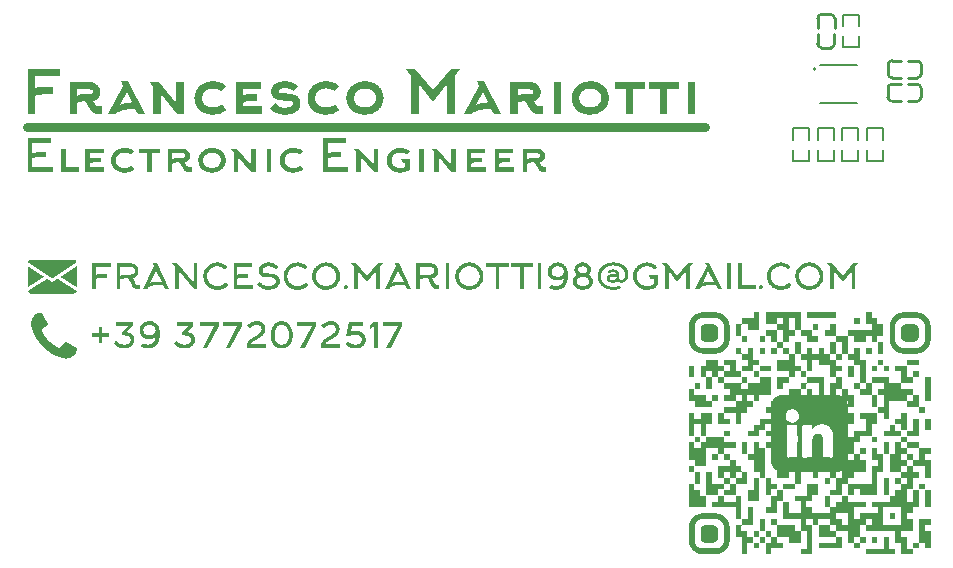
<source format=gto>
G04*
G04 #@! TF.GenerationSoftware,Altium Limited,Altium Designer,20.2.6 (244)*
G04*
G04 Layer_Color=65535*
%FSLAX43Y43*%
%MOMM*%
G71*
G04*
G04 #@! TF.SameCoordinates,EC15BF54-4284-41A4-B97D-D3D31D67AEB8*
G04*
G04*
G04 #@! TF.FilePolarity,Positive*
G04*
G01*
G75*
%ADD10C,0.150*%
%ADD11C,0.254*%
%ADD12C,0.152*%
%ADD13C,0.800*%
G36*
X4504Y27645D02*
X4516D01*
Y27639D01*
X4529D01*
Y27633D01*
X4541D01*
Y27627D01*
X4547D01*
Y27621D01*
X4559D01*
Y27615D01*
X4565D01*
Y27609D01*
X4577D01*
Y27602D01*
X4584D01*
Y27596D01*
X4590D01*
Y27590D01*
X4602D01*
Y27584D01*
X4608D01*
Y27578D01*
X4626D01*
Y27572D01*
X4632D01*
Y27566D01*
X4639D01*
Y27560D01*
X4651D01*
Y27554D01*
X4657D01*
Y27547D01*
X4669D01*
Y27541D01*
X4675D01*
Y27535D01*
X4681D01*
Y27529D01*
X4694D01*
Y27523D01*
X4700D01*
Y27517D01*
X4718D01*
Y27511D01*
X4724D01*
Y27505D01*
X4730D01*
Y27499D01*
X4742D01*
Y27492D01*
X4749D01*
Y27486D01*
X4761D01*
Y27480D01*
X4767D01*
Y27474D01*
X4773D01*
Y27468D01*
X4785D01*
Y27462D01*
X4791D01*
Y27456D01*
X4810D01*
Y27450D01*
X4816D01*
Y27444D01*
X4822D01*
Y27437D01*
X4834D01*
Y27431D01*
X4840D01*
Y27425D01*
X4852D01*
Y27419D01*
X4859D01*
Y27413D01*
X4865D01*
Y27407D01*
X4877D01*
Y27401D01*
X4883D01*
Y27395D01*
X4901D01*
Y27389D01*
X4913D01*
Y27382D01*
X4920D01*
Y27376D01*
X4926D01*
Y27370D01*
X4938D01*
Y27364D01*
X4944D01*
Y27358D01*
X4962D01*
Y27352D01*
Y27346D01*
X4968D01*
Y27340D01*
X4987D01*
Y27334D01*
X4993D01*
Y27327D01*
X5005D01*
Y27321D01*
X5011D01*
Y27315D01*
X5017D01*
Y27309D01*
X5030D01*
Y27303D01*
X5036D01*
Y27297D01*
X5054D01*
Y27291D01*
Y27285D01*
X5060D01*
Y27279D01*
X5078D01*
Y27272D01*
X5085D01*
Y27266D01*
X5097D01*
Y27260D01*
X5103D01*
Y27254D01*
X5109D01*
Y27248D01*
X5121D01*
Y27242D01*
X5127D01*
Y27236D01*
X5146D01*
Y27230D01*
Y27224D01*
X5158D01*
Y27217D01*
X5170D01*
Y27211D01*
X5182D01*
Y27205D01*
X5188D01*
Y27199D01*
X5195D01*
Y27193D01*
X5207D01*
Y27187D01*
X5213D01*
Y27181D01*
X5231D01*
Y27175D01*
X5237D01*
Y27169D01*
Y27162D01*
X5250D01*
Y27156D01*
X5262D01*
Y27150D01*
X5274D01*
Y27144D01*
X5280D01*
Y27138D01*
X5286D01*
Y27132D01*
X5298D01*
Y27126D01*
X5305D01*
Y27120D01*
X5323D01*
Y27114D01*
X5329D01*
Y27107D01*
Y27101D01*
X5341D01*
Y27095D01*
X5353D01*
Y27089D01*
X5366D01*
Y27083D01*
X5372D01*
Y27077D01*
X5378D01*
Y27071D01*
X5390D01*
Y27065D01*
X5396D01*
Y27059D01*
X5415D01*
Y27052D01*
X5421D01*
Y27046D01*
Y27040D01*
X5433D01*
Y27034D01*
X5445D01*
Y27028D01*
X5457D01*
Y27022D01*
X5463D01*
Y27016D01*
X5470D01*
Y27010D01*
X5482D01*
Y27004D01*
X5488D01*
Y26997D01*
X5506D01*
Y26991D01*
X5518D01*
Y26985D01*
X5525D01*
Y26979D01*
Y26973D01*
X5543D01*
Y26967D01*
X5549D01*
Y26961D01*
X5561D01*
Y26955D01*
X5567D01*
Y26949D01*
X5573D01*
Y26942D01*
X5586D01*
Y26936D01*
X5598D01*
Y26930D01*
X5610D01*
Y26924D01*
X5616D01*
Y26918D01*
Y26912D01*
X5635D01*
Y26906D01*
X5641D01*
Y26900D01*
X5653D01*
Y26894D01*
X5659D01*
Y26887D01*
X5665D01*
Y26881D01*
X5677D01*
Y26875D01*
X5690D01*
Y26869D01*
X5702D01*
Y26863D01*
X5708D01*
Y26857D01*
Y26851D01*
X5726D01*
Y26845D01*
X5732D01*
Y26839D01*
X5745D01*
Y26832D01*
X5751D01*
Y26826D01*
X5757D01*
Y26820D01*
X5769D01*
Y26814D01*
X5781D01*
Y26808D01*
X5793D01*
Y26802D01*
X5800D01*
Y26796D01*
Y26790D01*
X5818D01*
Y26784D01*
X5824D01*
Y26777D01*
X5836D01*
Y26771D01*
X5842D01*
Y26765D01*
X5848D01*
Y26759D01*
X5861D01*
Y26753D01*
X5879D01*
Y26747D01*
X5885D01*
Y26741D01*
X5891D01*
Y26735D01*
Y26729D01*
X5885D01*
Y26735D01*
X5879D01*
Y26729D01*
Y26722D01*
X5873D01*
Y26716D01*
X5855D01*
Y26710D01*
X5848D01*
Y26704D01*
X5836D01*
Y26698D01*
X5830D01*
Y26692D01*
X5818D01*
Y26686D01*
X5812D01*
Y26680D01*
X5793D01*
Y26674D01*
X5787D01*
Y26667D01*
Y26661D01*
X5769D01*
Y26655D01*
X5763D01*
Y26649D01*
X5751D01*
Y26643D01*
X5738D01*
Y26637D01*
X5732D01*
Y26631D01*
X5726D01*
Y26625D01*
X5708D01*
Y26619D01*
X5702D01*
Y26612D01*
X5690D01*
Y26606D01*
X5683D01*
Y26600D01*
X5671D01*
Y26594D01*
X5665D01*
Y26588D01*
X5647D01*
Y26582D01*
Y26576D01*
X5641D01*
Y26570D01*
X5628D01*
Y26564D01*
X5616D01*
Y26557D01*
X5604D01*
Y26551D01*
X5592D01*
Y26545D01*
X5586D01*
Y26539D01*
X5580D01*
Y26533D01*
X5567D01*
Y26527D01*
X5555D01*
Y26521D01*
X5543D01*
Y26515D01*
Y26509D01*
X5525D01*
Y26503D01*
X5518D01*
Y26496D01*
X5506D01*
Y26490D01*
X5500D01*
Y26484D01*
X5494D01*
Y26478D01*
X5482D01*
Y26472D01*
X5476D01*
Y26466D01*
X5457D01*
Y26460D01*
X5445D01*
Y26454D01*
X5439D01*
Y26448D01*
X5433D01*
Y26441D01*
X5421D01*
Y26435D01*
X5415D01*
Y26429D01*
X5402D01*
Y26423D01*
X5396D01*
Y26417D01*
X5390D01*
Y26411D01*
X5372D01*
Y26405D01*
X5360D01*
Y26399D01*
X5353D01*
Y26392D01*
X5347D01*
Y26386D01*
X5335D01*
Y26380D01*
X5329D01*
Y26374D01*
X5311D01*
Y26368D01*
X5298D01*
Y26362D01*
Y26356D01*
X5292D01*
Y26350D01*
X5274D01*
Y26344D01*
X5268D01*
Y26338D01*
X5256D01*
Y26331D01*
X5250D01*
Y26325D01*
X5243D01*
Y26319D01*
X5231D01*
Y26313D01*
X5213D01*
Y26307D01*
X5207D01*
Y26301D01*
Y26295D01*
X5188D01*
Y26289D01*
X5182D01*
Y26283D01*
X5170D01*
Y26276D01*
X5158D01*
Y26270D01*
X5152D01*
Y26264D01*
X5146D01*
Y26258D01*
X5127D01*
Y26252D01*
X5121D01*
Y26246D01*
X5109D01*
Y26240D01*
X5103D01*
Y26234D01*
X5091D01*
Y26228D01*
X5085D01*
Y26221D01*
X5066D01*
Y26215D01*
Y26209D01*
X5060D01*
Y26203D01*
X5048D01*
Y26197D01*
X5036D01*
Y26191D01*
X5023D01*
Y26185D01*
X5017D01*
Y26179D01*
X5011D01*
Y26173D01*
X4999D01*
Y26166D01*
X4987D01*
Y26160D01*
X4975D01*
Y26154D01*
X4962D01*
Y26148D01*
Y26142D01*
X4956D01*
Y26136D01*
X4938D01*
Y26130D01*
X4926D01*
Y26124D01*
X4920D01*
Y26118D01*
X4913D01*
Y26111D01*
X4901D01*
Y26105D01*
X4895D01*
Y26099D01*
X4877D01*
Y26093D01*
X4871D01*
Y26087D01*
Y26081D01*
X4852D01*
Y26075D01*
X4840D01*
Y26069D01*
X4834D01*
Y26063D01*
X4822D01*
Y26056D01*
X4816D01*
Y26050D01*
X4810D01*
Y26044D01*
X4791D01*
Y26038D01*
X4779D01*
Y26032D01*
X4773D01*
Y26026D01*
X4767D01*
Y26020D01*
X4755D01*
Y26014D01*
X4749D01*
Y26008D01*
X4730D01*
Y26001D01*
X4718D01*
Y25995D01*
Y25989D01*
X4712D01*
Y25983D01*
X4694D01*
Y25977D01*
X4687D01*
Y25971D01*
X4675D01*
Y25965D01*
X4669D01*
Y25959D01*
X4663D01*
Y25953D01*
X4651D01*
Y25946D01*
X4639D01*
Y25940D01*
X4626D01*
Y25934D01*
Y25928D01*
X4608D01*
Y25922D01*
X4602D01*
Y25916D01*
X4590D01*
Y25910D01*
X4584D01*
Y25904D01*
X4577D01*
Y25898D01*
X4565D01*
Y25891D01*
X4547D01*
Y25885D01*
X4541D01*
Y25879D01*
X4529D01*
Y25873D01*
X4522D01*
Y25867D01*
X4516D01*
Y25861D01*
X4504D01*
Y25855D01*
X4498D01*
Y25861D01*
Y25867D01*
Y25873D01*
Y25879D01*
Y25885D01*
Y25891D01*
Y25898D01*
Y25904D01*
Y25910D01*
Y25916D01*
Y25922D01*
Y25928D01*
Y25934D01*
Y25940D01*
Y25946D01*
Y25953D01*
Y25959D01*
Y25965D01*
Y25971D01*
Y25977D01*
Y25983D01*
Y25989D01*
Y25995D01*
Y26001D01*
Y26008D01*
Y26014D01*
Y26020D01*
Y26026D01*
Y26032D01*
Y26038D01*
Y26044D01*
Y26050D01*
Y26056D01*
Y26063D01*
Y26069D01*
Y26075D01*
Y26081D01*
Y26087D01*
Y26093D01*
Y26099D01*
Y26105D01*
Y26111D01*
Y26118D01*
Y26124D01*
Y26130D01*
Y26136D01*
Y26142D01*
Y26148D01*
Y26154D01*
Y26160D01*
Y26166D01*
Y26173D01*
Y26179D01*
Y26185D01*
Y26191D01*
Y26197D01*
Y26203D01*
Y26209D01*
Y26215D01*
Y26221D01*
Y26228D01*
Y26234D01*
Y26240D01*
Y26246D01*
Y26252D01*
Y26258D01*
Y26264D01*
Y26270D01*
Y26276D01*
Y26283D01*
Y26289D01*
Y26295D01*
Y26301D01*
Y26307D01*
Y26313D01*
Y26319D01*
Y26325D01*
Y26331D01*
Y26338D01*
Y26344D01*
Y26350D01*
Y26356D01*
Y26362D01*
Y26368D01*
Y26374D01*
Y26380D01*
Y26386D01*
Y26392D01*
Y26399D01*
Y26405D01*
Y26411D01*
Y26417D01*
Y26423D01*
Y26429D01*
Y26435D01*
Y26441D01*
Y26448D01*
Y26454D01*
Y26460D01*
Y26466D01*
Y26472D01*
Y26478D01*
Y26484D01*
Y26490D01*
Y26496D01*
Y26503D01*
Y26509D01*
Y26515D01*
Y26521D01*
Y26527D01*
Y26533D01*
Y26539D01*
Y26545D01*
Y26551D01*
Y26557D01*
Y26564D01*
Y26570D01*
Y26576D01*
Y26582D01*
Y26588D01*
Y26594D01*
Y26600D01*
Y26606D01*
Y26612D01*
Y26619D01*
Y26625D01*
Y26631D01*
Y26637D01*
Y26643D01*
Y26649D01*
Y26655D01*
Y26661D01*
Y26667D01*
Y26674D01*
Y26680D01*
Y26686D01*
Y26692D01*
Y26698D01*
Y26704D01*
Y26710D01*
Y26716D01*
Y26722D01*
Y26729D01*
Y26735D01*
Y26741D01*
Y26747D01*
Y26753D01*
Y26759D01*
Y26765D01*
Y26771D01*
Y26777D01*
Y26784D01*
Y26790D01*
Y26796D01*
Y26802D01*
Y26808D01*
Y26814D01*
Y26820D01*
Y26826D01*
Y26832D01*
Y26839D01*
Y26845D01*
Y26851D01*
Y26857D01*
Y26863D01*
Y26869D01*
Y26875D01*
Y26881D01*
Y26887D01*
Y26894D01*
Y26900D01*
Y26906D01*
Y26912D01*
Y26918D01*
Y26924D01*
Y26930D01*
Y26936D01*
Y26942D01*
Y26949D01*
Y26955D01*
Y26961D01*
Y26967D01*
Y26973D01*
Y26979D01*
Y26985D01*
Y26991D01*
Y26997D01*
Y27004D01*
Y27010D01*
Y27016D01*
Y27022D01*
Y27028D01*
Y27034D01*
Y27040D01*
Y27046D01*
Y27052D01*
Y27059D01*
Y27065D01*
Y27071D01*
Y27077D01*
Y27083D01*
Y27089D01*
Y27095D01*
Y27101D01*
Y27107D01*
Y27114D01*
Y27120D01*
Y27126D01*
Y27132D01*
Y27138D01*
Y27144D01*
Y27150D01*
Y27156D01*
Y27162D01*
Y27169D01*
Y27175D01*
Y27181D01*
Y27187D01*
Y27193D01*
Y27199D01*
Y27205D01*
Y27211D01*
Y27217D01*
Y27224D01*
Y27230D01*
Y27236D01*
Y27242D01*
Y27248D01*
Y27254D01*
Y27260D01*
Y27266D01*
Y27272D01*
Y27279D01*
Y27285D01*
Y27291D01*
Y27297D01*
Y27303D01*
Y27309D01*
Y27315D01*
Y27321D01*
Y27327D01*
Y27334D01*
Y27340D01*
Y27346D01*
Y27352D01*
Y27358D01*
Y27364D01*
Y27370D01*
Y27376D01*
Y27382D01*
Y27389D01*
Y27395D01*
Y27401D01*
Y27407D01*
Y27413D01*
Y27419D01*
Y27425D01*
Y27431D01*
Y27437D01*
Y27444D01*
Y27450D01*
Y27456D01*
Y27462D01*
Y27468D01*
Y27474D01*
Y27480D01*
Y27486D01*
Y27492D01*
Y27499D01*
Y27505D01*
Y27511D01*
Y27517D01*
Y27523D01*
Y27529D01*
Y27535D01*
Y27541D01*
Y27547D01*
Y27554D01*
Y27560D01*
Y27566D01*
Y27572D01*
Y27578D01*
Y27584D01*
Y27590D01*
Y27596D01*
Y27602D01*
Y27609D01*
Y27615D01*
Y27621D01*
Y27627D01*
Y27633D01*
Y27639D01*
Y27645D01*
Y27651D01*
X4504D01*
Y27645D01*
D02*
G37*
G36*
X8427Y28183D02*
X8464D01*
Y28177D01*
X8470D01*
Y28171D01*
X8501D01*
Y28165D01*
X8513D01*
Y28159D01*
X8531D01*
Y28152D01*
X8543D01*
Y28146D01*
X8549D01*
Y28140D01*
Y28134D01*
X8562D01*
Y28128D01*
X8574D01*
Y28122D01*
X8580D01*
Y28116D01*
X8586D01*
Y28110D01*
Y28104D01*
Y28097D01*
X8598D01*
Y28091D01*
X8604D01*
Y28085D01*
X8611D01*
Y28079D01*
Y28073D01*
X8617D01*
Y28067D01*
Y28061D01*
X8629D01*
Y28055D01*
Y28049D01*
Y28042D01*
X8635D01*
Y28036D01*
Y28030D01*
X8641D01*
Y28024D01*
Y28018D01*
Y28012D01*
X8647D01*
Y28006D01*
Y28000D01*
Y27994D01*
Y27987D01*
Y27981D01*
X8659D01*
Y27975D01*
Y27969D01*
X8641D01*
Y27963D01*
X8635D01*
Y27957D01*
X8623D01*
Y27951D01*
X8617D01*
Y27945D01*
X8611D01*
Y27939D01*
X8598D01*
Y27932D01*
X8592D01*
Y27926D01*
X8580D01*
Y27920D01*
X8574D01*
Y27914D01*
X8568D01*
Y27908D01*
X8549D01*
Y27902D01*
X8543D01*
Y27896D01*
X8531D01*
Y27890D01*
X8525D01*
Y27884D01*
X8519D01*
Y27877D01*
X8507D01*
Y27871D01*
X8488D01*
Y27865D01*
Y27859D01*
X8482D01*
Y27853D01*
X8470D01*
Y27847D01*
X8458D01*
Y27841D01*
X8446D01*
Y27835D01*
X8439D01*
Y27829D01*
X8433D01*
Y27822D01*
X8421D01*
Y27816D01*
X8415D01*
Y27810D01*
X8397D01*
Y27804D01*
Y27798D01*
X8391D01*
Y27792D01*
X8378D01*
Y27786D01*
X8366D01*
Y27780D01*
X8354D01*
Y27774D01*
X8348D01*
Y27767D01*
X8342D01*
Y27761D01*
X8329D01*
Y27755D01*
X8323D01*
Y27749D01*
X8305D01*
Y27743D01*
Y27737D01*
X8299D01*
Y27731D01*
X8287D01*
Y27725D01*
X8274D01*
Y27719D01*
X8262D01*
Y27712D01*
X8256D01*
Y27706D01*
X8250D01*
Y27700D01*
X8238D01*
Y27694D01*
X8232D01*
Y27688D01*
X8213D01*
Y27682D01*
Y27676D01*
X8207D01*
Y27670D01*
X8195D01*
Y27664D01*
X8183D01*
Y27657D01*
X8171D01*
Y27651D01*
X8164D01*
Y27645D01*
X8158D01*
Y27639D01*
X8146D01*
Y27633D01*
X8134D01*
Y27627D01*
X8122D01*
Y27621D01*
X8109D01*
Y27615D01*
Y27609D01*
X8103D01*
Y27602D01*
X8085D01*
Y27596D01*
X8079D01*
Y27590D01*
X8067D01*
Y27584D01*
X8061D01*
Y27578D01*
X8054D01*
Y27572D01*
X8042D01*
Y27566D01*
X8030D01*
Y27560D01*
X8018D01*
Y27554D01*
Y27547D01*
X8012D01*
Y27541D01*
X7993D01*
Y27535D01*
X7987D01*
Y27529D01*
X7975D01*
Y27523D01*
X7969D01*
Y27517D01*
X7963D01*
Y27511D01*
X7951D01*
Y27505D01*
X7938D01*
Y27499D01*
X7926D01*
Y27492D01*
Y27486D01*
X7920D01*
Y27480D01*
X7902D01*
Y27474D01*
X7889D01*
Y27468D01*
X7883D01*
Y27462D01*
X7877D01*
Y27456D01*
X7865D01*
Y27450D01*
X7859D01*
Y27444D01*
X7841D01*
Y27437D01*
X7834D01*
Y27431D01*
Y27425D01*
X7816D01*
Y27419D01*
X7810D01*
Y27413D01*
X7798D01*
Y27407D01*
X7792D01*
Y27401D01*
X7786D01*
Y27395D01*
X7773D01*
Y27389D01*
X7767D01*
Y27382D01*
X7749D01*
Y27376D01*
X7743D01*
Y27370D01*
Y27364D01*
X7724D01*
Y27358D01*
X7718D01*
Y27352D01*
X7706D01*
Y27346D01*
X7700D01*
Y27340D01*
X7694D01*
Y27334D01*
X7682D01*
Y27327D01*
X7676D01*
Y27321D01*
X7657D01*
Y27315D01*
X7651D01*
Y27309D01*
Y27303D01*
X7633D01*
Y27297D01*
X7627D01*
Y27291D01*
X7614D01*
Y27285D01*
X7608D01*
Y27279D01*
X7602D01*
Y27272D01*
X7590D01*
Y27266D01*
X7584D01*
Y27260D01*
X7566D01*
Y27254D01*
X7559D01*
Y27248D01*
Y27242D01*
X7541D01*
Y27236D01*
X7529D01*
Y27230D01*
X7523D01*
Y27224D01*
X7511D01*
Y27217D01*
X7504D01*
Y27211D01*
X7498D01*
Y27205D01*
X7480D01*
Y27199D01*
X7474D01*
Y27193D01*
X7462D01*
Y27187D01*
X7456D01*
Y27181D01*
X7449D01*
Y27175D01*
X7437D01*
Y27169D01*
X7431D01*
Y27162D01*
X7419D01*
Y27156D01*
X7413D01*
Y27150D01*
X7407D01*
Y27144D01*
X7388D01*
Y27138D01*
X7382D01*
Y27132D01*
X7370D01*
Y27126D01*
X7364D01*
Y27120D01*
X7358D01*
Y27114D01*
X7346D01*
Y27107D01*
X7339D01*
Y27101D01*
X7327D01*
Y27095D01*
X7321D01*
Y27089D01*
X7315D01*
Y27083D01*
X7297D01*
Y27077D01*
X7291D01*
Y27071D01*
X7278D01*
Y27065D01*
X7272D01*
Y27059D01*
X7266D01*
Y27052D01*
X7254D01*
Y27046D01*
X7248D01*
Y27040D01*
X7236D01*
Y27034D01*
X7229D01*
Y27028D01*
X7223D01*
Y27022D01*
X7205D01*
Y27016D01*
X7193D01*
Y27010D01*
X7187D01*
Y27004D01*
X7181D01*
Y26997D01*
X7168D01*
Y26991D01*
X7162D01*
Y26985D01*
X7144D01*
Y26979D01*
Y26973D01*
X7138D01*
Y26967D01*
X7126D01*
Y26961D01*
X7113D01*
Y26955D01*
X7101D01*
Y26949D01*
X7095D01*
Y26942D01*
X7089D01*
Y26936D01*
X7077D01*
Y26930D01*
X7071D01*
Y26924D01*
X7052D01*
Y26918D01*
Y26912D01*
X7046D01*
Y26906D01*
X7034D01*
Y26900D01*
X7022D01*
Y26894D01*
X7009D01*
Y26887D01*
X7003D01*
Y26881D01*
X6997D01*
Y26875D01*
X6985D01*
Y26869D01*
X6979D01*
Y26863D01*
X6961D01*
Y26857D01*
Y26851D01*
X6954D01*
Y26845D01*
X6942D01*
Y26839D01*
X6930D01*
Y26832D01*
X6918D01*
Y26826D01*
X6912D01*
Y26820D01*
X6906D01*
Y26814D01*
X6893D01*
Y26808D01*
X6887D01*
Y26802D01*
X6869D01*
Y26796D01*
Y26790D01*
X6863D01*
Y26784D01*
X6851D01*
Y26777D01*
X6832D01*
Y26771D01*
X6826D01*
Y26765D01*
X6814D01*
Y26759D01*
X6808D01*
Y26753D01*
X6802D01*
Y26747D01*
X6790D01*
Y26741D01*
X6777D01*
Y26735D01*
X6765D01*
Y26729D01*
Y26722D01*
X6759D01*
Y26716D01*
X6741D01*
Y26710D01*
X6734D01*
Y26704D01*
X6722D01*
Y26698D01*
X6716D01*
Y26692D01*
X6710D01*
Y26686D01*
X6698D01*
Y26680D01*
X6686D01*
Y26674D01*
X6673D01*
Y26667D01*
Y26661D01*
X6667D01*
Y26655D01*
X6649D01*
Y26649D01*
X6643D01*
Y26643D01*
X6631D01*
Y26637D01*
X6625D01*
Y26631D01*
X6618D01*
Y26625D01*
X6606D01*
Y26619D01*
X6594D01*
Y26612D01*
X6570D01*
Y26619D01*
X6563D01*
Y26625D01*
X6545D01*
Y26631D01*
X6539D01*
Y26637D01*
Y26643D01*
X6527D01*
Y26649D01*
X6515D01*
Y26655D01*
X6502D01*
Y26661D01*
X6496D01*
Y26667D01*
X6490D01*
Y26674D01*
X6478D01*
Y26680D01*
X6472D01*
Y26686D01*
X6453D01*
Y26692D01*
X6447D01*
Y26698D01*
Y26704D01*
X6435D01*
Y26710D01*
X6423D01*
Y26716D01*
X6411D01*
Y26722D01*
X6405D01*
Y26729D01*
X6398D01*
Y26735D01*
X6386D01*
Y26741D01*
X6380D01*
Y26747D01*
X6362D01*
Y26753D01*
X6356D01*
Y26759D01*
Y26765D01*
X6343D01*
Y26771D01*
X6331D01*
Y26777D01*
X6319D01*
Y26784D01*
X6307D01*
Y26790D01*
X6301D01*
Y26796D01*
X6295D01*
Y26802D01*
X6282D01*
Y26808D01*
X6270D01*
Y26814D01*
X6258D01*
Y26820D01*
X6252D01*
Y26826D01*
Y26832D01*
X6233D01*
Y26839D01*
X6227D01*
Y26845D01*
X6215D01*
Y26851D01*
X6209D01*
Y26857D01*
X6203D01*
Y26863D01*
X6191D01*
Y26869D01*
X6178D01*
Y26875D01*
X6166D01*
Y26881D01*
X6160D01*
Y26887D01*
Y26894D01*
X6142D01*
Y26900D01*
X6136D01*
Y26906D01*
X6123D01*
Y26912D01*
X6117D01*
Y26918D01*
X6111D01*
Y26924D01*
X6099D01*
Y26930D01*
X6087D01*
Y26936D01*
X6075D01*
Y26942D01*
X6068D01*
Y26949D01*
Y26955D01*
X6050D01*
Y26961D01*
X6044D01*
Y26967D01*
X6032D01*
Y26973D01*
X6026D01*
Y26979D01*
X6020D01*
Y26985D01*
X6007D01*
Y26991D01*
X5995D01*
Y26997D01*
X5983D01*
Y27004D01*
X5977D01*
Y27010D01*
Y27016D01*
X5958D01*
Y27022D01*
X5946D01*
Y27028D01*
X5940D01*
Y27034D01*
X5934D01*
Y27040D01*
X5922D01*
Y27046D01*
X5916D01*
Y27052D01*
X5897D01*
Y27059D01*
X5891D01*
Y27065D01*
X5885D01*
Y27071D01*
X5873D01*
Y27077D01*
X5867D01*
Y27083D01*
X5855D01*
Y27089D01*
X5848D01*
Y27095D01*
X5842D01*
Y27101D01*
X5830D01*
Y27107D01*
X5824D01*
Y27114D01*
X5806D01*
Y27120D01*
X5800D01*
Y27126D01*
X5793D01*
Y27132D01*
X5781D01*
Y27138D01*
X5775D01*
Y27144D01*
X5763D01*
Y27150D01*
X5757D01*
Y27156D01*
X5751D01*
Y27162D01*
X5738D01*
Y27169D01*
X5732D01*
Y27175D01*
X5714D01*
Y27181D01*
X5708D01*
Y27187D01*
X5702D01*
Y27193D01*
X5690D01*
Y27199D01*
X5683D01*
Y27205D01*
X5671D01*
Y27211D01*
X5665D01*
Y27217D01*
X5659D01*
Y27224D01*
X5647D01*
Y27230D01*
X5641D01*
Y27236D01*
X5622D01*
Y27242D01*
X5610D01*
Y27248D01*
X5604D01*
Y27254D01*
X5598D01*
Y27260D01*
X5586D01*
Y27266D01*
X5580D01*
Y27272D01*
X5561D01*
Y27279D01*
Y27285D01*
X5555D01*
Y27291D01*
X5537D01*
Y27297D01*
X5531D01*
Y27303D01*
X5518D01*
Y27309D01*
X5512D01*
Y27315D01*
X5506D01*
Y27321D01*
X5494D01*
Y27327D01*
X5488D01*
Y27334D01*
X5470D01*
Y27340D01*
Y27346D01*
X5463D01*
Y27352D01*
X5445D01*
Y27358D01*
X5439D01*
Y27364D01*
X5427D01*
Y27370D01*
X5421D01*
Y27376D01*
X5415D01*
Y27382D01*
X5402D01*
Y27389D01*
X5396D01*
Y27395D01*
X5378D01*
Y27401D01*
Y27407D01*
X5372D01*
Y27413D01*
X5353D01*
Y27419D01*
X5347D01*
Y27425D01*
X5335D01*
Y27431D01*
X5329D01*
Y27437D01*
X5323D01*
Y27444D01*
X5311D01*
Y27450D01*
X5305D01*
Y27456D01*
X5286D01*
Y27462D01*
Y27468D01*
X5280D01*
Y27474D01*
X5262D01*
Y27480D01*
X5250D01*
Y27486D01*
X5243D01*
Y27492D01*
X5237D01*
Y27499D01*
X5225D01*
Y27505D01*
X5219D01*
Y27511D01*
X5201D01*
Y27517D01*
X5195D01*
Y27523D01*
Y27529D01*
X5182D01*
Y27535D01*
X5170D01*
Y27541D01*
X5158D01*
Y27547D01*
X5152D01*
Y27554D01*
X5146D01*
Y27560D01*
X5133D01*
Y27566D01*
X5127D01*
Y27572D01*
X5109D01*
Y27578D01*
X5103D01*
Y27584D01*
Y27590D01*
X5091D01*
Y27596D01*
X5078D01*
Y27602D01*
X5066D01*
Y27609D01*
X5060D01*
Y27615D01*
X5054D01*
Y27621D01*
X5042D01*
Y27627D01*
X5036D01*
Y27633D01*
X5017D01*
Y27639D01*
X5005D01*
Y27645D01*
X4999D01*
Y27651D01*
Y27657D01*
X4981D01*
Y27664D01*
X4975D01*
Y27670D01*
X4962D01*
Y27676D01*
X4956D01*
Y27682D01*
X4950D01*
Y27688D01*
X4938D01*
Y27694D01*
X4926D01*
Y27700D01*
X4913D01*
Y27706D01*
X4907D01*
Y27712D01*
Y27719D01*
X4889D01*
Y27725D01*
X4883D01*
Y27731D01*
X4871D01*
Y27737D01*
X4865D01*
Y27743D01*
X4859D01*
Y27749D01*
X4846D01*
Y27755D01*
X4834D01*
Y27761D01*
X4822D01*
Y27767D01*
X4816D01*
Y27774D01*
Y27780D01*
X4797D01*
Y27786D01*
X4791D01*
Y27792D01*
X4779D01*
Y27798D01*
X4773D01*
Y27804D01*
X4767D01*
Y27810D01*
X4755D01*
Y27816D01*
X4742D01*
Y27822D01*
X4730D01*
Y27829D01*
X4724D01*
Y27835D01*
Y27841D01*
X4706D01*
Y27847D01*
X4700D01*
Y27853D01*
X4687D01*
Y27859D01*
X4681D01*
Y27865D01*
X4675D01*
Y27871D01*
X4663D01*
Y27877D01*
X4645D01*
Y27884D01*
X4639D01*
Y27890D01*
X4632D01*
Y27896D01*
X4620D01*
Y27902D01*
X4614D01*
Y27908D01*
X4602D01*
Y27914D01*
X4596D01*
Y27920D01*
X4590D01*
Y27926D01*
X4577D01*
Y27932D01*
X4571D01*
Y27939D01*
X4553D01*
Y27945D01*
X4547D01*
Y27951D01*
X4541D01*
Y27957D01*
X4529D01*
Y27963D01*
X4522D01*
Y27969D01*
X4510D01*
Y27975D01*
Y27981D01*
X4516D01*
Y27987D01*
Y27994D01*
Y28000D01*
Y28006D01*
Y28012D01*
X4522D01*
Y28018D01*
Y28024D01*
Y28030D01*
X4535D01*
Y28036D01*
Y28042D01*
X4541D01*
Y28049D01*
Y28055D01*
Y28061D01*
X4547D01*
Y28067D01*
Y28073D01*
X4553D01*
Y28079D01*
X4559D01*
Y28085D01*
X4565D01*
Y28091D01*
X4571D01*
Y28097D01*
X4577D01*
Y28104D01*
Y28110D01*
X4584D01*
Y28116D01*
Y28122D01*
X4590D01*
Y28128D01*
X4608D01*
Y28134D01*
X4614D01*
Y28140D01*
X4620D01*
Y28146D01*
X4626D01*
Y28152D01*
X4639D01*
Y28159D01*
X4651D01*
Y28165D01*
X4669D01*
Y28171D01*
X4694D01*
Y28177D01*
X4700D01*
Y28183D01*
X4736D01*
Y28189D01*
X8427D01*
Y28183D01*
D02*
G37*
G36*
X7034Y26564D02*
X7046D01*
Y26557D01*
X7052D01*
Y26551D01*
X7064D01*
Y26545D01*
X7071D01*
Y26539D01*
X7083D01*
Y26533D01*
X7089D01*
Y26527D01*
X7095D01*
Y26521D01*
X7107D01*
Y26515D01*
X7113D01*
Y26509D01*
X7132D01*
Y26503D01*
X7144D01*
Y26496D01*
X7150D01*
Y26490D01*
X7156D01*
Y26484D01*
X7168D01*
Y26478D01*
X7174D01*
Y26472D01*
X7193D01*
Y26466D01*
Y26460D01*
X7205D01*
Y26454D01*
X7217D01*
Y26448D01*
X7229D01*
Y26441D01*
X7236D01*
Y26435D01*
X7242D01*
Y26429D01*
X7254D01*
Y26423D01*
X7260D01*
Y26417D01*
X7278D01*
Y26411D01*
X7291D01*
Y26405D01*
X7297D01*
Y26399D01*
Y26392D01*
X7315D01*
Y26386D01*
X7321D01*
Y26380D01*
X7333D01*
Y26374D01*
X7339D01*
Y26368D01*
X7352D01*
Y26362D01*
X7358D01*
Y26356D01*
X7376D01*
Y26350D01*
X7382D01*
Y26344D01*
X7388D01*
Y26338D01*
X7401D01*
Y26331D01*
X7407D01*
Y26325D01*
X7419D01*
Y26319D01*
X7437D01*
Y26313D01*
Y26307D01*
X7443D01*
Y26301D01*
X7462D01*
Y26295D01*
X7468D01*
Y26289D01*
X7480D01*
Y26283D01*
X7486D01*
Y26276D01*
X7492D01*
Y26270D01*
X7504D01*
Y26264D01*
X7523D01*
Y26258D01*
X7529D01*
Y26252D01*
Y26246D01*
X7541D01*
Y26240D01*
X7553D01*
Y26234D01*
X7566D01*
Y26228D01*
X7578D01*
Y26221D01*
X7584D01*
Y26215D01*
X7590D01*
Y26209D01*
X7602D01*
Y26203D01*
X7614D01*
Y26197D01*
X7627D01*
Y26191D01*
X7633D01*
Y26185D01*
Y26179D01*
X7651D01*
Y26173D01*
X7663D01*
Y26166D01*
X7669D01*
Y26160D01*
X7676D01*
Y26154D01*
X7688D01*
Y26148D01*
X7694D01*
Y26142D01*
X7712D01*
Y26136D01*
X7724D01*
Y26130D01*
X7731D01*
Y26124D01*
X7737D01*
Y26118D01*
X7749D01*
Y26111D01*
X7755D01*
Y26105D01*
X7773D01*
Y26099D01*
Y26093D01*
X7779D01*
Y26087D01*
X7798D01*
Y26081D01*
X7810D01*
Y26075D01*
X7816D01*
Y26069D01*
X7822D01*
Y26063D01*
X7834D01*
Y26056D01*
X7841D01*
Y26050D01*
X7859D01*
Y26044D01*
X7865D01*
Y26038D01*
Y26032D01*
X7877D01*
Y26026D01*
X7896D01*
Y26020D01*
X7902D01*
Y26014D01*
X7914D01*
Y26008D01*
X7920D01*
Y26001D01*
X7926D01*
Y25995D01*
X7938D01*
Y25989D01*
X7957D01*
Y25983D01*
X7963D01*
Y25977D01*
X7969D01*
Y25971D01*
X7981D01*
Y25965D01*
X7987D01*
Y25959D01*
X7999D01*
Y25953D01*
X8006D01*
Y25946D01*
X8012D01*
Y25940D01*
X8024D01*
Y25934D01*
X8042D01*
Y25928D01*
X8048D01*
Y25922D01*
X8061D01*
Y25916D01*
X8067D01*
Y25910D01*
X8073D01*
Y25904D01*
X8085D01*
Y25898D01*
X8103D01*
Y25891D01*
X8109D01*
Y25885D01*
Y25879D01*
X8122D01*
Y25873D01*
X8134D01*
Y25867D01*
X8146D01*
Y25861D01*
X8158D01*
Y25855D01*
X8164D01*
Y25849D01*
X8171D01*
Y25843D01*
X8183D01*
Y25836D01*
X8195D01*
Y25830D01*
X8207D01*
Y25824D01*
X8213D01*
Y25818D01*
Y25812D01*
X8232D01*
Y25806D01*
X8238D01*
Y25800D01*
X8250D01*
Y25794D01*
X8256D01*
Y25788D01*
X8268D01*
Y25781D01*
X8274D01*
Y25775D01*
X8293D01*
Y25769D01*
X8299D01*
Y25763D01*
X8305D01*
Y25757D01*
X8317D01*
Y25751D01*
X8329D01*
Y25745D01*
X8336D01*
Y25739D01*
X8354D01*
Y25733D01*
Y25726D01*
X8360D01*
Y25720D01*
X8378D01*
Y25714D01*
X8384D01*
Y25708D01*
X8397D01*
Y25702D01*
X8403D01*
Y25696D01*
X8415D01*
Y25690D01*
X8421D01*
Y25684D01*
X8439D01*
Y25678D01*
X8446D01*
Y25671D01*
X8452D01*
Y25665D01*
X8458D01*
Y25659D01*
X8476D01*
Y25653D01*
X8482D01*
Y25647D01*
X8494D01*
Y25641D01*
X8501D01*
Y25635D01*
X8507D01*
Y25629D01*
X8519D01*
Y25623D01*
X8537D01*
Y25616D01*
X8543D01*
Y25610D01*
X8549D01*
Y25604D01*
X8562D01*
Y25598D01*
X8568D01*
Y25592D01*
X8580D01*
Y25586D01*
X8586D01*
Y25580D01*
X8592D01*
Y25574D01*
X8604D01*
Y25568D01*
X8611D01*
Y25561D01*
X8629D01*
Y25555D01*
X8641D01*
Y25549D01*
X8647D01*
Y25543D01*
X8653D01*
Y25537D01*
X8659D01*
Y25531D01*
X8647D01*
Y25525D01*
Y25519D01*
Y25513D01*
Y25506D01*
Y25500D01*
X8641D01*
Y25494D01*
Y25488D01*
X8635D01*
Y25482D01*
Y25476D01*
Y25470D01*
X8623D01*
Y25464D01*
X8629D01*
Y25458D01*
X8617D01*
Y25451D01*
Y25445D01*
Y25439D01*
X8611D01*
Y25433D01*
X8604D01*
Y25427D01*
X8598D01*
Y25421D01*
X8592D01*
Y25415D01*
X8586D01*
Y25409D01*
X8580D01*
Y25403D01*
Y25396D01*
X8574D01*
Y25390D01*
X8562D01*
Y25384D01*
X8556D01*
Y25378D01*
X8549D01*
Y25372D01*
X8537D01*
Y25366D01*
X8531D01*
Y25360D01*
X8519D01*
Y25354D01*
X8513D01*
Y25348D01*
X8501D01*
Y25341D01*
X8470D01*
Y25335D01*
X8427D01*
Y25329D01*
X4736D01*
Y25335D01*
X4700D01*
Y25341D01*
X4669D01*
Y25348D01*
X4657D01*
Y25354D01*
X4651D01*
Y25360D01*
X4639D01*
Y25366D01*
X4632D01*
Y25372D01*
X4614D01*
Y25378D01*
X4608D01*
Y25384D01*
X4602D01*
Y25390D01*
X4590D01*
Y25396D01*
X4584D01*
Y25403D01*
X4590D01*
Y25409D01*
X4577D01*
Y25415D01*
X4571D01*
Y25421D01*
Y25427D01*
X4559D01*
Y25433D01*
X4553D01*
Y25439D01*
X4547D01*
Y25445D01*
Y25451D01*
Y25458D01*
X4541D01*
Y25464D01*
Y25470D01*
X4535D01*
Y25476D01*
Y25482D01*
Y25488D01*
X4522D01*
Y25494D01*
X4529D01*
Y25500D01*
X4516D01*
Y25506D01*
Y25513D01*
Y25519D01*
Y25525D01*
Y25531D01*
X4510D01*
Y25537D01*
X4516D01*
Y25543D01*
Y25549D01*
X4522D01*
Y25555D01*
X4541D01*
Y25561D01*
X4553D01*
Y25568D01*
X4559D01*
Y25574D01*
X4571D01*
Y25580D01*
X4577D01*
Y25586D01*
X4584D01*
Y25592D01*
X4602D01*
Y25598D01*
X4608D01*
Y25604D01*
X4620D01*
Y25610D01*
X4626D01*
Y25616D01*
X4632D01*
Y25623D01*
X4645D01*
Y25629D01*
X4663D01*
Y25635D01*
Y25641D01*
X4669D01*
Y25647D01*
X4681D01*
Y25653D01*
X4694D01*
Y25659D01*
X4706D01*
Y25665D01*
X4718D01*
Y25671D01*
X4724D01*
Y25678D01*
X4730D01*
Y25684D01*
X4742D01*
Y25690D01*
X4755D01*
Y25696D01*
X4761D01*
Y25702D01*
X4767D01*
Y25708D01*
X4785D01*
Y25714D01*
X4791D01*
Y25720D01*
X4804D01*
Y25726D01*
X4810D01*
Y25733D01*
X4816D01*
Y25739D01*
X4828D01*
Y25745D01*
X4834D01*
Y25751D01*
X4852D01*
Y25757D01*
X4865D01*
Y25763D01*
X4871D01*
Y25769D01*
X4877D01*
Y25775D01*
X4889D01*
Y25781D01*
X4895D01*
Y25788D01*
X4907D01*
Y25794D01*
X4913D01*
Y25800D01*
X4926D01*
Y25806D01*
X4938D01*
Y25812D01*
X4950D01*
Y25818D01*
X4956D01*
Y25824D01*
X4962D01*
Y25830D01*
X4975D01*
Y25836D01*
X4981D01*
Y25843D01*
X4999D01*
Y25849D01*
Y25855D01*
X5005D01*
Y25861D01*
X5017D01*
Y25867D01*
X5036D01*
Y25873D01*
X5042D01*
Y25879D01*
X5054D01*
Y25885D01*
X5060D01*
Y25891D01*
X5066D01*
Y25898D01*
X5078D01*
Y25904D01*
X5097D01*
Y25910D01*
X5103D01*
Y25916D01*
Y25922D01*
X5121D01*
Y25928D01*
X5127D01*
Y25934D01*
X5140D01*
Y25940D01*
X5152D01*
Y25946D01*
X5158D01*
Y25953D01*
X5164D01*
Y25959D01*
X5182D01*
Y25965D01*
X5188D01*
Y25971D01*
X5201D01*
Y25977D01*
X5207D01*
Y25983D01*
X5213D01*
Y25989D01*
X5225D01*
Y25995D01*
X5243D01*
Y26001D01*
Y26008D01*
X5250D01*
Y26014D01*
X5262D01*
Y26020D01*
X5274D01*
Y26026D01*
X5286D01*
Y26032D01*
X5298D01*
Y26038D01*
X5305D01*
Y26044D01*
X5311D01*
Y26050D01*
X5323D01*
Y26056D01*
X5335D01*
Y26063D01*
X5347D01*
Y26069D01*
Y26075D01*
X5353D01*
Y26081D01*
X5372D01*
Y26087D01*
X5378D01*
Y26093D01*
X5390D01*
Y26099D01*
X5396D01*
Y26105D01*
X5408D01*
Y26111D01*
X5415D01*
Y26118D01*
X5433D01*
Y26124D01*
X5439D01*
Y26130D01*
Y26136D01*
X5457D01*
Y26142D01*
X5470D01*
Y26148D01*
X5476D01*
Y26154D01*
X5488D01*
Y26160D01*
X5494D01*
Y26166D01*
X5500D01*
Y26173D01*
X5518D01*
Y26179D01*
X5531D01*
Y26185D01*
X5537D01*
Y26191D01*
X5543D01*
Y26197D01*
X5555D01*
Y26203D01*
X5561D01*
Y26209D01*
X5580D01*
Y26215D01*
Y26221D01*
X5586D01*
Y26228D01*
X5598D01*
Y26234D01*
X5610D01*
Y26240D01*
X5622D01*
Y26246D01*
X5635D01*
Y26252D01*
X5641D01*
Y26258D01*
X5647D01*
Y26264D01*
X5659D01*
Y26270D01*
X5671D01*
Y26276D01*
X5683D01*
Y26283D01*
Y26289D01*
X5702D01*
Y26295D01*
X5708D01*
Y26301D01*
X5720D01*
Y26307D01*
X5726D01*
Y26313D01*
X5732D01*
Y26319D01*
X5745D01*
Y26325D01*
X5763D01*
Y26331D01*
X5769D01*
Y26338D01*
X5781D01*
Y26344D01*
X5787D01*
Y26350D01*
X5793D01*
Y26356D01*
X5806D01*
Y26362D01*
X5812D01*
Y26368D01*
X5824D01*
Y26374D01*
X5830D01*
Y26380D01*
X5842D01*
Y26386D01*
X5855D01*
Y26392D01*
X5867D01*
Y26399D01*
X5873D01*
Y26405D01*
X5879D01*
Y26411D01*
X5891D01*
Y26417D01*
X5903D01*
Y26423D01*
X5916D01*
Y26429D01*
X5928D01*
Y26435D01*
Y26441D01*
X5934D01*
Y26448D01*
X5952D01*
Y26454D01*
X5958D01*
Y26460D01*
X5971D01*
Y26466D01*
X5977D01*
Y26472D01*
X5983D01*
Y26478D01*
X5995D01*
Y26484D01*
X6013D01*
Y26490D01*
X6020D01*
Y26496D01*
Y26503D01*
X6038D01*
Y26509D01*
X6044D01*
Y26515D01*
X6056D01*
Y26521D01*
X6068D01*
Y26527D01*
X6075D01*
Y26533D01*
X6081D01*
Y26539D01*
X6099D01*
Y26545D01*
X6105D01*
Y26551D01*
X6117D01*
Y26557D01*
X6123D01*
Y26564D01*
X6136D01*
Y26570D01*
X6154D01*
Y26564D01*
X6166D01*
Y26557D01*
X6172D01*
Y26551D01*
X6178D01*
Y26545D01*
X6191D01*
Y26539D01*
X6197D01*
Y26533D01*
X6215D01*
Y26527D01*
Y26521D01*
X6221D01*
Y26515D01*
X6240D01*
Y26509D01*
X6246D01*
Y26503D01*
X6258D01*
Y26496D01*
X6264D01*
Y26490D01*
X6270D01*
Y26484D01*
X6282D01*
Y26478D01*
X6288D01*
Y26472D01*
X6307D01*
Y26466D01*
Y26460D01*
X6313D01*
Y26454D01*
X6331D01*
Y26448D01*
X6337D01*
Y26441D01*
X6350D01*
Y26435D01*
X6356D01*
Y26429D01*
X6362D01*
Y26423D01*
X6374D01*
Y26417D01*
X6380D01*
Y26411D01*
X6398D01*
Y26405D01*
Y26399D01*
X6405D01*
Y26392D01*
X6423D01*
Y26386D01*
X6429D01*
Y26380D01*
X6441D01*
Y26374D01*
X6447D01*
Y26368D01*
X6453D01*
Y26362D01*
X6466D01*
Y26356D01*
X6484D01*
Y26350D01*
X6490D01*
Y26344D01*
Y26338D01*
X6502D01*
Y26331D01*
X6515D01*
Y26325D01*
X6527D01*
Y26319D01*
X6551D01*
Y26313D01*
Y26307D01*
X6612D01*
Y26313D01*
X6618D01*
Y26319D01*
X6637D01*
Y26325D01*
X6655D01*
Y26331D01*
X6661D01*
Y26338D01*
X6673D01*
Y26344D01*
X6680D01*
Y26350D01*
X6686D01*
Y26356D01*
X6698D01*
Y26362D01*
X6716D01*
Y26368D01*
X6722D01*
Y26374D01*
Y26380D01*
X6741D01*
Y26386D01*
X6747D01*
Y26392D01*
X6759D01*
Y26399D01*
X6765D01*
Y26405D01*
X6771D01*
Y26411D01*
X6783D01*
Y26417D01*
X6790D01*
Y26423D01*
X6808D01*
Y26429D01*
X6814D01*
Y26435D01*
Y26441D01*
X6832D01*
Y26448D01*
X6838D01*
Y26454D01*
X6851D01*
Y26460D01*
X6857D01*
Y26466D01*
X6863D01*
Y26472D01*
X6875D01*
Y26478D01*
X6881D01*
Y26484D01*
X6899D01*
Y26490D01*
X6906D01*
Y26496D01*
Y26503D01*
X6924D01*
Y26509D01*
X6930D01*
Y26515D01*
X6942D01*
Y26521D01*
X6948D01*
Y26527D01*
X6954D01*
Y26533D01*
X6967D01*
Y26539D01*
X6985D01*
Y26545D01*
X6991D01*
Y26551D01*
X7003D01*
Y26557D01*
X7009D01*
Y26564D01*
X7016D01*
Y26570D01*
X7034D01*
Y26564D01*
D02*
G37*
G36*
X8665Y27639D02*
Y27633D01*
Y27627D01*
Y27621D01*
Y27615D01*
Y27609D01*
Y27602D01*
Y27596D01*
Y27590D01*
Y27584D01*
Y27578D01*
Y27572D01*
Y27566D01*
Y27560D01*
Y27554D01*
Y27547D01*
Y27541D01*
Y27535D01*
Y27529D01*
Y27523D01*
Y27517D01*
Y27511D01*
Y27505D01*
Y27499D01*
Y27492D01*
Y27486D01*
Y27480D01*
Y27474D01*
Y27468D01*
Y27462D01*
Y27456D01*
Y27450D01*
Y27444D01*
Y27437D01*
Y27431D01*
Y27425D01*
Y27419D01*
Y27413D01*
Y27407D01*
Y27401D01*
Y27395D01*
Y27389D01*
Y27382D01*
Y27376D01*
Y27370D01*
Y27364D01*
Y27358D01*
Y27352D01*
Y27346D01*
Y27340D01*
Y27334D01*
Y27327D01*
Y27321D01*
Y27315D01*
Y27309D01*
Y27303D01*
Y27297D01*
Y27291D01*
Y27285D01*
Y27279D01*
Y27272D01*
Y27266D01*
Y27260D01*
Y27254D01*
Y27248D01*
Y27242D01*
Y27236D01*
Y27230D01*
Y27224D01*
Y27217D01*
Y27211D01*
Y27205D01*
Y27199D01*
Y27193D01*
Y27187D01*
Y27181D01*
Y27175D01*
Y27169D01*
Y27162D01*
Y27156D01*
Y27150D01*
Y27144D01*
Y27138D01*
Y27132D01*
Y27126D01*
Y27120D01*
Y27114D01*
Y27107D01*
Y27101D01*
Y27095D01*
Y27089D01*
Y27083D01*
Y27077D01*
Y27071D01*
Y27065D01*
Y27059D01*
Y27052D01*
Y27046D01*
Y27040D01*
Y27034D01*
Y27028D01*
Y27022D01*
Y27016D01*
Y27010D01*
Y27004D01*
Y26997D01*
Y26991D01*
Y26985D01*
Y26979D01*
Y26973D01*
Y26967D01*
Y26961D01*
Y26955D01*
Y26949D01*
Y26942D01*
Y26936D01*
Y26930D01*
Y26924D01*
Y26918D01*
Y26912D01*
Y26906D01*
Y26900D01*
Y26894D01*
Y26887D01*
Y26881D01*
Y26875D01*
Y26869D01*
Y26863D01*
Y26857D01*
Y26851D01*
Y26845D01*
Y26839D01*
Y26832D01*
Y26826D01*
Y26820D01*
Y26814D01*
Y26808D01*
Y26802D01*
Y26796D01*
Y26790D01*
Y26784D01*
Y26777D01*
Y26771D01*
Y26765D01*
Y26759D01*
Y26753D01*
Y26747D01*
Y26741D01*
Y26735D01*
Y26729D01*
Y26722D01*
Y26716D01*
Y26710D01*
Y26704D01*
Y26698D01*
Y26692D01*
Y26686D01*
Y26680D01*
Y26674D01*
Y26667D01*
Y26661D01*
Y26655D01*
Y26649D01*
Y26643D01*
Y26637D01*
Y26631D01*
Y26625D01*
Y26619D01*
Y26612D01*
Y26606D01*
Y26600D01*
Y26594D01*
Y26588D01*
Y26582D01*
Y26576D01*
Y26570D01*
Y26564D01*
Y26557D01*
Y26551D01*
Y26545D01*
Y26539D01*
Y26533D01*
Y26527D01*
Y26521D01*
Y26515D01*
Y26509D01*
Y26503D01*
Y26496D01*
Y26490D01*
Y26484D01*
Y26478D01*
Y26472D01*
Y26466D01*
Y26460D01*
Y26454D01*
Y26448D01*
Y26441D01*
Y26435D01*
Y26429D01*
Y26423D01*
Y26417D01*
Y26411D01*
Y26405D01*
Y26399D01*
Y26392D01*
Y26386D01*
Y26380D01*
Y26374D01*
Y26368D01*
Y26362D01*
Y26356D01*
Y26350D01*
Y26344D01*
Y26338D01*
Y26331D01*
Y26325D01*
Y26319D01*
Y26313D01*
Y26307D01*
Y26301D01*
Y26295D01*
Y26289D01*
Y26283D01*
Y26276D01*
Y26270D01*
Y26264D01*
Y26258D01*
Y26252D01*
Y26246D01*
Y26240D01*
Y26234D01*
Y26228D01*
Y26221D01*
Y26215D01*
Y26209D01*
Y26203D01*
Y26197D01*
Y26191D01*
Y26185D01*
Y26179D01*
Y26173D01*
Y26166D01*
Y26160D01*
Y26154D01*
Y26148D01*
Y26142D01*
Y26136D01*
Y26130D01*
Y26124D01*
Y26118D01*
Y26111D01*
Y26105D01*
Y26099D01*
Y26093D01*
Y26087D01*
Y26081D01*
Y26075D01*
Y26069D01*
Y26063D01*
Y26056D01*
Y26050D01*
Y26044D01*
Y26038D01*
Y26032D01*
Y26026D01*
Y26020D01*
Y26014D01*
Y26008D01*
Y26001D01*
Y25995D01*
Y25989D01*
Y25983D01*
Y25977D01*
Y25971D01*
Y25965D01*
Y25959D01*
Y25953D01*
Y25946D01*
Y25940D01*
Y25934D01*
Y25928D01*
Y25922D01*
Y25916D01*
Y25910D01*
Y25904D01*
Y25898D01*
Y25891D01*
Y25885D01*
Y25879D01*
Y25873D01*
Y25867D01*
Y25861D01*
X8647D01*
Y25867D01*
X8641D01*
Y25873D01*
X8635D01*
Y25879D01*
X8623D01*
Y25885D01*
X8617D01*
Y25891D01*
X8604D01*
Y25898D01*
X8586D01*
Y25904D01*
Y25910D01*
X8580D01*
Y25916D01*
X8562D01*
Y25922D01*
X8556D01*
Y25928D01*
X8543D01*
Y25934D01*
X8537D01*
Y25940D01*
X8525D01*
Y25946D01*
X8519D01*
Y25953D01*
X8501D01*
Y25959D01*
X8494D01*
Y25965D01*
Y25971D01*
X8482D01*
Y25977D01*
X8470D01*
Y25983D01*
X8458D01*
Y25989D01*
X8452D01*
Y25995D01*
X8446D01*
Y26001D01*
X8433D01*
Y26008D01*
X8421D01*
Y26014D01*
X8409D01*
Y26020D01*
X8397D01*
Y26026D01*
X8391D01*
Y26032D01*
Y26038D01*
X8372D01*
Y26044D01*
X8360D01*
Y26050D01*
X8354D01*
Y26056D01*
X8348D01*
Y26063D01*
X8336D01*
Y26069D01*
X8329D01*
Y26075D01*
X8311D01*
Y26081D01*
X8299D01*
Y26087D01*
X8293D01*
Y26093D01*
X8287D01*
Y26099D01*
X8274D01*
Y26105D01*
X8268D01*
Y26111D01*
X8250D01*
Y26118D01*
Y26124D01*
X8244D01*
Y26130D01*
X8226D01*
Y26136D01*
X8213D01*
Y26142D01*
X8207D01*
Y26148D01*
X8201D01*
Y26154D01*
X8189D01*
Y26160D01*
X8183D01*
Y26166D01*
X8164D01*
Y26173D01*
X8152D01*
Y26179D01*
X8146D01*
Y26185D01*
Y26191D01*
X8128D01*
Y26197D01*
X8122D01*
Y26203D01*
X8109D01*
Y26209D01*
X8103D01*
Y26215D01*
X8097D01*
Y26221D01*
X8085D01*
Y26228D01*
X8073D01*
Y26234D01*
X8061D01*
Y26240D01*
X8054D01*
Y26246D01*
X8042D01*
Y26252D01*
X8036D01*
Y26258D01*
X8024D01*
Y26264D01*
X8018D01*
Y26270D01*
X8012D01*
Y26276D01*
X7999D01*
Y26283D01*
X7981D01*
Y26289D01*
X7975D01*
Y26295D01*
X7963D01*
Y26301D01*
X7957D01*
Y26307D01*
X7951D01*
Y26313D01*
X7938D01*
Y26319D01*
X7920D01*
Y26325D01*
X7914D01*
Y26331D01*
Y26338D01*
X7902D01*
Y26344D01*
X7889D01*
Y26350D01*
X7877D01*
Y26356D01*
X7871D01*
Y26362D01*
X7865D01*
Y26368D01*
X7853D01*
Y26374D01*
X7841D01*
Y26380D01*
X7828D01*
Y26386D01*
X7816D01*
Y26392D01*
X7810D01*
Y26399D01*
Y26405D01*
X7792D01*
Y26411D01*
X7779D01*
Y26417D01*
X7773D01*
Y26423D01*
X7767D01*
Y26429D01*
X7755D01*
Y26435D01*
X7749D01*
Y26441D01*
X7731D01*
Y26448D01*
X7724D01*
Y26454D01*
X7718D01*
Y26460D01*
X7706D01*
Y26466D01*
X7694D01*
Y26472D01*
X7688D01*
Y26478D01*
X7669D01*
Y26484D01*
Y26490D01*
X7663D01*
Y26496D01*
X7645D01*
Y26503D01*
X7639D01*
Y26509D01*
X7627D01*
Y26515D01*
X7621D01*
Y26521D01*
X7608D01*
Y26527D01*
X7602D01*
Y26533D01*
X7584D01*
Y26539D01*
X7578D01*
Y26545D01*
Y26551D01*
X7566D01*
Y26557D01*
X7547D01*
Y26564D01*
X7541D01*
Y26570D01*
X7529D01*
Y26576D01*
X7523D01*
Y26582D01*
X7517D01*
Y26588D01*
X7504D01*
Y26594D01*
X7492D01*
Y26600D01*
X7480D01*
Y26606D01*
X7474D01*
Y26612D01*
X7462D01*
Y26619D01*
X7456D01*
Y26625D01*
X7443D01*
Y26631D01*
X7437D01*
Y26637D01*
X7431D01*
Y26643D01*
X7419D01*
Y26649D01*
X7401D01*
Y26655D01*
X7394D01*
Y26661D01*
X7382D01*
Y26667D01*
X7376D01*
Y26674D01*
X7370D01*
Y26680D01*
X7358D01*
Y26686D01*
X7352D01*
Y26692D01*
X7333D01*
Y26698D01*
Y26704D01*
X7321D01*
Y26710D01*
X7309D01*
Y26716D01*
X7297D01*
Y26722D01*
X7291D01*
Y26729D01*
X7284D01*
Y26735D01*
X7278D01*
Y26729D01*
X7272D01*
Y26735D01*
Y26741D01*
X7284D01*
Y26747D01*
X7291D01*
Y26753D01*
X7303D01*
Y26759D01*
X7321D01*
Y26765D01*
Y26771D01*
X7327D01*
Y26777D01*
X7339D01*
Y26784D01*
X7352D01*
Y26790D01*
X7364D01*
Y26796D01*
X7370D01*
Y26802D01*
X7376D01*
Y26808D01*
X7388D01*
Y26814D01*
X7394D01*
Y26820D01*
X7413D01*
Y26826D01*
Y26832D01*
X7419D01*
Y26839D01*
X7431D01*
Y26845D01*
X7443D01*
Y26851D01*
X7456D01*
Y26857D01*
X7462D01*
Y26863D01*
X7468D01*
Y26869D01*
X7480D01*
Y26875D01*
X7486D01*
Y26881D01*
X7504D01*
Y26887D01*
Y26894D01*
X7511D01*
Y26900D01*
X7523D01*
Y26906D01*
X7535D01*
Y26912D01*
X7547D01*
Y26918D01*
X7553D01*
Y26924D01*
X7559D01*
Y26930D01*
X7572D01*
Y26936D01*
X7578D01*
Y26942D01*
X7596D01*
Y26949D01*
Y26955D01*
X7602D01*
Y26961D01*
X7614D01*
Y26967D01*
X7627D01*
Y26973D01*
X7639D01*
Y26979D01*
X7645D01*
Y26985D01*
X7651D01*
Y26991D01*
X7663D01*
Y26997D01*
X7676D01*
Y27004D01*
X7688D01*
Y27010D01*
X7700D01*
Y27016D01*
Y27022D01*
X7706D01*
Y27028D01*
X7724D01*
Y27034D01*
X7731D01*
Y27040D01*
X7743D01*
Y27046D01*
X7749D01*
Y27052D01*
X7755D01*
Y27059D01*
X7767D01*
Y27065D01*
X7779D01*
Y27071D01*
X7792D01*
Y27077D01*
Y27083D01*
X7798D01*
Y27089D01*
X7816D01*
Y27095D01*
X7822D01*
Y27101D01*
X7834D01*
Y27107D01*
X7841D01*
Y27114D01*
X7847D01*
Y27120D01*
X7859D01*
Y27126D01*
X7871D01*
Y27132D01*
X7883D01*
Y27138D01*
Y27144D01*
X7889D01*
Y27150D01*
X7908D01*
Y27156D01*
X7914D01*
Y27162D01*
X7926D01*
Y27169D01*
X7932D01*
Y27175D01*
X7938D01*
Y27181D01*
X7951D01*
Y27187D01*
X7963D01*
Y27193D01*
X7975D01*
Y27199D01*
Y27205D01*
X7981D01*
Y27211D01*
X7999D01*
Y27217D01*
X8006D01*
Y27224D01*
X8018D01*
Y27230D01*
X8024D01*
Y27236D01*
X8036D01*
Y27242D01*
X8042D01*
Y27248D01*
X8061D01*
Y27254D01*
X8067D01*
Y27260D01*
Y27266D01*
X8085D01*
Y27272D01*
X8091D01*
Y27279D01*
X8103D01*
Y27285D01*
X8109D01*
Y27291D01*
X8116D01*
Y27297D01*
X8128D01*
Y27303D01*
X8134D01*
Y27309D01*
X8152D01*
Y27315D01*
X8158D01*
Y27321D01*
Y27327D01*
X8177D01*
Y27334D01*
X8183D01*
Y27340D01*
X8195D01*
Y27346D01*
X8201D01*
Y27352D01*
X8207D01*
Y27358D01*
X8219D01*
Y27364D01*
X8226D01*
Y27370D01*
X8244D01*
Y27376D01*
X8250D01*
Y27382D01*
Y27389D01*
X8268D01*
Y27395D01*
X8281D01*
Y27401D01*
X8287D01*
Y27407D01*
X8299D01*
Y27413D01*
X8305D01*
Y27419D01*
X8311D01*
Y27425D01*
X8329D01*
Y27431D01*
X8336D01*
Y27437D01*
X8348D01*
Y27444D01*
X8354D01*
Y27450D01*
X8360D01*
Y27456D01*
X8372D01*
Y27462D01*
X8378D01*
Y27468D01*
X8391D01*
Y27474D01*
X8397D01*
Y27480D01*
X8403D01*
Y27486D01*
X8421D01*
Y27492D01*
X8427D01*
Y27499D01*
X8439D01*
Y27505D01*
X8446D01*
Y27511D01*
X8452D01*
Y27517D01*
X8464D01*
Y27523D01*
X8470D01*
Y27529D01*
X8482D01*
Y27535D01*
X8488D01*
Y27541D01*
X8494D01*
Y27547D01*
X8513D01*
Y27554D01*
X8519D01*
Y27560D01*
X8531D01*
Y27566D01*
X8537D01*
Y27572D01*
X8543D01*
Y27578D01*
X8556D01*
Y27584D01*
X8562D01*
Y27590D01*
X8574D01*
Y27596D01*
X8580D01*
Y27602D01*
X8586D01*
Y27609D01*
X8604D01*
Y27615D01*
X8611D01*
Y27621D01*
X8623D01*
Y27627D01*
X8629D01*
Y27633D01*
X8641D01*
Y27639D01*
X8647D01*
Y27645D01*
X8665D01*
Y27639D01*
D02*
G37*
G36*
X72951Y23699D02*
Y23671D01*
Y23643D01*
Y23615D01*
Y23587D01*
Y23559D01*
Y23531D01*
Y23503D01*
Y23475D01*
Y23446D01*
Y23418D01*
Y23390D01*
Y23362D01*
Y23334D01*
Y23306D01*
Y23278D01*
Y23250D01*
X70481D01*
Y23278D01*
Y23306D01*
Y23334D01*
Y23362D01*
Y23390D01*
Y23418D01*
Y23446D01*
Y23475D01*
Y23503D01*
Y23531D01*
Y23559D01*
Y23587D01*
Y23615D01*
Y23643D01*
Y23671D01*
Y23699D01*
Y23727D01*
X72951D01*
Y23699D01*
D02*
G37*
G36*
X74944Y23194D02*
Y23166D01*
Y23138D01*
Y23110D01*
Y23082D01*
Y23053D01*
Y23025D01*
Y22997D01*
Y22969D01*
Y22941D01*
Y22913D01*
Y22885D01*
Y22857D01*
Y22829D01*
Y22801D01*
Y22773D01*
Y22745D01*
X74467D01*
Y22773D01*
Y22801D01*
Y22829D01*
Y22857D01*
Y22885D01*
Y22913D01*
Y22941D01*
Y22969D01*
Y22997D01*
Y23025D01*
Y23053D01*
Y23082D01*
Y23110D01*
Y23138D01*
Y23166D01*
Y23194D01*
Y23222D01*
X74944D01*
Y23194D01*
D02*
G37*
G36*
X71435Y22689D02*
Y22660D01*
Y22632D01*
Y22604D01*
Y22576D01*
Y22548D01*
Y22520D01*
Y22492D01*
Y22464D01*
Y22436D01*
Y22408D01*
Y22380D01*
Y22352D01*
Y22324D01*
Y22296D01*
Y22267D01*
X70986D01*
Y22296D01*
Y22324D01*
Y22352D01*
Y22380D01*
Y22408D01*
Y22436D01*
Y22464D01*
Y22492D01*
Y22520D01*
Y22548D01*
Y22576D01*
Y22604D01*
Y22632D01*
Y22660D01*
Y22689D01*
X70958D01*
Y22717D01*
X71435D01*
Y22689D01*
D02*
G37*
G36*
X69947Y23699D02*
Y23671D01*
Y23643D01*
Y23615D01*
Y23587D01*
Y23559D01*
Y23531D01*
Y23503D01*
Y23475D01*
Y23446D01*
Y23418D01*
Y23390D01*
Y23362D01*
Y23334D01*
Y23306D01*
Y23278D01*
Y23250D01*
Y23222D01*
Y23194D01*
Y23166D01*
Y23138D01*
Y23110D01*
Y23082D01*
Y23053D01*
Y23025D01*
Y22997D01*
Y22969D01*
Y22941D01*
Y22913D01*
Y22885D01*
Y22857D01*
Y22829D01*
Y22801D01*
Y22773D01*
Y22745D01*
Y22717D01*
Y22689D01*
Y22660D01*
Y22632D01*
Y22604D01*
Y22576D01*
Y22548D01*
Y22520D01*
Y22492D01*
Y22464D01*
Y22436D01*
Y22408D01*
Y22380D01*
Y22352D01*
Y22324D01*
Y22296D01*
Y22267D01*
X69470D01*
Y22296D01*
Y22324D01*
Y22352D01*
Y22380D01*
Y22408D01*
Y22436D01*
Y22464D01*
Y22492D01*
Y22520D01*
Y22548D01*
Y22576D01*
Y22604D01*
Y22632D01*
Y22660D01*
Y22689D01*
Y22717D01*
Y22745D01*
Y22773D01*
Y22801D01*
Y22829D01*
Y22857D01*
Y22885D01*
Y22913D01*
Y22941D01*
Y22969D01*
Y22997D01*
Y23025D01*
Y23053D01*
Y23082D01*
Y23110D01*
Y23138D01*
Y23166D01*
Y23194D01*
Y23222D01*
Y23250D01*
X68937D01*
Y23222D01*
Y23194D01*
Y23166D01*
Y23138D01*
Y23110D01*
Y23082D01*
Y23053D01*
Y23025D01*
Y22997D01*
Y22969D01*
Y22941D01*
Y22913D01*
Y22885D01*
Y22857D01*
Y22829D01*
Y22801D01*
Y22773D01*
Y22745D01*
Y22717D01*
Y22689D01*
Y22660D01*
Y22632D01*
Y22604D01*
Y22576D01*
Y22548D01*
Y22520D01*
Y22492D01*
Y22464D01*
Y22436D01*
Y22408D01*
Y22380D01*
Y22352D01*
Y22324D01*
Y22296D01*
Y22267D01*
Y22239D01*
Y22211D01*
X69442D01*
Y22183D01*
Y22155D01*
Y22127D01*
Y22099D01*
Y22071D01*
Y22043D01*
Y22015D01*
Y21987D01*
Y21959D01*
Y21931D01*
Y21903D01*
Y21874D01*
Y21846D01*
Y21818D01*
Y21790D01*
Y21762D01*
X68937D01*
Y21734D01*
Y21706D01*
Y21678D01*
Y21650D01*
Y21622D01*
Y21594D01*
Y21566D01*
Y21538D01*
Y21510D01*
Y21481D01*
Y21453D01*
Y21425D01*
Y21397D01*
Y21369D01*
Y21341D01*
Y21313D01*
Y21285D01*
Y21257D01*
X68459D01*
Y21285D01*
Y21313D01*
Y21341D01*
Y21369D01*
Y21397D01*
Y21425D01*
Y21453D01*
Y21481D01*
Y21510D01*
Y21538D01*
Y21566D01*
Y21594D01*
Y21622D01*
Y21650D01*
Y21678D01*
Y21706D01*
Y21734D01*
Y21762D01*
Y21790D01*
Y21818D01*
Y21846D01*
Y21874D01*
Y21903D01*
Y21931D01*
Y21959D01*
Y21987D01*
Y22015D01*
Y22043D01*
Y22071D01*
Y22099D01*
Y22127D01*
Y22155D01*
Y22183D01*
Y22211D01*
Y22239D01*
Y22267D01*
X67982D01*
Y22296D01*
Y22324D01*
Y22352D01*
Y22380D01*
Y22408D01*
Y22436D01*
Y22464D01*
Y22492D01*
Y22520D01*
Y22548D01*
Y22576D01*
Y22604D01*
Y22632D01*
Y22660D01*
Y22689D01*
X67954D01*
Y22717D01*
X68459D01*
Y22745D01*
Y22773D01*
Y22801D01*
Y22829D01*
Y22857D01*
Y22885D01*
Y22913D01*
Y22941D01*
Y22969D01*
Y22997D01*
Y23025D01*
Y23053D01*
Y23082D01*
Y23110D01*
Y23138D01*
Y23166D01*
Y23194D01*
Y23222D01*
Y23250D01*
X67926D01*
Y23222D01*
Y23194D01*
Y23166D01*
Y23138D01*
Y23110D01*
Y23082D01*
Y23053D01*
Y23025D01*
Y22997D01*
Y22969D01*
Y22941D01*
Y22913D01*
Y22885D01*
Y22857D01*
Y22829D01*
Y22801D01*
Y22773D01*
Y22745D01*
X66972D01*
Y22773D01*
Y22801D01*
Y22829D01*
Y22857D01*
Y22885D01*
Y22913D01*
Y22941D01*
Y22969D01*
Y22997D01*
Y23025D01*
Y23053D01*
Y23082D01*
Y23110D01*
Y23138D01*
Y23166D01*
Y23194D01*
Y23222D01*
Y23250D01*
Y23278D01*
Y23306D01*
Y23334D01*
Y23362D01*
Y23390D01*
Y23418D01*
Y23446D01*
Y23475D01*
Y23503D01*
Y23531D01*
Y23559D01*
Y23587D01*
Y23615D01*
Y23643D01*
Y23671D01*
Y23699D01*
Y23727D01*
X69947D01*
Y23699D01*
D02*
G37*
G36*
X66438D02*
Y23671D01*
Y23643D01*
Y23615D01*
Y23587D01*
Y23559D01*
Y23531D01*
Y23503D01*
Y23475D01*
Y23446D01*
Y23418D01*
Y23390D01*
Y23362D01*
Y23334D01*
Y23306D01*
Y23278D01*
Y23250D01*
Y23222D01*
Y23194D01*
Y23166D01*
Y23138D01*
Y23110D01*
Y23082D01*
Y23053D01*
Y23025D01*
Y22997D01*
Y22969D01*
Y22941D01*
Y22913D01*
Y22885D01*
Y22857D01*
Y22829D01*
Y22801D01*
Y22773D01*
Y22745D01*
Y22717D01*
Y22689D01*
Y22660D01*
Y22632D01*
Y22604D01*
Y22576D01*
Y22548D01*
Y22520D01*
Y22492D01*
Y22464D01*
Y22436D01*
Y22408D01*
Y22380D01*
Y22352D01*
Y22324D01*
Y22296D01*
Y22267D01*
X65456D01*
Y22296D01*
Y22324D01*
Y22352D01*
Y22380D01*
Y22408D01*
Y22436D01*
Y22464D01*
Y22492D01*
Y22520D01*
Y22548D01*
Y22576D01*
Y22604D01*
Y22632D01*
Y22660D01*
Y22689D01*
Y22717D01*
Y22745D01*
X64979D01*
Y22773D01*
Y22801D01*
Y22829D01*
Y22857D01*
Y22885D01*
Y22913D01*
Y22941D01*
Y22969D01*
Y22997D01*
Y23025D01*
Y23053D01*
Y23082D01*
Y23110D01*
Y23138D01*
Y23166D01*
Y23194D01*
Y23222D01*
X65961D01*
Y23250D01*
Y23278D01*
Y23306D01*
Y23334D01*
Y23362D01*
Y23390D01*
Y23418D01*
Y23446D01*
Y23475D01*
Y23503D01*
Y23531D01*
Y23559D01*
Y23587D01*
Y23615D01*
Y23643D01*
Y23671D01*
Y23699D01*
Y23727D01*
X66438D01*
Y23699D01*
D02*
G37*
G36*
X72951Y22689D02*
Y22660D01*
Y22632D01*
Y22604D01*
Y22576D01*
Y22548D01*
Y22520D01*
Y22492D01*
Y22464D01*
Y22436D01*
Y22408D01*
Y22380D01*
Y22352D01*
Y22324D01*
Y22296D01*
Y22267D01*
Y22239D01*
Y22211D01*
Y22183D01*
Y22155D01*
Y22127D01*
Y22099D01*
Y22071D01*
Y22043D01*
Y22015D01*
Y21987D01*
Y21959D01*
Y21931D01*
Y21903D01*
Y21874D01*
Y21846D01*
Y21818D01*
Y21790D01*
Y21762D01*
X71968D01*
Y21790D01*
Y21818D01*
Y21846D01*
Y21874D01*
Y21903D01*
Y21931D01*
Y21959D01*
Y21987D01*
Y22015D01*
Y22043D01*
Y22071D01*
Y22099D01*
Y22127D01*
Y22155D01*
Y22183D01*
Y22211D01*
X72474D01*
Y22239D01*
Y22267D01*
Y22296D01*
Y22324D01*
Y22352D01*
Y22380D01*
Y22408D01*
Y22436D01*
Y22464D01*
Y22492D01*
Y22520D01*
Y22548D01*
Y22576D01*
Y22604D01*
Y22632D01*
Y22660D01*
Y22689D01*
Y22717D01*
X72951D01*
Y22689D01*
D02*
G37*
G36*
X64951D02*
X64922D01*
Y22660D01*
Y22632D01*
Y22604D01*
Y22576D01*
Y22548D01*
Y22520D01*
Y22492D01*
Y22464D01*
Y22436D01*
Y22408D01*
Y22380D01*
Y22352D01*
Y22324D01*
Y22296D01*
Y22267D01*
Y22239D01*
Y22211D01*
Y22183D01*
Y22155D01*
Y22127D01*
Y22099D01*
Y22071D01*
Y22043D01*
Y22015D01*
Y21987D01*
Y21959D01*
Y21931D01*
Y21903D01*
Y21874D01*
Y21846D01*
Y21818D01*
Y21790D01*
Y21762D01*
X64473D01*
Y21790D01*
Y21818D01*
Y21846D01*
Y21874D01*
Y21903D01*
Y21931D01*
Y21959D01*
Y21987D01*
Y22015D01*
Y22043D01*
Y22071D01*
Y22099D01*
Y22127D01*
Y22155D01*
Y22183D01*
Y22211D01*
Y22239D01*
Y22267D01*
Y22296D01*
Y22324D01*
Y22352D01*
Y22380D01*
Y22408D01*
Y22436D01*
Y22464D01*
Y22492D01*
Y22520D01*
Y22548D01*
Y22576D01*
Y22604D01*
Y22632D01*
Y22660D01*
Y22689D01*
Y22717D01*
X64951D01*
Y22689D01*
D02*
G37*
G36*
X75955Y23699D02*
Y23671D01*
Y23643D01*
Y23615D01*
Y23587D01*
Y23559D01*
Y23531D01*
Y23503D01*
Y23475D01*
Y23446D01*
Y23418D01*
Y23390D01*
Y23362D01*
Y23334D01*
Y23306D01*
Y23278D01*
Y23250D01*
Y23222D01*
X76432D01*
Y23194D01*
Y23166D01*
Y23138D01*
Y23110D01*
Y23082D01*
Y23053D01*
Y23025D01*
Y22997D01*
Y22969D01*
Y22941D01*
Y22913D01*
Y22885D01*
Y22857D01*
Y22829D01*
Y22801D01*
Y22773D01*
Y22745D01*
Y22717D01*
X76937D01*
Y22689D01*
Y22660D01*
Y22632D01*
Y22604D01*
Y22576D01*
Y22548D01*
Y22520D01*
Y22492D01*
Y22464D01*
Y22436D01*
Y22408D01*
Y22380D01*
Y22352D01*
Y22324D01*
Y22296D01*
Y22267D01*
Y22239D01*
Y22211D01*
Y22183D01*
Y22155D01*
Y22127D01*
Y22099D01*
Y22071D01*
Y22043D01*
Y22015D01*
Y21987D01*
Y21959D01*
Y21931D01*
Y21903D01*
Y21874D01*
Y21846D01*
Y21818D01*
Y21790D01*
Y21762D01*
X76432D01*
Y21734D01*
Y21706D01*
Y21678D01*
Y21650D01*
Y21622D01*
Y21594D01*
Y21566D01*
Y21538D01*
Y21510D01*
Y21481D01*
Y21453D01*
Y21425D01*
Y21397D01*
Y21369D01*
Y21341D01*
Y21313D01*
Y21285D01*
Y21257D01*
X75983D01*
Y21285D01*
Y21313D01*
Y21341D01*
Y21369D01*
Y21397D01*
Y21425D01*
Y21453D01*
Y21481D01*
Y21510D01*
Y21538D01*
Y21566D01*
Y21594D01*
Y21622D01*
Y21650D01*
Y21678D01*
Y21706D01*
Y21734D01*
Y21762D01*
X75449D01*
Y21734D01*
Y21706D01*
Y21678D01*
Y21650D01*
Y21622D01*
Y21594D01*
Y21566D01*
Y21538D01*
Y21510D01*
Y21481D01*
Y21453D01*
Y21425D01*
Y21397D01*
Y21369D01*
Y21341D01*
Y21313D01*
Y21285D01*
Y21257D01*
X74467D01*
Y21285D01*
Y21313D01*
Y21341D01*
Y21369D01*
Y21397D01*
Y21425D01*
Y21453D01*
Y21481D01*
Y21510D01*
Y21538D01*
Y21566D01*
Y21594D01*
Y21622D01*
Y21650D01*
Y21678D01*
Y21706D01*
Y21734D01*
Y21762D01*
X73961D01*
Y21790D01*
Y21818D01*
Y21846D01*
Y21874D01*
Y21903D01*
Y21931D01*
Y21959D01*
Y21987D01*
Y22015D01*
Y22043D01*
Y22071D01*
Y22099D01*
Y22127D01*
Y22155D01*
Y22183D01*
Y22211D01*
X75983D01*
Y22239D01*
Y22267D01*
Y22296D01*
Y22324D01*
Y22352D01*
Y22380D01*
Y22408D01*
Y22436D01*
Y22464D01*
Y22492D01*
Y22520D01*
Y22548D01*
Y22576D01*
Y22604D01*
Y22632D01*
Y22660D01*
Y22689D01*
Y22717D01*
Y22745D01*
X75477D01*
Y22773D01*
Y22801D01*
Y22829D01*
Y22857D01*
Y22885D01*
Y22913D01*
Y22941D01*
Y22969D01*
Y22997D01*
Y23025D01*
Y23053D01*
Y23082D01*
Y23110D01*
Y23138D01*
Y23166D01*
Y23194D01*
Y23222D01*
Y23250D01*
Y23278D01*
Y23306D01*
Y23334D01*
Y23362D01*
Y23390D01*
Y23418D01*
Y23446D01*
Y23475D01*
Y23503D01*
Y23531D01*
Y23559D01*
Y23587D01*
Y23615D01*
Y23643D01*
Y23671D01*
Y23699D01*
Y23727D01*
X75955D01*
Y23699D01*
D02*
G37*
G36*
X70930Y22183D02*
Y22155D01*
Y22127D01*
Y22099D01*
Y22071D01*
Y22043D01*
Y22015D01*
Y21987D01*
Y21959D01*
Y21931D01*
Y21903D01*
Y21874D01*
Y21846D01*
Y21818D01*
Y21790D01*
Y21762D01*
Y21734D01*
Y21706D01*
X71435D01*
Y21678D01*
Y21650D01*
Y21622D01*
Y21594D01*
Y21566D01*
Y21538D01*
Y21510D01*
Y21481D01*
Y21453D01*
Y21425D01*
Y21397D01*
Y21369D01*
Y21341D01*
Y21313D01*
Y21285D01*
Y21257D01*
X70481D01*
Y21285D01*
Y21313D01*
Y21341D01*
Y21369D01*
Y21397D01*
Y21425D01*
Y21453D01*
Y21481D01*
Y21510D01*
Y21538D01*
Y21566D01*
Y21594D01*
Y21622D01*
Y21650D01*
Y21678D01*
Y21706D01*
Y21734D01*
Y21762D01*
X69975D01*
Y21790D01*
Y21818D01*
Y21846D01*
Y21874D01*
Y21903D01*
Y21931D01*
Y21959D01*
Y21987D01*
Y22015D01*
Y22043D01*
Y22071D01*
Y22099D01*
Y22127D01*
Y22155D01*
Y22183D01*
Y22211D01*
X70930D01*
Y22183D01*
D02*
G37*
G36*
X67926D02*
Y22155D01*
Y22127D01*
Y22099D01*
Y22071D01*
Y22043D01*
Y22015D01*
Y21987D01*
Y21959D01*
Y21931D01*
Y21903D01*
Y21874D01*
Y21846D01*
Y21818D01*
Y21790D01*
Y21762D01*
Y21734D01*
Y21706D01*
Y21678D01*
Y21650D01*
Y21622D01*
Y21594D01*
Y21566D01*
Y21538D01*
Y21510D01*
Y21481D01*
Y21453D01*
Y21425D01*
Y21397D01*
Y21369D01*
Y21341D01*
Y21313D01*
Y21285D01*
Y21257D01*
X67477D01*
Y21285D01*
Y21313D01*
Y21341D01*
Y21369D01*
Y21397D01*
Y21425D01*
Y21453D01*
Y21481D01*
Y21510D01*
Y21538D01*
Y21566D01*
Y21594D01*
Y21622D01*
Y21650D01*
Y21678D01*
Y21706D01*
Y21734D01*
Y21762D01*
X66972D01*
Y21790D01*
Y21818D01*
Y21846D01*
Y21874D01*
Y21903D01*
Y21931D01*
Y21959D01*
Y21987D01*
Y22015D01*
Y22043D01*
Y22071D01*
Y22099D01*
Y22127D01*
Y22155D01*
Y22183D01*
Y22211D01*
X67926D01*
Y22183D01*
D02*
G37*
G36*
X66944Y21678D02*
Y21650D01*
Y21622D01*
Y21594D01*
Y21566D01*
Y21538D01*
Y21510D01*
Y21481D01*
Y21453D01*
Y21425D01*
Y21397D01*
Y21369D01*
Y21341D01*
Y21313D01*
Y21285D01*
Y21257D01*
X66466D01*
Y21285D01*
Y21313D01*
Y21341D01*
Y21369D01*
Y21397D01*
Y21425D01*
Y21453D01*
Y21481D01*
Y21510D01*
Y21538D01*
Y21566D01*
Y21594D01*
Y21622D01*
Y21650D01*
Y21678D01*
Y21706D01*
X66944D01*
Y21678D01*
D02*
G37*
G36*
X65428D02*
Y21650D01*
Y21622D01*
Y21594D01*
Y21566D01*
Y21538D01*
Y21510D01*
Y21481D01*
Y21453D01*
Y21425D01*
Y21397D01*
Y21369D01*
Y21341D01*
Y21313D01*
Y21285D01*
Y21257D01*
X64979D01*
Y21285D01*
Y21313D01*
Y21341D01*
Y21369D01*
Y21397D01*
Y21425D01*
Y21453D01*
Y21481D01*
Y21510D01*
Y21538D01*
Y21566D01*
Y21594D01*
Y21622D01*
Y21650D01*
Y21678D01*
Y21706D01*
X65428D01*
Y21678D01*
D02*
G37*
G36*
X68431Y21201D02*
Y21173D01*
Y21145D01*
Y21117D01*
Y21088D01*
Y21060D01*
Y21032D01*
Y21004D01*
Y20976D01*
Y20948D01*
Y20920D01*
Y20892D01*
Y20864D01*
Y20836D01*
Y20808D01*
Y20780D01*
Y20752D01*
X67954D01*
Y20780D01*
X67982D01*
Y20808D01*
Y20836D01*
Y20864D01*
Y20892D01*
Y20920D01*
Y20948D01*
Y20976D01*
Y21004D01*
Y21032D01*
Y21060D01*
Y21088D01*
Y21117D01*
Y21145D01*
Y21173D01*
Y21201D01*
Y21229D01*
X68431D01*
Y21201D01*
D02*
G37*
G36*
X79856Y23699D02*
X79997D01*
Y23671D01*
X80137D01*
Y23643D01*
X80193D01*
Y23615D01*
X80278D01*
Y23587D01*
X80334D01*
Y23559D01*
X80390D01*
Y23531D01*
X80418D01*
Y23503D01*
X80446D01*
Y23475D01*
X80502D01*
Y23446D01*
X80530D01*
Y23418D01*
X80558D01*
Y23390D01*
X80586D01*
Y23362D01*
X80614D01*
Y23334D01*
X80642D01*
Y23306D01*
X80671D01*
Y23278D01*
X80699D01*
Y23250D01*
Y23222D01*
X80727D01*
Y23194D01*
X80755D01*
Y23166D01*
X80783D01*
Y23138D01*
Y23110D01*
X80811D01*
Y23082D01*
Y23053D01*
X80839D01*
Y23025D01*
Y22997D01*
Y22969D01*
X80867D01*
Y22941D01*
Y22913D01*
X80895D01*
Y22885D01*
Y22857D01*
Y22829D01*
Y22801D01*
Y22773D01*
X80923D01*
Y22745D01*
Y22717D01*
Y22689D01*
Y22660D01*
Y22632D01*
X80951D01*
Y22604D01*
Y22576D01*
Y22548D01*
Y22520D01*
Y22492D01*
Y22464D01*
Y22436D01*
Y22408D01*
Y22380D01*
Y22352D01*
Y22324D01*
Y22296D01*
Y22267D01*
Y22239D01*
Y22211D01*
Y22183D01*
Y22155D01*
Y22127D01*
Y22099D01*
Y22071D01*
Y22043D01*
Y22015D01*
Y21987D01*
Y21959D01*
Y21931D01*
Y21903D01*
Y21874D01*
Y21846D01*
Y21818D01*
Y21790D01*
Y21762D01*
Y21734D01*
Y21706D01*
Y21678D01*
Y21650D01*
Y21622D01*
Y21594D01*
Y21566D01*
Y21538D01*
Y21510D01*
Y21481D01*
Y21453D01*
Y21425D01*
Y21397D01*
Y21369D01*
Y21341D01*
X80923D01*
Y21313D01*
Y21285D01*
Y21257D01*
Y21229D01*
Y21201D01*
X80895D01*
Y21173D01*
Y21145D01*
Y21117D01*
Y21088D01*
Y21060D01*
X80867D01*
Y21032D01*
Y21004D01*
X80839D01*
Y20976D01*
Y20948D01*
Y20920D01*
X80811D01*
Y20892D01*
Y20864D01*
X80783D01*
Y20836D01*
Y20808D01*
X80755D01*
Y20780D01*
X80727D01*
Y20752D01*
X80699D01*
Y20724D01*
Y20695D01*
X80671D01*
Y20667D01*
X80642D01*
Y20639D01*
X80614D01*
Y20611D01*
X80586D01*
Y20583D01*
X80558D01*
Y20555D01*
X80530D01*
Y20527D01*
X80502D01*
Y20499D01*
X80446D01*
Y20471D01*
X80418D01*
Y20443D01*
X80390D01*
Y20415D01*
X80334D01*
Y20387D01*
X80278D01*
Y20359D01*
X80193D01*
Y20331D01*
X80137D01*
Y20302D01*
X79997D01*
Y20274D01*
X79856D01*
Y20246D01*
X78565D01*
Y20274D01*
X78425D01*
Y20302D01*
X78284D01*
Y20331D01*
X78228D01*
Y20359D01*
X78144D01*
Y20387D01*
X78088D01*
Y20415D01*
X78060D01*
Y20443D01*
X78004D01*
Y20471D01*
X77976D01*
Y20499D01*
X77920D01*
Y20527D01*
X77891D01*
Y20555D01*
X77863D01*
Y20583D01*
X77835D01*
Y20611D01*
X77807D01*
Y20639D01*
X77779D01*
Y20667D01*
X77751D01*
Y20695D01*
X77723D01*
Y20724D01*
Y20752D01*
X77695D01*
Y20780D01*
X77667D01*
Y20808D01*
X77639D01*
Y20836D01*
Y20864D01*
X77611D01*
Y20892D01*
Y20920D01*
X77583D01*
Y20948D01*
Y20976D01*
Y21004D01*
X77555D01*
Y21032D01*
Y21060D01*
X77527D01*
Y21088D01*
Y21117D01*
Y21145D01*
Y21173D01*
Y21201D01*
X77498D01*
Y21229D01*
Y21257D01*
Y21285D01*
Y21313D01*
Y21341D01*
X77470D01*
Y21369D01*
Y21397D01*
Y21425D01*
Y21453D01*
Y21481D01*
Y21510D01*
Y21538D01*
Y21566D01*
Y21594D01*
Y21622D01*
Y21650D01*
Y21678D01*
Y21706D01*
Y21734D01*
Y21762D01*
Y21790D01*
Y21818D01*
Y21846D01*
Y21874D01*
Y21903D01*
Y21931D01*
Y21959D01*
Y21987D01*
Y22015D01*
Y22043D01*
Y22071D01*
Y22099D01*
Y22127D01*
Y22155D01*
Y22183D01*
Y22211D01*
Y22239D01*
Y22267D01*
Y22296D01*
Y22324D01*
Y22352D01*
Y22380D01*
Y22408D01*
Y22436D01*
Y22464D01*
Y22492D01*
Y22520D01*
Y22548D01*
Y22576D01*
Y22604D01*
Y22632D01*
X77498D01*
Y22660D01*
Y22689D01*
Y22717D01*
Y22745D01*
Y22773D01*
X77527D01*
Y22801D01*
Y22829D01*
Y22857D01*
Y22885D01*
Y22913D01*
X77555D01*
Y22941D01*
Y22969D01*
X77583D01*
Y22997D01*
Y23025D01*
Y23053D01*
X77611D01*
Y23082D01*
Y23110D01*
X77639D01*
Y23138D01*
Y23166D01*
X77667D01*
Y23194D01*
X77695D01*
Y23222D01*
X77723D01*
Y23250D01*
Y23278D01*
X77751D01*
Y23306D01*
X77779D01*
Y23334D01*
X77807D01*
Y23362D01*
X77835D01*
Y23390D01*
X77863D01*
Y23418D01*
X77891D01*
Y23446D01*
X77920D01*
Y23475D01*
X77976D01*
Y23503D01*
X78004D01*
Y23531D01*
X78032D01*
Y23559D01*
X78088D01*
Y23587D01*
X78144D01*
Y23615D01*
X78228D01*
Y23643D01*
X78284D01*
Y23671D01*
X78425D01*
Y23699D01*
X78537D01*
Y23727D01*
X79856D01*
Y23699D01*
D02*
G37*
G36*
X76937Y21201D02*
Y21173D01*
Y21145D01*
Y21117D01*
Y21088D01*
Y21060D01*
Y21032D01*
Y21004D01*
Y20976D01*
Y20948D01*
Y20920D01*
Y20892D01*
Y20864D01*
Y20836D01*
Y20808D01*
Y20780D01*
Y20752D01*
Y20724D01*
Y20695D01*
Y20667D01*
Y20639D01*
Y20611D01*
Y20583D01*
Y20555D01*
Y20527D01*
Y20499D01*
Y20471D01*
Y20443D01*
Y20415D01*
Y20387D01*
Y20359D01*
Y20331D01*
Y20302D01*
Y20274D01*
Y20246D01*
X76460D01*
Y20274D01*
X76488D01*
Y20302D01*
Y20331D01*
Y20359D01*
Y20387D01*
Y20415D01*
Y20443D01*
Y20471D01*
Y20499D01*
Y20527D01*
Y20555D01*
Y20583D01*
Y20611D01*
Y20639D01*
Y20667D01*
Y20695D01*
Y20724D01*
Y20752D01*
Y20780D01*
Y20808D01*
Y20836D01*
Y20864D01*
Y20892D01*
Y20920D01*
Y20948D01*
Y20976D01*
Y21004D01*
Y21032D01*
Y21060D01*
Y21088D01*
Y21117D01*
Y21145D01*
Y21173D01*
Y21201D01*
X76460D01*
Y21229D01*
X76937D01*
Y21201D01*
D02*
G37*
G36*
X75955Y20695D02*
Y20667D01*
Y20639D01*
Y20611D01*
Y20583D01*
Y20555D01*
Y20527D01*
Y20499D01*
Y20471D01*
Y20443D01*
Y20415D01*
Y20387D01*
Y20359D01*
Y20331D01*
Y20302D01*
Y20274D01*
Y20246D01*
X75477D01*
Y20274D01*
Y20302D01*
Y20331D01*
Y20359D01*
Y20387D01*
Y20415D01*
Y20443D01*
Y20471D01*
Y20499D01*
Y20527D01*
Y20555D01*
Y20583D01*
Y20611D01*
Y20639D01*
Y20667D01*
Y20695D01*
Y20724D01*
X75955D01*
Y20695D01*
D02*
G37*
G36*
X73933Y21678D02*
Y21650D01*
Y21622D01*
Y21594D01*
Y21566D01*
Y21538D01*
Y21510D01*
Y21481D01*
Y21453D01*
Y21425D01*
Y21397D01*
Y21369D01*
Y21341D01*
Y21313D01*
Y21285D01*
Y21257D01*
Y21229D01*
Y21201D01*
Y21173D01*
Y21145D01*
Y21117D01*
Y21088D01*
Y21060D01*
Y21032D01*
Y21004D01*
Y20976D01*
Y20948D01*
Y20920D01*
Y20892D01*
Y20864D01*
Y20836D01*
Y20808D01*
Y20780D01*
Y20752D01*
Y20724D01*
Y20695D01*
Y20667D01*
Y20639D01*
Y20611D01*
Y20583D01*
Y20555D01*
Y20527D01*
Y20499D01*
Y20471D01*
Y20443D01*
Y20415D01*
Y20387D01*
Y20359D01*
Y20331D01*
Y20302D01*
Y20274D01*
Y20246D01*
X73484D01*
Y20274D01*
Y20302D01*
Y20331D01*
Y20359D01*
Y20387D01*
Y20415D01*
Y20443D01*
Y20471D01*
Y20499D01*
Y20527D01*
Y20555D01*
Y20583D01*
Y20611D01*
Y20639D01*
Y20667D01*
Y20695D01*
Y20724D01*
Y20752D01*
Y20780D01*
Y20808D01*
Y20836D01*
Y20864D01*
Y20892D01*
Y20920D01*
Y20948D01*
Y20976D01*
Y21004D01*
Y21032D01*
Y21060D01*
Y21088D01*
Y21117D01*
Y21145D01*
Y21173D01*
Y21201D01*
Y21229D01*
Y21257D01*
X72979D01*
Y21285D01*
Y21313D01*
Y21341D01*
Y21369D01*
Y21397D01*
Y21425D01*
Y21453D01*
Y21481D01*
Y21510D01*
Y21538D01*
Y21566D01*
Y21594D01*
Y21622D01*
Y21650D01*
Y21678D01*
Y21706D01*
X73933D01*
Y21678D01*
D02*
G37*
G36*
X72951Y21201D02*
Y21173D01*
Y21145D01*
Y21117D01*
Y21088D01*
Y21060D01*
Y21032D01*
Y21004D01*
Y20976D01*
Y20948D01*
Y20920D01*
Y20892D01*
Y20864D01*
Y20836D01*
Y20808D01*
Y20780D01*
Y20752D01*
Y20724D01*
Y20695D01*
Y20667D01*
Y20639D01*
Y20611D01*
Y20583D01*
Y20555D01*
Y20527D01*
Y20499D01*
Y20471D01*
Y20443D01*
Y20415D01*
Y20387D01*
Y20359D01*
Y20331D01*
Y20302D01*
Y20274D01*
Y20246D01*
X72474D01*
Y20274D01*
Y20302D01*
Y20331D01*
Y20359D01*
Y20387D01*
Y20415D01*
Y20443D01*
Y20471D01*
Y20499D01*
Y20527D01*
Y20555D01*
Y20583D01*
Y20611D01*
Y20639D01*
Y20667D01*
Y20695D01*
Y20724D01*
Y20752D01*
Y20780D01*
Y20808D01*
Y20836D01*
Y20864D01*
Y20892D01*
Y20920D01*
Y20948D01*
Y20976D01*
Y21004D01*
Y21032D01*
Y21060D01*
Y21088D01*
Y21117D01*
Y21145D01*
Y21173D01*
Y21201D01*
Y21229D01*
X72951D01*
Y21201D01*
D02*
G37*
G36*
X69947D02*
Y21173D01*
Y21145D01*
Y21117D01*
Y21088D01*
Y21060D01*
Y21032D01*
Y21004D01*
Y20976D01*
Y20948D01*
Y20920D01*
Y20892D01*
Y20864D01*
Y20836D01*
Y20808D01*
Y20780D01*
Y20752D01*
Y20724D01*
Y20695D01*
Y20667D01*
Y20639D01*
Y20611D01*
Y20583D01*
Y20555D01*
Y20527D01*
Y20499D01*
Y20471D01*
Y20443D01*
Y20415D01*
Y20387D01*
Y20359D01*
Y20331D01*
Y20302D01*
Y20274D01*
Y20246D01*
X69470D01*
Y20274D01*
Y20302D01*
Y20331D01*
Y20359D01*
Y20387D01*
Y20415D01*
Y20443D01*
Y20471D01*
Y20499D01*
Y20527D01*
Y20555D01*
Y20583D01*
Y20611D01*
Y20639D01*
Y20667D01*
Y20695D01*
Y20724D01*
Y20752D01*
Y20780D01*
Y20808D01*
Y20836D01*
Y20864D01*
Y20892D01*
Y20920D01*
Y20948D01*
Y20976D01*
Y21004D01*
Y21032D01*
Y21060D01*
Y21088D01*
Y21117D01*
Y21145D01*
Y21173D01*
Y21201D01*
Y21229D01*
X69947D01*
Y21201D01*
D02*
G37*
G36*
X68937Y20695D02*
Y20667D01*
Y20639D01*
Y20611D01*
Y20583D01*
Y20555D01*
Y20527D01*
Y20499D01*
Y20471D01*
Y20443D01*
Y20415D01*
Y20387D01*
Y20359D01*
Y20331D01*
Y20302D01*
Y20274D01*
Y20246D01*
X68459D01*
Y20274D01*
Y20302D01*
Y20331D01*
Y20359D01*
Y20387D01*
Y20415D01*
Y20443D01*
Y20471D01*
Y20499D01*
Y20527D01*
Y20555D01*
Y20583D01*
Y20611D01*
Y20639D01*
Y20667D01*
Y20695D01*
Y20724D01*
X68937D01*
Y20695D01*
D02*
G37*
G36*
X67926D02*
Y20667D01*
Y20639D01*
Y20611D01*
Y20583D01*
Y20555D01*
Y20527D01*
Y20499D01*
Y20471D01*
Y20443D01*
Y20415D01*
Y20387D01*
Y20359D01*
Y20331D01*
Y20302D01*
Y20274D01*
Y20246D01*
X67477D01*
Y20274D01*
Y20302D01*
Y20331D01*
Y20359D01*
Y20387D01*
Y20415D01*
Y20443D01*
Y20471D01*
Y20499D01*
Y20527D01*
Y20555D01*
Y20583D01*
Y20611D01*
Y20639D01*
Y20667D01*
Y20695D01*
Y20724D01*
X67926D01*
Y20695D01*
D02*
G37*
G36*
X66944D02*
Y20667D01*
Y20639D01*
Y20611D01*
Y20583D01*
Y20555D01*
Y20527D01*
Y20499D01*
Y20471D01*
Y20443D01*
Y20415D01*
Y20387D01*
Y20359D01*
Y20331D01*
Y20302D01*
Y20274D01*
Y20246D01*
X66466D01*
Y20274D01*
Y20302D01*
Y20331D01*
Y20359D01*
Y20387D01*
Y20415D01*
Y20443D01*
Y20471D01*
Y20499D01*
Y20527D01*
Y20555D01*
Y20583D01*
Y20611D01*
Y20639D01*
Y20667D01*
Y20695D01*
Y20724D01*
X66944D01*
Y20695D01*
D02*
G37*
G36*
X64951D02*
X64922D01*
Y20667D01*
Y20639D01*
Y20611D01*
Y20583D01*
Y20555D01*
Y20527D01*
Y20499D01*
Y20471D01*
Y20443D01*
Y20415D01*
Y20387D01*
Y20359D01*
Y20331D01*
Y20302D01*
Y20274D01*
X64951D01*
Y20246D01*
X64473D01*
Y20274D01*
Y20302D01*
Y20331D01*
Y20359D01*
Y20387D01*
Y20415D01*
Y20443D01*
Y20471D01*
Y20499D01*
Y20527D01*
Y20555D01*
Y20583D01*
Y20611D01*
Y20639D01*
Y20667D01*
Y20695D01*
Y20724D01*
X64951D01*
Y20695D01*
D02*
G37*
G36*
X62845Y23699D02*
X62986D01*
Y23671D01*
X63126D01*
Y23643D01*
X63182D01*
Y23615D01*
X63266D01*
Y23587D01*
X63322D01*
Y23559D01*
X63379D01*
Y23531D01*
X63407D01*
Y23503D01*
X63435D01*
Y23475D01*
X63491D01*
Y23446D01*
X63519D01*
Y23418D01*
X63547D01*
Y23390D01*
X63575D01*
Y23362D01*
X63603D01*
Y23334D01*
X63631D01*
Y23306D01*
X63659D01*
Y23278D01*
X63687D01*
Y23250D01*
Y23222D01*
X63715D01*
Y23194D01*
X63743D01*
Y23166D01*
X63772D01*
Y23138D01*
Y23110D01*
X63800D01*
Y23082D01*
Y23053D01*
X63828D01*
Y23025D01*
Y22997D01*
Y22969D01*
X63856D01*
Y22941D01*
Y22913D01*
X63884D01*
Y22885D01*
Y22857D01*
Y22829D01*
Y22801D01*
Y22773D01*
X63912D01*
Y22745D01*
Y22717D01*
Y22689D01*
Y22660D01*
Y22632D01*
X63940D01*
Y22604D01*
Y22576D01*
Y22548D01*
Y22520D01*
Y22492D01*
Y22464D01*
Y22436D01*
Y22408D01*
Y22380D01*
Y22352D01*
Y22324D01*
Y22296D01*
Y22267D01*
Y22239D01*
Y22211D01*
Y22183D01*
Y22155D01*
Y22127D01*
Y22099D01*
Y22071D01*
Y22043D01*
Y22015D01*
Y21987D01*
Y21959D01*
Y21931D01*
Y21903D01*
Y21874D01*
Y21846D01*
Y21818D01*
Y21790D01*
Y21762D01*
Y21734D01*
Y21706D01*
Y21678D01*
Y21650D01*
Y21622D01*
Y21594D01*
Y21566D01*
Y21538D01*
Y21510D01*
Y21481D01*
Y21453D01*
Y21425D01*
Y21397D01*
Y21369D01*
Y21341D01*
X63912D01*
Y21313D01*
Y21285D01*
Y21257D01*
Y21229D01*
Y21201D01*
X63884D01*
Y21173D01*
Y21145D01*
Y21117D01*
Y21088D01*
Y21060D01*
X63856D01*
Y21032D01*
Y21004D01*
X63828D01*
Y20976D01*
Y20948D01*
Y20920D01*
X63800D01*
Y20892D01*
Y20864D01*
X63772D01*
Y20836D01*
Y20808D01*
X63743D01*
Y20780D01*
X63715D01*
Y20752D01*
X63687D01*
Y20724D01*
Y20695D01*
X63659D01*
Y20667D01*
X63631D01*
Y20639D01*
X63603D01*
Y20611D01*
X63575D01*
Y20583D01*
X63547D01*
Y20555D01*
X63519D01*
Y20527D01*
X63491D01*
Y20499D01*
X63435D01*
Y20471D01*
X63407D01*
Y20443D01*
X63379D01*
Y20415D01*
X63322D01*
Y20387D01*
X63266D01*
Y20359D01*
X63182D01*
Y20331D01*
X63126D01*
Y20302D01*
X62986D01*
Y20274D01*
X62845D01*
Y20246D01*
X61554D01*
Y20274D01*
X61414D01*
Y20302D01*
X61273D01*
Y20331D01*
X61217D01*
Y20359D01*
X61133D01*
Y20387D01*
X61077D01*
Y20415D01*
X61049D01*
Y20443D01*
X60992D01*
Y20471D01*
X60964D01*
Y20499D01*
X60908D01*
Y20527D01*
X60880D01*
Y20555D01*
X60852D01*
Y20583D01*
X60824D01*
Y20611D01*
X60796D01*
Y20639D01*
X60768D01*
Y20667D01*
X60740D01*
Y20695D01*
X60712D01*
Y20724D01*
Y20752D01*
X60684D01*
Y20780D01*
X60656D01*
Y20808D01*
X60628D01*
Y20836D01*
Y20864D01*
X60599D01*
Y20892D01*
Y20920D01*
X60571D01*
Y20948D01*
Y20976D01*
Y21004D01*
X60543D01*
Y21032D01*
Y21060D01*
X60515D01*
Y21088D01*
Y21117D01*
Y21145D01*
Y21173D01*
Y21201D01*
X60487D01*
Y21229D01*
Y21257D01*
Y21285D01*
Y21313D01*
Y21341D01*
X60459D01*
Y21369D01*
Y21397D01*
Y21425D01*
Y21453D01*
Y21481D01*
Y21510D01*
Y21538D01*
Y21566D01*
Y21594D01*
Y21622D01*
Y21650D01*
Y21678D01*
Y21706D01*
Y21734D01*
Y21762D01*
Y21790D01*
Y21818D01*
Y21846D01*
Y21874D01*
Y21903D01*
Y21931D01*
Y21959D01*
Y21987D01*
Y22015D01*
Y22043D01*
Y22071D01*
Y22099D01*
Y22127D01*
Y22155D01*
Y22183D01*
Y22211D01*
Y22239D01*
Y22267D01*
Y22296D01*
Y22324D01*
Y22352D01*
Y22380D01*
Y22408D01*
Y22436D01*
Y22464D01*
Y22492D01*
Y22520D01*
Y22548D01*
Y22576D01*
Y22604D01*
Y22632D01*
X60487D01*
Y22660D01*
Y22689D01*
Y22717D01*
Y22745D01*
Y22773D01*
X60515D01*
Y22801D01*
Y22829D01*
Y22857D01*
Y22885D01*
Y22913D01*
X60543D01*
Y22941D01*
Y22969D01*
X60571D01*
Y22997D01*
Y23025D01*
Y23053D01*
X60599D01*
Y23082D01*
Y23110D01*
X60628D01*
Y23138D01*
Y23166D01*
X60656D01*
Y23194D01*
X60684D01*
Y23222D01*
X60712D01*
Y23250D01*
Y23278D01*
X60740D01*
Y23306D01*
X60768D01*
Y23334D01*
X60796D01*
Y23362D01*
X60824D01*
Y23390D01*
X60852D01*
Y23418D01*
X60880D01*
Y23446D01*
X60908D01*
Y23475D01*
X60964D01*
Y23503D01*
X60992D01*
Y23531D01*
X61021D01*
Y23559D01*
X61077D01*
Y23587D01*
X61133D01*
Y23615D01*
X61217D01*
Y23643D01*
X61273D01*
Y23671D01*
X61414D01*
Y23699D01*
X61526D01*
Y23727D01*
X62845D01*
Y23699D01*
D02*
G37*
G36*
X71940Y20695D02*
Y20667D01*
Y20639D01*
Y20611D01*
Y20583D01*
Y20555D01*
Y20527D01*
Y20499D01*
Y20471D01*
Y20443D01*
Y20415D01*
Y20387D01*
Y20359D01*
Y20331D01*
Y20302D01*
Y20274D01*
Y20246D01*
Y20218D01*
X72446D01*
Y20190D01*
Y20162D01*
Y20134D01*
Y20106D01*
Y20078D01*
Y20050D01*
Y20022D01*
Y19994D01*
Y19966D01*
Y19938D01*
Y19909D01*
Y19881D01*
Y19853D01*
Y19825D01*
Y19797D01*
Y19769D01*
Y19741D01*
Y19713D01*
X72951D01*
Y19685D01*
Y19657D01*
Y19629D01*
Y19601D01*
Y19573D01*
Y19545D01*
Y19516D01*
Y19488D01*
Y19460D01*
Y19432D01*
Y19404D01*
Y19376D01*
Y19348D01*
Y19320D01*
Y19292D01*
Y19264D01*
Y19236D01*
Y19208D01*
X73428D01*
Y19180D01*
Y19152D01*
Y19123D01*
Y19095D01*
Y19067D01*
Y19039D01*
Y19011D01*
Y18983D01*
Y18955D01*
Y18927D01*
Y18899D01*
Y18871D01*
Y18843D01*
Y18815D01*
Y18787D01*
Y18759D01*
X72951D01*
Y18730D01*
Y18702D01*
Y18674D01*
Y18646D01*
Y18618D01*
Y18590D01*
Y18562D01*
Y18534D01*
Y18506D01*
Y18478D01*
Y18450D01*
Y18422D01*
Y18394D01*
Y18366D01*
Y18337D01*
Y18309D01*
Y18281D01*
Y18253D01*
X72474D01*
Y18281D01*
Y18309D01*
Y18337D01*
Y18366D01*
Y18394D01*
Y18422D01*
Y18450D01*
Y18478D01*
Y18506D01*
Y18534D01*
Y18562D01*
Y18590D01*
Y18618D01*
Y18646D01*
Y18674D01*
Y18702D01*
Y18730D01*
Y18759D01*
Y18787D01*
Y18815D01*
Y18843D01*
Y18871D01*
Y18899D01*
Y18927D01*
Y18955D01*
Y18983D01*
Y19011D01*
Y19039D01*
Y19067D01*
Y19095D01*
Y19123D01*
Y19152D01*
Y19180D01*
Y19208D01*
Y19236D01*
Y19264D01*
X71463D01*
Y19292D01*
Y19320D01*
Y19348D01*
Y19376D01*
Y19404D01*
Y19432D01*
Y19460D01*
Y19488D01*
Y19516D01*
Y19545D01*
Y19573D01*
Y19601D01*
Y19629D01*
Y19657D01*
Y19685D01*
Y19713D01*
Y19741D01*
X70930D01*
Y19713D01*
Y19685D01*
Y19657D01*
Y19629D01*
Y19601D01*
Y19573D01*
Y19545D01*
Y19516D01*
Y19488D01*
Y19460D01*
Y19432D01*
Y19404D01*
Y19376D01*
Y19348D01*
Y19320D01*
Y19292D01*
Y19264D01*
Y19236D01*
Y19208D01*
Y19180D01*
Y19152D01*
Y19123D01*
Y19095D01*
Y19067D01*
Y19039D01*
Y19011D01*
Y18983D01*
Y18955D01*
Y18927D01*
Y18899D01*
Y18871D01*
Y18843D01*
Y18815D01*
Y18787D01*
Y18759D01*
X70481D01*
Y18787D01*
Y18815D01*
Y18843D01*
Y18871D01*
Y18899D01*
Y18927D01*
Y18955D01*
Y18983D01*
Y19011D01*
Y19039D01*
Y19067D01*
Y19095D01*
Y19123D01*
Y19152D01*
Y19180D01*
Y19208D01*
Y19236D01*
Y19264D01*
Y19292D01*
Y19320D01*
Y19348D01*
Y19376D01*
Y19404D01*
Y19432D01*
Y19460D01*
Y19488D01*
Y19516D01*
Y19545D01*
Y19573D01*
Y19601D01*
Y19629D01*
Y19657D01*
Y19685D01*
Y19713D01*
Y19741D01*
X69975D01*
Y19769D01*
Y19797D01*
Y19825D01*
Y19853D01*
Y19881D01*
Y19909D01*
Y19938D01*
Y19966D01*
Y19994D01*
Y20022D01*
Y20050D01*
Y20078D01*
Y20106D01*
Y20134D01*
Y20162D01*
Y20190D01*
Y20218D01*
X70481D01*
Y20246D01*
Y20274D01*
Y20302D01*
Y20331D01*
Y20359D01*
Y20387D01*
Y20415D01*
Y20443D01*
Y20471D01*
Y20499D01*
Y20527D01*
Y20555D01*
Y20583D01*
Y20611D01*
Y20639D01*
Y20667D01*
Y20695D01*
Y20724D01*
X70930D01*
Y20695D01*
Y20667D01*
Y20639D01*
Y20611D01*
Y20583D01*
Y20555D01*
Y20527D01*
Y20499D01*
Y20471D01*
Y20443D01*
Y20415D01*
Y20387D01*
Y20359D01*
Y20331D01*
Y20302D01*
Y20274D01*
Y20246D01*
Y20218D01*
X71463D01*
Y20246D01*
Y20274D01*
Y20302D01*
Y20331D01*
Y20359D01*
Y20387D01*
Y20415D01*
Y20443D01*
Y20471D01*
Y20499D01*
Y20527D01*
Y20555D01*
Y20583D01*
Y20611D01*
Y20639D01*
Y20667D01*
Y20695D01*
Y20724D01*
X71940D01*
Y20695D01*
D02*
G37*
G36*
X5645Y23681D02*
X5668D01*
Y23673D01*
X5675D01*
Y23666D01*
X5690D01*
Y23658D01*
X5698D01*
Y23651D01*
Y23643D01*
X5705D01*
Y23636D01*
X5713D01*
Y23628D01*
X5720D01*
Y23621D01*
X5728D01*
Y23613D01*
Y23606D01*
X5736D01*
Y23598D01*
Y23590D01*
X5743D01*
Y23583D01*
X5751D01*
Y23575D01*
Y23568D01*
X5758D01*
Y23560D01*
X5766D01*
Y23553D01*
Y23545D01*
X5773D01*
Y23538D01*
Y23530D01*
X5781D01*
Y23523D01*
Y23515D01*
X5788D01*
Y23507D01*
Y23500D01*
X5796D01*
Y23492D01*
Y23485D01*
X5803D01*
Y23477D01*
Y23470D01*
X5811D01*
Y23462D01*
X5819D01*
Y23455D01*
Y23447D01*
X5826D01*
Y23440D01*
Y23432D01*
X5834D01*
Y23424D01*
Y23417D01*
X5841D01*
Y23409D01*
Y23402D01*
X5849D01*
Y23394D01*
X5856D01*
Y23387D01*
Y23379D01*
X5864D01*
Y23372D01*
Y23364D01*
X5871D01*
Y23357D01*
Y23349D01*
X5879D01*
Y23341D01*
Y23334D01*
X5886D01*
Y23326D01*
X5894D01*
Y23319D01*
Y23311D01*
X5902D01*
Y23304D01*
Y23296D01*
X5909D01*
Y23289D01*
Y23281D01*
X5917D01*
Y23274D01*
Y23266D01*
X5924D01*
Y23258D01*
X5932D01*
Y23251D01*
Y23243D01*
X5939D01*
Y23236D01*
Y23228D01*
X5947D01*
Y23221D01*
Y23213D01*
X5954D01*
Y23206D01*
Y23198D01*
X5962D01*
Y23191D01*
Y23183D01*
X5969D01*
Y23175D01*
X5977D01*
Y23168D01*
Y23160D01*
X5985D01*
Y23153D01*
Y23145D01*
X5992D01*
Y23138D01*
Y23130D01*
X6000D01*
Y23123D01*
X6007D01*
Y23115D01*
Y23108D01*
X6015D01*
Y23100D01*
Y23092D01*
X6022D01*
Y23085D01*
Y23077D01*
X6030D01*
Y23070D01*
X6037D01*
Y23062D01*
Y23055D01*
X6045D01*
Y23047D01*
Y23040D01*
X6052D01*
Y23032D01*
Y23025D01*
X6060D01*
Y23017D01*
X6068D01*
Y23009D01*
Y23002D01*
X6075D01*
Y22994D01*
X6083D01*
Y22987D01*
Y22979D01*
X6090D01*
Y22972D01*
X6098D01*
Y22964D01*
Y22957D01*
X6105D01*
Y22949D01*
X6113D01*
Y22942D01*
Y22934D01*
X6120D01*
Y22926D01*
X6128D01*
Y22919D01*
Y22911D01*
X6135D01*
Y22904D01*
X6143D01*
Y22896D01*
Y22889D01*
X6151D01*
Y22881D01*
X6158D01*
Y22874D01*
Y22866D01*
X6166D01*
Y22859D01*
Y22851D01*
X6173D01*
Y22843D01*
Y22836D01*
X6181D01*
Y22828D01*
Y22821D01*
X6188D01*
Y22813D01*
Y22806D01*
Y22798D01*
X6196D01*
Y22791D01*
Y22783D01*
Y22776D01*
Y22768D01*
Y22760D01*
Y22753D01*
Y22745D01*
Y22738D01*
Y22730D01*
X6188D01*
Y22723D01*
Y22715D01*
X6181D01*
Y22708D01*
Y22700D01*
Y22693D01*
X6173D01*
Y22685D01*
X6166D01*
Y22677D01*
Y22670D01*
X6158D01*
Y22662D01*
X6151D01*
Y22655D01*
X6143D01*
Y22647D01*
X6135D01*
Y22640D01*
X6128D01*
Y22632D01*
Y22625D01*
X6120D01*
Y22617D01*
X6113D01*
Y22610D01*
X6105D01*
Y22602D01*
X6098D01*
Y22594D01*
X6090D01*
Y22587D01*
X6083D01*
Y22579D01*
X6075D01*
Y22572D01*
X6068D01*
Y22564D01*
X6052D01*
Y22557D01*
X6045D01*
Y22549D01*
X6037D01*
Y22542D01*
X6030D01*
Y22534D01*
X6022D01*
Y22527D01*
X6015D01*
Y22519D01*
X6007D01*
Y22511D01*
X5992D01*
Y22504D01*
X5985D01*
Y22496D01*
X5977D01*
Y22489D01*
X5969D01*
Y22481D01*
X5954D01*
Y22474D01*
X5947D01*
Y22466D01*
X5939D01*
Y22459D01*
X5932D01*
Y22451D01*
X5917D01*
Y22444D01*
X5909D01*
Y22436D01*
X5902D01*
Y22428D01*
X5894D01*
Y22421D01*
X5879D01*
Y22413D01*
X5871D01*
Y22406D01*
X5864D01*
Y22398D01*
X5856D01*
Y22391D01*
X5849D01*
Y22383D01*
X5841D01*
Y22376D01*
X5834D01*
Y22368D01*
X5819D01*
Y22361D01*
X5811D01*
Y22353D01*
X5803D01*
Y22345D01*
X5796D01*
Y22338D01*
X5788D01*
Y22330D01*
X5781D01*
Y22323D01*
X5773D01*
Y22315D01*
X5766D01*
Y22308D01*
X5758D01*
Y22300D01*
X5751D01*
Y22293D01*
X5743D01*
Y22285D01*
Y22278D01*
X5736D01*
Y22270D01*
X5728D01*
Y22262D01*
X5720D01*
Y22255D01*
Y22247D01*
X5713D01*
Y22240D01*
Y22232D01*
X5705D01*
Y22225D01*
Y22217D01*
Y22210D01*
Y22202D01*
X5698D01*
Y22194D01*
X5705D01*
Y22187D01*
Y22179D01*
Y22172D01*
Y22164D01*
Y22157D01*
X5713D01*
Y22149D01*
Y22142D01*
Y22134D01*
X5720D01*
Y22127D01*
Y22119D01*
Y22111D01*
X5728D01*
Y22104D01*
Y22096D01*
X5736D01*
Y22089D01*
Y22081D01*
X5743D01*
Y22074D01*
Y22066D01*
X5751D01*
Y22059D01*
Y22051D01*
X5758D01*
Y22044D01*
Y22036D01*
X5766D01*
Y22028D01*
X5773D01*
Y22021D01*
Y22013D01*
X5781D01*
Y22006D01*
Y21998D01*
X5788D01*
Y21991D01*
X5796D01*
Y21983D01*
Y21976D01*
X5803D01*
Y21968D01*
Y21961D01*
X5811D01*
Y21953D01*
X5819D01*
Y21945D01*
Y21938D01*
X5826D01*
Y21930D01*
Y21923D01*
X5834D01*
Y21915D01*
X5841D01*
Y21908D01*
Y21900D01*
X5849D01*
Y21893D01*
Y21885D01*
X5856D01*
Y21878D01*
X5864D01*
Y21870D01*
Y21862D01*
X5871D01*
Y21855D01*
Y21847D01*
X5879D01*
Y21840D01*
X5886D01*
Y21832D01*
Y21825D01*
X5894D01*
Y21817D01*
Y21810D01*
X5902D01*
Y21802D01*
X5909D01*
Y21795D01*
Y21787D01*
X5917D01*
Y21779D01*
Y21772D01*
X5924D01*
Y21764D01*
X5932D01*
Y21757D01*
Y21749D01*
X5939D01*
Y21742D01*
X5947D01*
Y21734D01*
X5954D01*
Y21727D01*
Y21719D01*
X5962D01*
Y21712D01*
X5969D01*
Y21704D01*
Y21696D01*
X5977D01*
Y21689D01*
X5985D01*
Y21681D01*
Y21674D01*
X5992D01*
Y21666D01*
X6000D01*
Y21659D01*
Y21651D01*
X6007D01*
Y21644D01*
X6015D01*
Y21636D01*
Y21629D01*
X6022D01*
Y21621D01*
X6030D01*
Y21613D01*
X6037D01*
Y21606D01*
Y21598D01*
X6045D01*
Y21591D01*
X6052D01*
Y21583D01*
X6060D01*
Y21576D01*
X6068D01*
Y21568D01*
Y21561D01*
X6075D01*
Y21553D01*
X6083D01*
Y21546D01*
X6090D01*
Y21538D01*
X6098D01*
Y21530D01*
Y21523D01*
X6105D01*
Y21515D01*
X6113D01*
Y21508D01*
X6120D01*
Y21500D01*
X6128D01*
Y21493D01*
Y21485D01*
X6135D01*
Y21478D01*
X6143D01*
Y21470D01*
X6151D01*
Y21463D01*
X6158D01*
Y21455D01*
Y21447D01*
X6166D01*
Y21440D01*
X6173D01*
Y21432D01*
X6181D01*
Y21425D01*
X6188D01*
Y21417D01*
X6196D01*
Y21410D01*
X6203D01*
Y21402D01*
X6211D01*
Y21395D01*
X6218D01*
Y21387D01*
X6226D01*
Y21380D01*
X6234D01*
Y21372D01*
X6241D01*
Y21364D01*
X6249D01*
Y21357D01*
Y21349D01*
X6256D01*
Y21342D01*
X6264D01*
Y21334D01*
X6271D01*
Y21327D01*
X6279D01*
Y21319D01*
X6286D01*
Y21312D01*
X6294D01*
Y21304D01*
X6301D01*
Y21297D01*
X6309D01*
Y21289D01*
X6324D01*
Y21281D01*
X6332D01*
Y21274D01*
X6339D01*
Y21266D01*
X6347D01*
Y21259D01*
X6354D01*
Y21251D01*
X6362D01*
Y21244D01*
X6369D01*
Y21236D01*
X6377D01*
Y21229D01*
X6384D01*
Y21221D01*
X6392D01*
Y21214D01*
X6400D01*
Y21206D01*
X6407D01*
Y21198D01*
X6415D01*
Y21191D01*
X6430D01*
Y21183D01*
X6437D01*
Y21176D01*
X6445D01*
Y21168D01*
X6452D01*
Y21161D01*
X6467D01*
Y21153D01*
X6475D01*
Y21146D01*
X6483D01*
Y21138D01*
X6490D01*
Y21131D01*
X6505D01*
Y21123D01*
X6513D01*
Y21115D01*
X6520D01*
Y21108D01*
X6528D01*
Y21100D01*
X6543D01*
Y21093D01*
X6550D01*
Y21085D01*
X6558D01*
Y21078D01*
X6566D01*
Y21070D01*
X6581D01*
Y21063D01*
X6588D01*
Y21055D01*
X6596D01*
Y21048D01*
X6611D01*
Y21040D01*
X6618D01*
Y21032D01*
X6633D01*
Y21025D01*
X6641D01*
Y21017D01*
X6656D01*
Y21010D01*
X6664D01*
Y21002D01*
X6679D01*
Y20995D01*
X6686D01*
Y20987D01*
X6701D01*
Y20980D01*
X6709D01*
Y20972D01*
X6716D01*
Y20965D01*
X6732D01*
Y20957D01*
X6739D01*
Y20949D01*
X6754D01*
Y20942D01*
X6769D01*
Y20934D01*
X6777D01*
Y20927D01*
X6792D01*
Y20919D01*
X6807D01*
Y20912D01*
X6815D01*
Y20904D01*
X6830D01*
Y20897D01*
X6845D01*
Y20889D01*
X6852D01*
Y20882D01*
X6867D01*
Y20874D01*
X6883D01*
Y20866D01*
X6890D01*
Y20859D01*
X6905D01*
Y20851D01*
X6920D01*
Y20844D01*
X6928D01*
Y20836D01*
X6943D01*
Y20829D01*
X6958D01*
Y20821D01*
X6965D01*
Y20814D01*
X6981D01*
Y20806D01*
X6996D01*
Y20799D01*
X7003D01*
Y20791D01*
X7018D01*
Y20783D01*
X7033D01*
Y20776D01*
X7049D01*
Y20768D01*
X7064D01*
Y20761D01*
X7079D01*
Y20753D01*
X7101D01*
Y20746D01*
X7124D01*
Y20738D01*
X7162D01*
Y20731D01*
X7177D01*
Y20738D01*
X7207D01*
Y20746D01*
X7222D01*
Y20753D01*
X7237D01*
Y20761D01*
X7245D01*
Y20768D01*
X7252D01*
Y20776D01*
X7267D01*
Y20783D01*
X7275D01*
Y20791D01*
X7282D01*
Y20799D01*
X7290D01*
Y20806D01*
X7298D01*
Y20814D01*
X7305D01*
Y20821D01*
X7313D01*
Y20829D01*
X7320D01*
Y20836D01*
X7328D01*
Y20844D01*
X7335D01*
Y20851D01*
X7343D01*
Y20859D01*
Y20866D01*
X7350D01*
Y20874D01*
X7358D01*
Y20882D01*
X7365D01*
Y20889D01*
X7373D01*
Y20897D01*
X7381D01*
Y20904D01*
X7388D01*
Y20912D01*
X7396D01*
Y20919D01*
Y20927D01*
X7403D01*
Y20934D01*
X7411D01*
Y20942D01*
X7418D01*
Y20949D01*
X7426D01*
Y20957D01*
Y20965D01*
X7433D01*
Y20972D01*
X7441D01*
Y20980D01*
X7448D01*
Y20987D01*
X7456D01*
Y20995D01*
Y21002D01*
X7464D01*
Y21010D01*
X7471D01*
Y21017D01*
X7479D01*
Y21025D01*
X7486D01*
Y21032D01*
Y21040D01*
X7494D01*
Y21048D01*
X7501D01*
Y21055D01*
X7509D01*
Y21063D01*
X7516D01*
Y21070D01*
X7524D01*
Y21078D01*
X7531D01*
Y21085D01*
Y21093D01*
X7539D01*
Y21100D01*
X7547D01*
Y21108D01*
X7554D01*
Y21115D01*
X7562D01*
Y21123D01*
X7569D01*
Y21131D01*
X7577D01*
Y21138D01*
X7584D01*
Y21146D01*
X7592D01*
Y21153D01*
X7599D01*
Y21161D01*
X7607D01*
Y21168D01*
X7622D01*
Y21176D01*
X7630D01*
Y21183D01*
X7637D01*
Y21191D01*
X7645D01*
Y21198D01*
X7660D01*
Y21206D01*
X7667D01*
Y21214D01*
X7690D01*
Y21221D01*
X7705D01*
Y21229D01*
X7765D01*
Y21221D01*
X7788D01*
Y21214D01*
X7803D01*
Y21206D01*
X7818D01*
Y21198D01*
X7833D01*
Y21191D01*
X7848D01*
Y21183D01*
X7856D01*
Y21176D01*
X7871D01*
Y21168D01*
X7879D01*
Y21161D01*
X7894D01*
Y21153D01*
X7901D01*
Y21146D01*
X7916D01*
Y21138D01*
X7924D01*
Y21131D01*
X7939D01*
Y21123D01*
X7946D01*
Y21115D01*
X7962D01*
Y21108D01*
X7969D01*
Y21100D01*
X7984D01*
Y21093D01*
X7992D01*
Y21085D01*
X8007D01*
Y21078D01*
X8022D01*
Y21070D01*
X8037D01*
Y21063D01*
X8045D01*
Y21055D01*
X8060D01*
Y21048D01*
X8075D01*
Y21040D01*
X8090D01*
Y21032D01*
X8097D01*
Y21025D01*
X8112D01*
Y21017D01*
X8128D01*
Y21010D01*
X8143D01*
Y21002D01*
X8150D01*
Y20995D01*
X8165D01*
Y20987D01*
X8180D01*
Y20980D01*
X8195D01*
Y20972D01*
X8211D01*
Y20965D01*
X8226D01*
Y20957D01*
X8233D01*
Y20949D01*
X8248D01*
Y20942D01*
X8263D01*
Y20934D01*
X8278D01*
Y20927D01*
X8294D01*
Y20919D01*
X8301D01*
Y20912D01*
X8316D01*
Y20904D01*
X8331D01*
Y20897D01*
X8346D01*
Y20889D01*
X8361D01*
Y20882D01*
X8369D01*
Y20874D01*
X8384D01*
Y20866D01*
X8399D01*
Y20859D01*
X8414D01*
Y20851D01*
X8429D01*
Y20844D01*
X8437D01*
Y20836D01*
X8452D01*
Y20829D01*
X8467D01*
Y20821D01*
X8482D01*
Y20814D01*
X8497D01*
Y20806D01*
X8512D01*
Y20799D01*
X8527D01*
Y20791D01*
X8535D01*
Y20783D01*
X8550D01*
Y20776D01*
X8558D01*
Y20768D01*
X8573D01*
Y20761D01*
X8588D01*
Y20753D01*
X8595D01*
Y20746D01*
X8603D01*
Y20738D01*
X8610D01*
Y20731D01*
X8626D01*
Y20723D01*
X8633D01*
Y20716D01*
Y20708D01*
X8641D01*
Y20700D01*
X8648D01*
Y20693D01*
Y20685D01*
Y20678D01*
X8656D01*
Y20670D01*
Y20663D01*
Y20655D01*
Y20648D01*
Y20640D01*
Y20633D01*
Y20625D01*
Y20617D01*
Y20610D01*
Y20602D01*
Y20595D01*
X8648D01*
Y20587D01*
Y20580D01*
Y20572D01*
Y20565D01*
Y20557D01*
Y20550D01*
Y20542D01*
Y20534D01*
Y20527D01*
X8641D01*
Y20519D01*
Y20512D01*
Y20504D01*
Y20497D01*
Y20489D01*
X8633D01*
Y20482D01*
Y20474D01*
Y20467D01*
Y20459D01*
Y20451D01*
X8626D01*
Y20444D01*
Y20436D01*
Y20429D01*
Y20421D01*
X8618D01*
Y20414D01*
Y20406D01*
Y20399D01*
Y20391D01*
X8610D01*
Y20384D01*
Y20376D01*
Y20368D01*
Y20361D01*
X8603D01*
Y20353D01*
Y20346D01*
Y20338D01*
X8595D01*
Y20331D01*
Y20323D01*
Y20316D01*
X8588D01*
Y20308D01*
Y20301D01*
Y20293D01*
X8580D01*
Y20285D01*
Y20278D01*
Y20270D01*
X8573D01*
Y20263D01*
Y20255D01*
X8565D01*
Y20248D01*
Y20240D01*
X8558D01*
Y20233D01*
Y20225D01*
X8550D01*
Y20218D01*
Y20210D01*
X8543D01*
Y20202D01*
X8535D01*
Y20195D01*
Y20187D01*
X8527D01*
Y20180D01*
X8520D01*
Y20172D01*
X8512D01*
Y20165D01*
X8505D01*
Y20157D01*
X8497D01*
Y20150D01*
X8490D01*
Y20142D01*
X8482D01*
Y20135D01*
X8475D01*
Y20127D01*
X8467D01*
Y20119D01*
X8460D01*
Y20112D01*
X8452D01*
Y20104D01*
X8437D01*
Y20097D01*
X8429D01*
Y20089D01*
X8422D01*
Y20082D01*
X8407D01*
Y20074D01*
X8399D01*
Y20067D01*
X8392D01*
Y20059D01*
X8377D01*
Y20052D01*
X8369D01*
Y20044D01*
X8361D01*
Y20036D01*
X8346D01*
Y20029D01*
X8331D01*
Y20021D01*
X8324D01*
Y20014D01*
X8309D01*
Y20006D01*
X8301D01*
Y19999D01*
X8286D01*
Y19991D01*
X8271D01*
Y19984D01*
X8263D01*
Y19976D01*
X8248D01*
Y19969D01*
X8233D01*
Y19961D01*
X8218D01*
Y19953D01*
X8203D01*
Y19946D01*
X8188D01*
Y19938D01*
X8173D01*
Y19931D01*
X8158D01*
Y19923D01*
X8143D01*
Y19916D01*
X8128D01*
Y19908D01*
X8105D01*
Y19901D01*
X8090D01*
Y19893D01*
X8067D01*
Y19886D01*
X8045D01*
Y19878D01*
X8022D01*
Y19870D01*
X7999D01*
Y19863D01*
X7977D01*
Y19855D01*
X7946D01*
Y19848D01*
X7909D01*
Y19840D01*
X7871D01*
Y19833D01*
X7803D01*
Y19825D01*
X7645D01*
Y19833D01*
X7577D01*
Y19840D01*
X7539D01*
Y19848D01*
X7501D01*
Y19855D01*
X7471D01*
Y19863D01*
X7441D01*
Y19870D01*
X7411D01*
Y19878D01*
X7388D01*
Y19886D01*
X7365D01*
Y19893D01*
X7343D01*
Y19901D01*
X7313D01*
Y19908D01*
X7290D01*
Y19916D01*
X7275D01*
Y19923D01*
X7252D01*
Y19931D01*
X7230D01*
Y19938D01*
X7215D01*
Y19946D01*
X7192D01*
Y19953D01*
X7169D01*
Y19961D01*
X7147D01*
Y19969D01*
X7131D01*
Y19976D01*
X7109D01*
Y19984D01*
X7086D01*
Y19991D01*
X7071D01*
Y19999D01*
X7049D01*
Y20006D01*
X7026D01*
Y20014D01*
X7003D01*
Y20021D01*
X6988D01*
Y20029D01*
X6965D01*
Y20036D01*
X6950D01*
Y20044D01*
X6928D01*
Y20052D01*
X6905D01*
Y20059D01*
X6890D01*
Y20067D01*
X6867D01*
Y20074D01*
X6852D01*
Y20082D01*
X6837D01*
Y20089D01*
X6822D01*
Y20097D01*
X6799D01*
Y20104D01*
X6784D01*
Y20112D01*
X6769D01*
Y20119D01*
X6754D01*
Y20127D01*
X6739D01*
Y20135D01*
X6724D01*
Y20142D01*
X6709D01*
Y20150D01*
X6694D01*
Y20157D01*
X6679D01*
Y20165D01*
X6664D01*
Y20172D01*
X6649D01*
Y20180D01*
X6633D01*
Y20187D01*
X6618D01*
Y20195D01*
X6611D01*
Y20202D01*
X6596D01*
Y20210D01*
X6581D01*
Y20218D01*
X6573D01*
Y20225D01*
X6558D01*
Y20233D01*
X6543D01*
Y20240D01*
X6520D01*
Y20248D01*
X6513D01*
Y20255D01*
X6498D01*
Y20263D01*
X6490D01*
Y20270D01*
X6483D01*
Y20278D01*
X6467D01*
Y20285D01*
X6460D01*
Y20293D01*
X6445D01*
Y20301D01*
X6437D01*
Y20308D01*
X6422D01*
Y20316D01*
X6415D01*
Y20323D01*
X6400D01*
Y20331D01*
X6392D01*
Y20338D01*
X6377D01*
Y20346D01*
X6369D01*
Y20353D01*
X6354D01*
Y20361D01*
X6347D01*
Y20368D01*
X6332D01*
Y20376D01*
X6324D01*
Y20384D01*
X6317D01*
Y20391D01*
X6301D01*
Y20399D01*
X6294D01*
Y20406D01*
X6286D01*
Y20414D01*
X6279D01*
Y20421D01*
X6264D01*
Y20429D01*
X6256D01*
Y20436D01*
X6249D01*
Y20444D01*
X6234D01*
Y20451D01*
X6226D01*
Y20459D01*
X6218D01*
Y20467D01*
X6203D01*
Y20474D01*
X6196D01*
Y20482D01*
X6188D01*
Y20489D01*
X6173D01*
Y20497D01*
X6166D01*
Y20504D01*
X6158D01*
Y20512D01*
X6151D01*
Y20519D01*
X6143D01*
Y20527D01*
X6135D01*
Y20534D01*
X6120D01*
Y20542D01*
X6113D01*
Y20550D01*
X6105D01*
Y20557D01*
X6098D01*
Y20565D01*
X6090D01*
Y20572D01*
X6083D01*
Y20580D01*
X6068D01*
Y20587D01*
X6060D01*
Y20595D01*
X6052D01*
Y20602D01*
X6045D01*
Y20610D01*
X6037D01*
Y20617D01*
X6030D01*
Y20625D01*
X6015D01*
Y20633D01*
X6007D01*
Y20640D01*
X6000D01*
Y20648D01*
X5992D01*
Y20655D01*
X5985D01*
Y20663D01*
X5977D01*
Y20670D01*
X5969D01*
Y20678D01*
X5962D01*
Y20685D01*
X5954D01*
Y20693D01*
X5947D01*
Y20700D01*
X5939D01*
Y20708D01*
X5932D01*
Y20716D01*
X5917D01*
Y20723D01*
X5909D01*
Y20731D01*
X5902D01*
Y20738D01*
X5894D01*
Y20746D01*
X5886D01*
Y20753D01*
X5879D01*
Y20761D01*
X5871D01*
Y20768D01*
X5864D01*
Y20776D01*
X5856D01*
Y20783D01*
X5849D01*
Y20791D01*
X5841D01*
Y20799D01*
X5834D01*
Y20806D01*
X5826D01*
Y20814D01*
X5819D01*
Y20821D01*
X5811D01*
Y20829D01*
X5803D01*
Y20836D01*
X5796D01*
Y20844D01*
X5788D01*
Y20851D01*
X5781D01*
Y20859D01*
X5773D01*
Y20866D01*
X5766D01*
Y20874D01*
X5758D01*
Y20882D01*
X5751D01*
Y20889D01*
X5743D01*
Y20897D01*
X5736D01*
Y20904D01*
X5728D01*
Y20912D01*
X5720D01*
Y20919D01*
X5713D01*
Y20927D01*
X5705D01*
Y20934D01*
X5698D01*
Y20942D01*
X5690D01*
Y20949D01*
Y20957D01*
X5683D01*
Y20965D01*
X5675D01*
Y20972D01*
X5668D01*
Y20980D01*
X5660D01*
Y20987D01*
X5653D01*
Y20995D01*
X5645D01*
Y21002D01*
X5637D01*
Y21010D01*
X5630D01*
Y21017D01*
X5622D01*
Y21025D01*
X5615D01*
Y21032D01*
X5607D01*
Y21040D01*
X5600D01*
Y21048D01*
X5592D01*
Y21055D01*
Y21063D01*
X5585D01*
Y21070D01*
X5577D01*
Y21078D01*
X5570D01*
Y21085D01*
X5562D01*
Y21093D01*
X5554D01*
Y21100D01*
X5547D01*
Y21108D01*
Y21115D01*
X5539D01*
Y21123D01*
X5532D01*
Y21131D01*
X5524D01*
Y21138D01*
X5517D01*
Y21146D01*
X5509D01*
Y21153D01*
X5502D01*
Y21161D01*
Y21168D01*
X5494D01*
Y21176D01*
X5487D01*
Y21183D01*
X5479D01*
Y21191D01*
X5471D01*
Y21198D01*
X5464D01*
Y21206D01*
X5456D01*
Y21214D01*
Y21221D01*
X5449D01*
Y21229D01*
X5441D01*
Y21236D01*
X5434D01*
Y21244D01*
Y21251D01*
X5426D01*
Y21259D01*
X5419D01*
Y21266D01*
X5411D01*
Y21274D01*
Y21281D01*
X5404D01*
Y21289D01*
X5396D01*
Y21297D01*
X5388D01*
Y21304D01*
X5381D01*
Y21312D01*
Y21319D01*
X5373D01*
Y21327D01*
X5366D01*
Y21334D01*
X5358D01*
Y21342D01*
Y21349D01*
X5351D01*
Y21357D01*
X5343D01*
Y21364D01*
X5336D01*
Y21372D01*
Y21380D01*
X5328D01*
Y21387D01*
X5321D01*
Y21395D01*
Y21402D01*
X5313D01*
Y21410D01*
X5305D01*
Y21417D01*
Y21425D01*
X5298D01*
Y21432D01*
X5290D01*
Y21440D01*
Y21447D01*
X5283D01*
Y21455D01*
X5275D01*
Y21463D01*
Y21470D01*
X5268D01*
Y21478D01*
X5260D01*
Y21485D01*
Y21493D01*
X5253D01*
Y21500D01*
X5245D01*
Y21508D01*
Y21515D01*
X5238D01*
Y21523D01*
X5230D01*
Y21530D01*
Y21538D01*
X5222D01*
Y21546D01*
X5215D01*
Y21553D01*
Y21561D01*
X5207D01*
Y21568D01*
X5200D01*
Y21576D01*
Y21583D01*
X5192D01*
Y21591D01*
Y21598D01*
X5185D01*
Y21606D01*
X5177D01*
Y21613D01*
Y21621D01*
X5170D01*
Y21629D01*
Y21636D01*
X5162D01*
Y21644D01*
X5155D01*
Y21651D01*
Y21659D01*
X5147D01*
Y21666D01*
Y21674D01*
X5139D01*
Y21681D01*
Y21689D01*
X5132D01*
Y21696D01*
Y21704D01*
X5124D01*
Y21712D01*
Y21719D01*
X5117D01*
Y21727D01*
Y21734D01*
X5109D01*
Y21742D01*
Y21749D01*
X5102D01*
Y21757D01*
Y21764D01*
X5094D01*
Y21772D01*
Y21779D01*
X5087D01*
Y21787D01*
Y21795D01*
X5079D01*
Y21802D01*
Y21810D01*
X5072D01*
Y21817D01*
Y21825D01*
X5064D01*
Y21832D01*
Y21840D01*
Y21847D01*
X5056D01*
Y21855D01*
Y21862D01*
X5049D01*
Y21870D01*
Y21878D01*
X5041D01*
Y21885D01*
Y21893D01*
X5034D01*
Y21900D01*
Y21908D01*
Y21915D01*
X5026D01*
Y21923D01*
Y21930D01*
X5019D01*
Y21938D01*
Y21945D01*
Y21953D01*
X5011D01*
Y21961D01*
Y21968D01*
Y21976D01*
X5004D01*
Y21983D01*
Y21991D01*
X4996D01*
Y21998D01*
Y22006D01*
Y22013D01*
X4989D01*
Y22021D01*
Y22028D01*
X4981D01*
Y22036D01*
Y22044D01*
Y22051D01*
X4973D01*
Y22059D01*
Y22066D01*
Y22074D01*
X4966D01*
Y22081D01*
Y22089D01*
Y22096D01*
X4958D01*
Y22104D01*
Y22111D01*
X4951D01*
Y22119D01*
Y22127D01*
Y22134D01*
X4943D01*
Y22142D01*
Y22149D01*
Y22157D01*
X4936D01*
Y22164D01*
Y22172D01*
X4928D01*
Y22179D01*
Y22187D01*
Y22194D01*
X4921D01*
Y22202D01*
Y22210D01*
Y22217D01*
X4913D01*
Y22225D01*
Y22232D01*
Y22240D01*
X4906D01*
Y22247D01*
Y22255D01*
X4898D01*
Y22262D01*
Y22270D01*
Y22278D01*
X4890D01*
Y22285D01*
Y22293D01*
Y22300D01*
X4883D01*
Y22308D01*
Y22315D01*
X4875D01*
Y22323D01*
Y22330D01*
Y22338D01*
X4868D01*
Y22345D01*
Y22353D01*
Y22361D01*
Y22368D01*
X4860D01*
Y22376D01*
Y22383D01*
Y22391D01*
X4853D01*
Y22398D01*
Y22406D01*
Y22413D01*
X4845D01*
Y22421D01*
Y22428D01*
Y22436D01*
Y22444D01*
X4838D01*
Y22451D01*
Y22459D01*
Y22466D01*
X4830D01*
Y22474D01*
Y22481D01*
Y22489D01*
Y22496D01*
X4823D01*
Y22504D01*
Y22511D01*
Y22519D01*
Y22527D01*
X4815D01*
Y22534D01*
Y22542D01*
Y22549D01*
Y22557D01*
Y22564D01*
X4807D01*
Y22572D01*
Y22579D01*
Y22587D01*
Y22594D01*
Y22602D01*
X4800D01*
Y22610D01*
Y22617D01*
Y22625D01*
Y22632D01*
Y22640D01*
Y22647D01*
Y22655D01*
Y22662D01*
Y22670D01*
X4792D01*
Y22677D01*
Y22685D01*
Y22693D01*
Y22700D01*
Y22708D01*
Y22715D01*
Y22723D01*
Y22730D01*
Y22738D01*
Y22745D01*
Y22753D01*
Y22760D01*
Y22768D01*
Y22776D01*
Y22783D01*
Y22791D01*
Y22798D01*
Y22806D01*
Y22813D01*
Y22821D01*
Y22828D01*
Y22836D01*
X4800D01*
Y22843D01*
Y22851D01*
Y22859D01*
Y22866D01*
Y22874D01*
Y22881D01*
Y22889D01*
Y22896D01*
X4807D01*
Y22904D01*
Y22911D01*
Y22919D01*
Y22926D01*
Y22934D01*
Y22942D01*
X4815D01*
Y22949D01*
Y22957D01*
Y22964D01*
Y22972D01*
Y22979D01*
X4823D01*
Y22987D01*
Y22994D01*
Y23002D01*
Y23009D01*
X4830D01*
Y23017D01*
Y23025D01*
Y23032D01*
X4838D01*
Y23040D01*
Y23047D01*
Y23055D01*
X4845D01*
Y23062D01*
Y23070D01*
Y23077D01*
Y23085D01*
X4853D01*
Y23092D01*
Y23100D01*
X4860D01*
Y23108D01*
Y23115D01*
Y23123D01*
X4868D01*
Y23130D01*
Y23138D01*
X4875D01*
Y23145D01*
Y23153D01*
Y23160D01*
X4883D01*
Y23168D01*
Y23175D01*
X4890D01*
Y23183D01*
Y23191D01*
X4898D01*
Y23198D01*
Y23206D01*
X4906D01*
Y23213D01*
Y23221D01*
X4913D01*
Y23228D01*
Y23236D01*
X4921D01*
Y23243D01*
Y23251D01*
X4928D01*
Y23258D01*
Y23266D01*
X4936D01*
Y23274D01*
Y23281D01*
X4943D01*
Y23289D01*
Y23296D01*
X4951D01*
Y23304D01*
X4958D01*
Y23311D01*
Y23319D01*
X4966D01*
Y23326D01*
Y23334D01*
X4973D01*
Y23341D01*
X4981D01*
Y23349D01*
Y23357D01*
X4989D01*
Y23364D01*
X4996D01*
Y23372D01*
Y23379D01*
X5004D01*
Y23387D01*
Y23394D01*
X5011D01*
Y23402D01*
X5019D01*
Y23409D01*
X5026D01*
Y23417D01*
Y23424D01*
X5034D01*
Y23432D01*
X5041D01*
Y23440D01*
X5049D01*
Y23447D01*
Y23455D01*
X5056D01*
Y23462D01*
X5064D01*
Y23470D01*
X5072D01*
Y23477D01*
Y23485D01*
X5079D01*
Y23492D01*
X5087D01*
Y23500D01*
X5094D01*
Y23507D01*
X5102D01*
Y23515D01*
X5109D01*
Y23523D01*
X5117D01*
Y23530D01*
X5124D01*
Y23538D01*
X5132D01*
Y23545D01*
X5139D01*
Y23553D01*
X5147D01*
Y23560D01*
X5155D01*
Y23568D01*
X5170D01*
Y23575D01*
X5177D01*
Y23583D01*
X5192D01*
Y23590D01*
X5207D01*
Y23598D01*
X5222D01*
Y23606D01*
X5238D01*
Y23613D01*
X5260D01*
Y23621D01*
X5283D01*
Y23628D01*
X5305D01*
Y23636D01*
X5328D01*
Y23643D01*
X5358D01*
Y23651D01*
X5388D01*
Y23658D01*
X5419D01*
Y23666D01*
X5456D01*
Y23673D01*
X5494D01*
Y23681D01*
X5554D01*
Y23689D01*
X5645D01*
Y23681D01*
D02*
G37*
G36*
X73456Y20190D02*
X73428D01*
Y20162D01*
Y20134D01*
Y20106D01*
Y20078D01*
Y20050D01*
Y20022D01*
Y19994D01*
Y19966D01*
Y19938D01*
Y19909D01*
Y19881D01*
Y19853D01*
Y19825D01*
Y19797D01*
Y19769D01*
Y19741D01*
X72979D01*
Y19769D01*
Y19797D01*
Y19825D01*
Y19853D01*
Y19881D01*
Y19909D01*
Y19938D01*
Y19966D01*
Y19994D01*
Y20022D01*
Y20050D01*
Y20078D01*
Y20106D01*
Y20134D01*
Y20162D01*
Y20190D01*
Y20218D01*
X73456D01*
Y20190D01*
D02*
G37*
G36*
X79941Y19685D02*
Y19657D01*
Y19629D01*
Y19601D01*
Y19573D01*
Y19545D01*
Y19516D01*
Y19488D01*
Y19460D01*
Y19432D01*
Y19404D01*
Y19376D01*
Y19348D01*
Y19320D01*
Y19292D01*
Y19264D01*
X78986D01*
Y19292D01*
Y19320D01*
Y19348D01*
Y19376D01*
Y19404D01*
Y19432D01*
Y19460D01*
Y19488D01*
Y19516D01*
Y19545D01*
Y19573D01*
Y19601D01*
Y19629D01*
Y19657D01*
Y19685D01*
Y19713D01*
X79941D01*
Y19685D01*
D02*
G37*
G36*
X76937D02*
Y19657D01*
Y19629D01*
Y19601D01*
Y19573D01*
Y19545D01*
Y19516D01*
Y19488D01*
Y19460D01*
Y19432D01*
Y19404D01*
Y19376D01*
Y19348D01*
Y19320D01*
Y19292D01*
Y19264D01*
X76488D01*
Y19292D01*
Y19320D01*
Y19348D01*
Y19376D01*
Y19404D01*
Y19432D01*
Y19460D01*
Y19488D01*
Y19516D01*
Y19545D01*
Y19573D01*
Y19601D01*
Y19629D01*
Y19657D01*
Y19685D01*
X76460D01*
Y19713D01*
X76937D01*
Y19685D01*
D02*
G37*
G36*
X77442Y19180D02*
Y19152D01*
Y19123D01*
Y19095D01*
Y19067D01*
Y19039D01*
Y19011D01*
Y18983D01*
Y18955D01*
Y18927D01*
Y18899D01*
Y18871D01*
Y18843D01*
Y18815D01*
Y18787D01*
Y18759D01*
X76965D01*
Y18787D01*
Y18815D01*
Y18843D01*
Y18871D01*
Y18899D01*
Y18927D01*
Y18955D01*
Y18983D01*
Y19011D01*
Y19039D01*
Y19067D01*
Y19095D01*
Y19123D01*
Y19152D01*
Y19180D01*
Y19208D01*
X77442D01*
Y19180D01*
D02*
G37*
G36*
X76432D02*
Y19152D01*
Y19123D01*
Y19095D01*
Y19067D01*
Y19039D01*
Y19011D01*
Y18983D01*
Y18955D01*
Y18927D01*
Y18899D01*
Y18871D01*
Y18843D01*
Y18815D01*
Y18787D01*
Y18759D01*
X75983D01*
Y18787D01*
Y18815D01*
Y18843D01*
Y18871D01*
Y18899D01*
Y18927D01*
Y18955D01*
Y18983D01*
Y19011D01*
Y19039D01*
Y19067D01*
Y19095D01*
Y19123D01*
Y19152D01*
Y19180D01*
Y19208D01*
X76432D01*
Y19180D01*
D02*
G37*
G36*
X67449D02*
Y19152D01*
Y19123D01*
Y19095D01*
Y19067D01*
Y19039D01*
Y19011D01*
Y18983D01*
Y18955D01*
Y18927D01*
Y18899D01*
Y18871D01*
Y18843D01*
Y18815D01*
Y18787D01*
Y18759D01*
X66466D01*
Y18787D01*
Y18815D01*
Y18843D01*
Y18871D01*
Y18899D01*
Y18927D01*
Y18955D01*
Y18983D01*
Y19011D01*
Y19039D01*
Y19067D01*
Y19095D01*
Y19123D01*
Y19152D01*
Y19180D01*
Y19208D01*
X67449D01*
Y19180D01*
D02*
G37*
G36*
X65933Y20695D02*
Y20667D01*
Y20639D01*
Y20611D01*
Y20583D01*
Y20555D01*
Y20527D01*
Y20499D01*
Y20471D01*
Y20443D01*
Y20415D01*
Y20387D01*
Y20359D01*
Y20331D01*
Y20302D01*
Y20274D01*
Y20246D01*
Y20218D01*
Y20190D01*
Y20162D01*
Y20134D01*
Y20106D01*
Y20078D01*
Y20050D01*
Y20022D01*
Y19994D01*
Y19966D01*
Y19938D01*
Y19909D01*
Y19881D01*
Y19853D01*
Y19825D01*
Y19797D01*
Y19769D01*
Y19741D01*
Y19713D01*
X66438D01*
Y19685D01*
Y19657D01*
Y19629D01*
Y19601D01*
Y19573D01*
Y19545D01*
Y19516D01*
Y19488D01*
Y19460D01*
Y19432D01*
Y19404D01*
Y19376D01*
Y19348D01*
Y19320D01*
Y19292D01*
Y19264D01*
X65933D01*
Y19236D01*
Y19208D01*
Y19180D01*
Y19152D01*
Y19123D01*
Y19095D01*
Y19067D01*
Y19039D01*
Y19011D01*
Y18983D01*
Y18955D01*
Y18927D01*
Y18899D01*
Y18871D01*
Y18843D01*
Y18815D01*
Y18787D01*
Y18759D01*
X64979D01*
Y18787D01*
Y18815D01*
Y18843D01*
Y18871D01*
Y18899D01*
Y18927D01*
Y18955D01*
Y18983D01*
Y19011D01*
Y19039D01*
Y19067D01*
Y19095D01*
Y19123D01*
Y19152D01*
Y19180D01*
Y19208D01*
X65456D01*
Y19236D01*
Y19264D01*
Y19292D01*
Y19320D01*
Y19348D01*
Y19376D01*
Y19404D01*
Y19432D01*
Y19460D01*
Y19488D01*
Y19516D01*
Y19545D01*
Y19573D01*
Y19601D01*
Y19629D01*
Y19657D01*
Y19685D01*
Y19713D01*
Y19741D01*
X64979D01*
Y19769D01*
Y19797D01*
Y19825D01*
Y19853D01*
Y19881D01*
Y19909D01*
Y19938D01*
Y19966D01*
Y19994D01*
Y20022D01*
Y20050D01*
Y20078D01*
Y20106D01*
Y20134D01*
Y20162D01*
Y20190D01*
Y20218D01*
X65456D01*
Y20246D01*
Y20274D01*
Y20302D01*
Y20331D01*
Y20359D01*
Y20387D01*
Y20415D01*
Y20443D01*
Y20471D01*
Y20499D01*
Y20527D01*
Y20555D01*
Y20583D01*
Y20611D01*
Y20639D01*
Y20667D01*
Y20695D01*
Y20724D01*
X65933D01*
Y20695D01*
D02*
G37*
G36*
X79941Y18702D02*
Y18674D01*
Y18646D01*
Y18618D01*
Y18590D01*
Y18562D01*
Y18534D01*
Y18506D01*
Y18478D01*
Y18450D01*
Y18422D01*
Y18394D01*
Y18366D01*
Y18337D01*
Y18309D01*
Y18281D01*
Y18253D01*
X79463D01*
Y18281D01*
X79492D01*
Y18309D01*
Y18337D01*
Y18366D01*
Y18394D01*
Y18422D01*
Y18450D01*
Y18478D01*
Y18506D01*
Y18534D01*
Y18562D01*
Y18590D01*
Y18618D01*
Y18646D01*
Y18674D01*
X79463D01*
Y18702D01*
Y18730D01*
X79941D01*
Y18702D01*
D02*
G37*
G36*
X74439Y19180D02*
Y19152D01*
Y19123D01*
Y19095D01*
Y19067D01*
Y19039D01*
Y19011D01*
Y18983D01*
Y18955D01*
Y18927D01*
Y18899D01*
Y18871D01*
Y18843D01*
Y18815D01*
Y18787D01*
Y18759D01*
Y18730D01*
Y18702D01*
Y18674D01*
Y18646D01*
Y18618D01*
Y18590D01*
Y18562D01*
Y18534D01*
Y18506D01*
Y18478D01*
Y18450D01*
Y18422D01*
Y18394D01*
Y18366D01*
Y18337D01*
Y18309D01*
Y18281D01*
Y18253D01*
X73961D01*
Y18281D01*
Y18309D01*
Y18337D01*
Y18366D01*
Y18394D01*
Y18422D01*
Y18450D01*
Y18478D01*
Y18506D01*
Y18534D01*
Y18562D01*
Y18590D01*
Y18618D01*
Y18646D01*
Y18674D01*
Y18702D01*
Y18730D01*
Y18759D01*
Y18787D01*
Y18815D01*
Y18843D01*
Y18871D01*
Y18899D01*
Y18927D01*
Y18955D01*
Y18983D01*
Y19011D01*
Y19039D01*
Y19067D01*
Y19095D01*
Y19123D01*
Y19152D01*
Y19180D01*
Y19208D01*
X74439D01*
Y19180D01*
D02*
G37*
G36*
X70424Y18702D02*
Y18674D01*
Y18646D01*
Y18618D01*
Y18590D01*
Y18562D01*
Y18534D01*
Y18506D01*
Y18478D01*
Y18450D01*
Y18422D01*
Y18394D01*
Y18366D01*
Y18337D01*
Y18309D01*
Y18281D01*
X70453D01*
Y18253D01*
X69975D01*
Y18281D01*
Y18309D01*
Y18337D01*
Y18366D01*
Y18394D01*
Y18422D01*
Y18450D01*
Y18478D01*
Y18506D01*
Y18534D01*
Y18562D01*
Y18590D01*
Y18618D01*
Y18646D01*
Y18674D01*
Y18702D01*
Y18730D01*
X70424D01*
Y18702D01*
D02*
G37*
G36*
X69442Y20190D02*
Y20162D01*
Y20134D01*
Y20106D01*
Y20078D01*
Y20050D01*
Y20022D01*
Y19994D01*
Y19966D01*
Y19938D01*
Y19909D01*
Y19881D01*
Y19853D01*
Y19825D01*
Y19797D01*
Y19769D01*
Y19741D01*
Y19713D01*
Y19685D01*
Y19657D01*
Y19629D01*
Y19601D01*
Y19573D01*
Y19545D01*
Y19516D01*
Y19488D01*
Y19460D01*
Y19432D01*
Y19404D01*
Y19376D01*
Y19348D01*
Y19320D01*
Y19292D01*
Y19264D01*
Y19236D01*
Y19208D01*
X69947D01*
Y19180D01*
Y19152D01*
Y19123D01*
Y19095D01*
Y19067D01*
Y19039D01*
Y19011D01*
Y18983D01*
Y18955D01*
Y18927D01*
Y18899D01*
Y18871D01*
Y18843D01*
Y18815D01*
Y18787D01*
Y18759D01*
X69442D01*
Y18730D01*
Y18702D01*
Y18674D01*
Y18646D01*
Y18618D01*
Y18590D01*
Y18562D01*
Y18534D01*
Y18506D01*
Y18478D01*
Y18450D01*
Y18422D01*
Y18394D01*
Y18366D01*
Y18337D01*
Y18309D01*
Y18281D01*
Y18253D01*
X68965D01*
Y18281D01*
Y18309D01*
Y18337D01*
Y18366D01*
Y18394D01*
Y18422D01*
Y18450D01*
Y18478D01*
Y18506D01*
Y18534D01*
Y18562D01*
Y18590D01*
Y18618D01*
Y18646D01*
Y18674D01*
Y18702D01*
Y18730D01*
Y18759D01*
X67982D01*
Y18787D01*
Y18815D01*
Y18843D01*
Y18871D01*
Y18899D01*
Y18927D01*
Y18955D01*
Y18983D01*
Y19011D01*
Y19039D01*
Y19067D01*
Y19095D01*
Y19123D01*
Y19152D01*
Y19180D01*
Y19208D01*
Y19236D01*
Y19264D01*
Y19292D01*
Y19320D01*
Y19348D01*
Y19376D01*
Y19404D01*
Y19432D01*
Y19460D01*
Y19488D01*
Y19516D01*
Y19545D01*
Y19573D01*
Y19601D01*
Y19629D01*
Y19657D01*
Y19685D01*
X67954D01*
Y19713D01*
X68965D01*
Y19741D01*
Y19769D01*
Y19797D01*
Y19825D01*
Y19853D01*
Y19881D01*
Y19909D01*
Y19938D01*
Y19966D01*
Y19994D01*
Y20022D01*
Y20050D01*
Y20078D01*
Y20106D01*
Y20134D01*
Y20162D01*
Y20190D01*
Y20218D01*
X69442D01*
Y20190D01*
D02*
G37*
G36*
X66438Y18702D02*
Y18674D01*
Y18646D01*
Y18618D01*
Y18590D01*
Y18562D01*
Y18534D01*
Y18506D01*
Y18478D01*
Y18450D01*
Y18422D01*
Y18394D01*
Y18366D01*
Y18337D01*
Y18309D01*
Y18281D01*
Y18253D01*
X65961D01*
Y18281D01*
Y18309D01*
Y18337D01*
Y18366D01*
Y18394D01*
Y18422D01*
Y18450D01*
Y18478D01*
Y18506D01*
Y18534D01*
Y18562D01*
Y18590D01*
Y18618D01*
Y18646D01*
Y18674D01*
Y18702D01*
Y18730D01*
X66438D01*
Y18702D01*
D02*
G37*
G36*
X64445Y19685D02*
Y19657D01*
Y19629D01*
Y19601D01*
Y19573D01*
Y19545D01*
Y19516D01*
Y19488D01*
Y19460D01*
Y19432D01*
Y19404D01*
Y19376D01*
Y19348D01*
Y19320D01*
Y19292D01*
Y19264D01*
Y19236D01*
Y19208D01*
Y19180D01*
Y19152D01*
Y19123D01*
Y19095D01*
Y19067D01*
Y19039D01*
Y19011D01*
Y18983D01*
Y18955D01*
Y18927D01*
Y18899D01*
Y18871D01*
Y18843D01*
Y18815D01*
Y18787D01*
Y18759D01*
Y18730D01*
X64922D01*
Y18702D01*
Y18674D01*
Y18646D01*
Y18618D01*
Y18590D01*
Y18562D01*
Y18534D01*
Y18506D01*
Y18478D01*
Y18450D01*
Y18422D01*
Y18394D01*
Y18366D01*
Y18337D01*
Y18309D01*
Y18281D01*
X64951D01*
Y18253D01*
X63463D01*
Y18281D01*
Y18309D01*
Y18337D01*
Y18366D01*
Y18394D01*
Y18422D01*
Y18450D01*
Y18478D01*
Y18506D01*
Y18534D01*
Y18562D01*
Y18590D01*
Y18618D01*
Y18646D01*
Y18674D01*
Y18702D01*
Y18730D01*
X63968D01*
Y18759D01*
Y18787D01*
Y18815D01*
Y18843D01*
Y18871D01*
Y18899D01*
Y18927D01*
Y18955D01*
Y18983D01*
Y19011D01*
Y19039D01*
Y19067D01*
Y19095D01*
Y19123D01*
Y19152D01*
Y19180D01*
Y19208D01*
Y19236D01*
Y19264D01*
X63463D01*
Y19292D01*
Y19320D01*
Y19348D01*
Y19376D01*
Y19404D01*
Y19432D01*
Y19460D01*
Y19488D01*
Y19516D01*
Y19545D01*
Y19573D01*
Y19601D01*
Y19629D01*
Y19657D01*
Y19685D01*
Y19713D01*
X64445D01*
Y19685D01*
D02*
G37*
G36*
X62929D02*
Y19657D01*
Y19629D01*
Y19601D01*
Y19573D01*
Y19545D01*
Y19516D01*
Y19488D01*
Y19460D01*
Y19432D01*
Y19404D01*
Y19376D01*
Y19348D01*
Y19320D01*
Y19292D01*
Y19264D01*
Y19236D01*
Y19208D01*
X63435D01*
Y19180D01*
Y19152D01*
Y19123D01*
Y19095D01*
Y19067D01*
Y19039D01*
Y19011D01*
Y18983D01*
Y18955D01*
Y18927D01*
Y18899D01*
Y18871D01*
Y18843D01*
Y18815D01*
Y18787D01*
Y18759D01*
X62929D01*
Y18730D01*
Y18702D01*
Y18674D01*
Y18646D01*
Y18618D01*
Y18590D01*
Y18562D01*
Y18534D01*
Y18506D01*
Y18478D01*
Y18450D01*
Y18422D01*
Y18394D01*
Y18366D01*
Y18337D01*
Y18309D01*
Y18281D01*
Y18253D01*
X62452D01*
Y18281D01*
X62480D01*
Y18309D01*
Y18337D01*
Y18366D01*
Y18394D01*
Y18422D01*
Y18450D01*
Y18478D01*
Y18506D01*
Y18534D01*
Y18562D01*
Y18590D01*
Y18618D01*
Y18646D01*
Y18674D01*
Y18702D01*
Y18730D01*
Y18759D01*
X61947D01*
Y18730D01*
X61919D01*
Y18702D01*
Y18674D01*
Y18646D01*
Y18618D01*
Y18590D01*
Y18562D01*
Y18534D01*
Y18506D01*
Y18478D01*
Y18450D01*
Y18422D01*
Y18394D01*
Y18366D01*
Y18337D01*
Y18309D01*
Y18281D01*
X61947D01*
Y18253D01*
X61470D01*
Y18281D01*
Y18309D01*
Y18337D01*
Y18366D01*
Y18394D01*
Y18422D01*
Y18450D01*
Y18478D01*
Y18506D01*
Y18534D01*
Y18562D01*
Y18590D01*
Y18618D01*
Y18646D01*
Y18674D01*
Y18702D01*
Y18730D01*
Y18759D01*
Y18787D01*
Y18815D01*
Y18843D01*
Y18871D01*
Y18899D01*
Y18927D01*
Y18955D01*
Y18983D01*
Y19011D01*
Y19039D01*
Y19067D01*
Y19095D01*
Y19123D01*
Y19152D01*
Y19180D01*
Y19208D01*
X61975D01*
Y19236D01*
Y19264D01*
Y19292D01*
Y19320D01*
Y19348D01*
Y19376D01*
Y19404D01*
Y19432D01*
Y19460D01*
Y19488D01*
Y19516D01*
Y19545D01*
Y19573D01*
Y19601D01*
Y19629D01*
Y19657D01*
Y19685D01*
Y19713D01*
X62929D01*
Y19685D01*
D02*
G37*
G36*
X60936Y19180D02*
Y19152D01*
Y19123D01*
Y19095D01*
Y19067D01*
Y19039D01*
Y19011D01*
Y18983D01*
Y18955D01*
Y18927D01*
Y18899D01*
Y18871D01*
Y18843D01*
Y18815D01*
Y18787D01*
Y18759D01*
Y18730D01*
Y18702D01*
Y18674D01*
Y18646D01*
Y18618D01*
Y18590D01*
Y18562D01*
Y18534D01*
Y18506D01*
Y18478D01*
Y18450D01*
Y18422D01*
Y18394D01*
Y18366D01*
Y18337D01*
Y18309D01*
Y18281D01*
Y18253D01*
X60459D01*
Y18281D01*
Y18309D01*
Y18337D01*
Y18366D01*
Y18394D01*
Y18422D01*
Y18450D01*
Y18478D01*
Y18506D01*
Y18534D01*
Y18562D01*
Y18590D01*
Y18618D01*
Y18646D01*
Y18674D01*
Y18702D01*
Y18730D01*
Y18759D01*
Y18787D01*
Y18815D01*
Y18843D01*
Y18871D01*
Y18899D01*
Y18927D01*
Y18955D01*
Y18983D01*
Y19011D01*
Y19039D01*
Y19067D01*
Y19095D01*
Y19123D01*
Y19152D01*
Y19180D01*
Y19208D01*
X60936D01*
Y19180D01*
D02*
G37*
G36*
X78958D02*
X78930D01*
Y19152D01*
Y19123D01*
Y19095D01*
Y19067D01*
Y19039D01*
Y19011D01*
Y18983D01*
Y18955D01*
Y18927D01*
Y18899D01*
Y18871D01*
Y18843D01*
Y18815D01*
Y18787D01*
Y18759D01*
Y18730D01*
Y18702D01*
Y18674D01*
Y18646D01*
Y18618D01*
Y18590D01*
Y18562D01*
Y18534D01*
Y18506D01*
Y18478D01*
Y18450D01*
Y18422D01*
Y18394D01*
Y18366D01*
Y18337D01*
Y18309D01*
Y18281D01*
Y18253D01*
Y18225D01*
X79435D01*
Y18197D01*
Y18169D01*
Y18141D01*
Y18113D01*
Y18085D01*
Y18057D01*
Y18029D01*
Y18001D01*
Y17973D01*
Y17944D01*
Y17916D01*
Y17888D01*
Y17860D01*
Y17832D01*
Y17804D01*
Y17776D01*
Y17748D01*
X78481D01*
Y17776D01*
Y17804D01*
Y17832D01*
Y17860D01*
Y17888D01*
Y17916D01*
Y17944D01*
Y17973D01*
Y18001D01*
Y18029D01*
Y18057D01*
Y18085D01*
Y18113D01*
Y18141D01*
Y18169D01*
Y18197D01*
Y18225D01*
Y18253D01*
Y18281D01*
Y18309D01*
Y18337D01*
Y18366D01*
Y18394D01*
Y18422D01*
Y18450D01*
Y18478D01*
Y18506D01*
Y18534D01*
Y18562D01*
Y18590D01*
Y18618D01*
Y18646D01*
Y18674D01*
Y18702D01*
Y18730D01*
Y18759D01*
X77976D01*
Y18787D01*
Y18815D01*
Y18843D01*
Y18871D01*
Y18899D01*
Y18927D01*
Y18955D01*
Y18983D01*
Y19011D01*
Y19039D01*
Y19067D01*
Y19095D01*
Y19123D01*
Y19152D01*
Y19180D01*
Y19208D01*
X78958D01*
Y19180D01*
D02*
G37*
G36*
X74944Y20695D02*
Y20667D01*
Y20639D01*
Y20611D01*
Y20583D01*
Y20555D01*
Y20527D01*
Y20499D01*
Y20471D01*
Y20443D01*
Y20415D01*
Y20387D01*
Y20359D01*
Y20331D01*
Y20302D01*
Y20274D01*
Y20246D01*
Y20218D01*
Y20190D01*
Y20162D01*
Y20134D01*
Y20106D01*
Y20078D01*
Y20050D01*
Y20022D01*
Y19994D01*
Y19966D01*
Y19938D01*
Y19909D01*
Y19881D01*
Y19853D01*
Y19825D01*
Y19797D01*
Y19769D01*
Y19741D01*
Y19713D01*
X75449D01*
Y19685D01*
Y19657D01*
Y19629D01*
Y19601D01*
Y19573D01*
Y19545D01*
Y19516D01*
Y19488D01*
Y19460D01*
Y19432D01*
Y19404D01*
Y19376D01*
Y19348D01*
Y19320D01*
Y19292D01*
Y19264D01*
Y19236D01*
Y19208D01*
Y19180D01*
Y19152D01*
Y19123D01*
Y19095D01*
Y19067D01*
Y19039D01*
Y19011D01*
Y18983D01*
Y18955D01*
Y18927D01*
Y18899D01*
Y18871D01*
Y18843D01*
Y18815D01*
Y18787D01*
Y18759D01*
Y18730D01*
Y18702D01*
Y18674D01*
Y18646D01*
Y18618D01*
Y18590D01*
Y18562D01*
Y18534D01*
Y18506D01*
Y18478D01*
Y18450D01*
Y18422D01*
Y18394D01*
Y18366D01*
Y18337D01*
Y18309D01*
Y18281D01*
Y18253D01*
Y18225D01*
Y18197D01*
Y18169D01*
Y18141D01*
Y18113D01*
Y18085D01*
Y18057D01*
Y18029D01*
Y18001D01*
Y17973D01*
Y17944D01*
Y17916D01*
Y17888D01*
Y17860D01*
Y17832D01*
Y17804D01*
Y17776D01*
Y17748D01*
X74972D01*
Y17776D01*
Y17804D01*
Y17832D01*
Y17860D01*
Y17888D01*
Y17916D01*
Y17944D01*
Y17973D01*
Y18001D01*
Y18029D01*
Y18057D01*
Y18085D01*
Y18113D01*
Y18141D01*
Y18169D01*
Y18197D01*
Y18225D01*
Y18253D01*
Y18281D01*
Y18309D01*
Y18337D01*
Y18366D01*
Y18394D01*
Y18422D01*
Y18450D01*
Y18478D01*
Y18506D01*
Y18534D01*
Y18562D01*
Y18590D01*
Y18618D01*
Y18646D01*
Y18674D01*
Y18702D01*
Y18730D01*
Y18759D01*
Y18787D01*
Y18815D01*
Y18843D01*
Y18871D01*
Y18899D01*
Y18927D01*
Y18955D01*
Y18983D01*
Y19011D01*
Y19039D01*
Y19067D01*
Y19095D01*
Y19123D01*
Y19152D01*
Y19180D01*
Y19208D01*
Y19236D01*
Y19264D01*
X74467D01*
Y19292D01*
Y19320D01*
Y19348D01*
Y19376D01*
Y19404D01*
Y19432D01*
Y19460D01*
Y19488D01*
Y19516D01*
Y19545D01*
Y19573D01*
Y19601D01*
Y19629D01*
Y19657D01*
Y19685D01*
Y19713D01*
Y19741D01*
X73961D01*
Y19769D01*
Y19797D01*
Y19825D01*
Y19853D01*
Y19881D01*
Y19909D01*
Y19938D01*
Y19966D01*
Y19994D01*
Y20022D01*
Y20050D01*
Y20078D01*
Y20106D01*
Y20134D01*
Y20162D01*
Y20190D01*
Y20218D01*
X74467D01*
Y20246D01*
Y20274D01*
Y20302D01*
Y20331D01*
Y20359D01*
Y20387D01*
Y20415D01*
Y20443D01*
Y20471D01*
Y20499D01*
Y20527D01*
Y20555D01*
Y20583D01*
Y20611D01*
Y20639D01*
Y20667D01*
Y20695D01*
Y20724D01*
X74944D01*
Y20695D01*
D02*
G37*
G36*
X65428Y18197D02*
Y18169D01*
Y18141D01*
Y18113D01*
Y18085D01*
Y18057D01*
Y18029D01*
Y18001D01*
Y17973D01*
Y17944D01*
Y17916D01*
Y17888D01*
Y17860D01*
Y17832D01*
Y17804D01*
Y17776D01*
Y17748D01*
X64979D01*
Y17776D01*
Y17804D01*
Y17832D01*
Y17860D01*
Y17888D01*
Y17916D01*
Y17944D01*
Y17973D01*
Y18001D01*
Y18029D01*
Y18057D01*
Y18085D01*
Y18113D01*
Y18141D01*
Y18169D01*
Y18197D01*
Y18225D01*
X65428D01*
Y18197D01*
D02*
G37*
G36*
X63435D02*
Y18169D01*
Y18141D01*
Y18113D01*
Y18085D01*
Y18057D01*
Y18029D01*
Y18001D01*
Y17973D01*
Y17944D01*
Y17916D01*
Y17888D01*
Y17860D01*
Y17832D01*
Y17804D01*
Y17776D01*
Y17748D01*
X62957D01*
Y17776D01*
Y17804D01*
Y17832D01*
Y17860D01*
Y17888D01*
Y17916D01*
Y17944D01*
Y17973D01*
Y18001D01*
Y18029D01*
Y18057D01*
Y18085D01*
Y18113D01*
Y18141D01*
Y18169D01*
Y18197D01*
Y18225D01*
X63435D01*
Y18197D01*
D02*
G37*
G36*
X74944Y17692D02*
Y17664D01*
Y17636D01*
Y17608D01*
Y17580D01*
Y17551D01*
Y17523D01*
Y17495D01*
Y17467D01*
Y17439D01*
Y17411D01*
Y17383D01*
Y17355D01*
Y17327D01*
Y17299D01*
Y17271D01*
Y17243D01*
X74467D01*
Y17271D01*
Y17299D01*
Y17327D01*
Y17355D01*
Y17383D01*
Y17411D01*
Y17439D01*
Y17467D01*
Y17495D01*
Y17523D01*
Y17551D01*
Y17580D01*
Y17608D01*
Y17636D01*
Y17664D01*
Y17692D01*
Y17720D01*
X74944D01*
Y17692D01*
D02*
G37*
G36*
X70453D02*
X70424D01*
Y17664D01*
Y17636D01*
Y17608D01*
Y17580D01*
Y17551D01*
Y17523D01*
Y17495D01*
Y17467D01*
Y17439D01*
Y17411D01*
Y17383D01*
Y17355D01*
Y17327D01*
Y17299D01*
Y17271D01*
X70453D01*
Y17243D01*
X69975D01*
Y17271D01*
Y17299D01*
Y17327D01*
Y17355D01*
Y17383D01*
Y17411D01*
Y17439D01*
Y17467D01*
Y17495D01*
Y17523D01*
Y17551D01*
Y17580D01*
Y17608D01*
Y17636D01*
Y17664D01*
Y17692D01*
Y17720D01*
X70453D01*
Y17692D01*
D02*
G37*
G36*
X68937Y18197D02*
Y18169D01*
Y18141D01*
Y18113D01*
Y18085D01*
Y18057D01*
Y18029D01*
Y18001D01*
Y17973D01*
Y17944D01*
Y17916D01*
Y17888D01*
Y17860D01*
Y17832D01*
Y17804D01*
Y17776D01*
Y17748D01*
X68431D01*
Y17720D01*
Y17692D01*
Y17664D01*
Y17636D01*
Y17608D01*
Y17580D01*
Y17551D01*
Y17523D01*
Y17495D01*
Y17467D01*
Y17439D01*
Y17411D01*
Y17383D01*
Y17355D01*
Y17327D01*
Y17299D01*
Y17271D01*
Y17243D01*
X67954D01*
Y17271D01*
X67982D01*
Y17299D01*
Y17327D01*
Y17355D01*
Y17383D01*
Y17411D01*
Y17439D01*
Y17467D01*
Y17495D01*
Y17523D01*
Y17551D01*
Y17580D01*
Y17608D01*
Y17636D01*
Y17664D01*
Y17692D01*
Y17720D01*
Y17748D01*
Y17776D01*
Y17804D01*
Y17832D01*
Y17860D01*
Y17888D01*
Y17916D01*
Y17944D01*
Y17973D01*
Y18001D01*
Y18029D01*
Y18057D01*
Y18085D01*
Y18113D01*
Y18141D01*
Y18169D01*
Y18197D01*
X67954D01*
Y18225D01*
X68937D01*
Y18197D01*
D02*
G37*
G36*
X62424D02*
Y18169D01*
Y18141D01*
Y18113D01*
Y18085D01*
Y18057D01*
Y18029D01*
Y18001D01*
Y17973D01*
Y17944D01*
Y17916D01*
Y17888D01*
Y17860D01*
Y17832D01*
Y17804D01*
Y17776D01*
Y17748D01*
Y17720D01*
Y17692D01*
Y17664D01*
Y17636D01*
Y17608D01*
Y17580D01*
Y17551D01*
Y17523D01*
Y17495D01*
Y17467D01*
Y17439D01*
Y17411D01*
Y17383D01*
Y17355D01*
Y17327D01*
Y17299D01*
Y17271D01*
Y17243D01*
X61975D01*
Y17271D01*
Y17299D01*
Y17327D01*
Y17355D01*
Y17383D01*
Y17411D01*
Y17439D01*
Y17467D01*
Y17495D01*
Y17523D01*
Y17551D01*
Y17580D01*
Y17608D01*
Y17636D01*
Y17664D01*
Y17692D01*
Y17720D01*
Y17748D01*
Y17776D01*
Y17804D01*
Y17832D01*
Y17860D01*
Y17888D01*
Y17916D01*
Y17944D01*
Y17973D01*
Y18001D01*
Y18029D01*
Y18057D01*
Y18085D01*
Y18113D01*
Y18141D01*
Y18169D01*
Y18197D01*
Y18225D01*
X62424D01*
Y18197D01*
D02*
G37*
G36*
X61442Y17692D02*
Y17664D01*
Y17636D01*
Y17608D01*
Y17580D01*
Y17551D01*
Y17523D01*
Y17495D01*
Y17467D01*
Y17439D01*
Y17411D01*
Y17383D01*
Y17355D01*
Y17327D01*
Y17299D01*
Y17271D01*
Y17243D01*
X60964D01*
Y17271D01*
Y17299D01*
Y17327D01*
Y17355D01*
Y17383D01*
Y17411D01*
Y17439D01*
Y17467D01*
Y17495D01*
Y17523D01*
Y17551D01*
Y17580D01*
Y17608D01*
Y17636D01*
Y17664D01*
Y17692D01*
Y17720D01*
X61442D01*
Y17692D01*
D02*
G37*
G36*
X67449Y18197D02*
Y18169D01*
Y18141D01*
Y18113D01*
Y18085D01*
Y18057D01*
Y18029D01*
Y18001D01*
Y17973D01*
Y17944D01*
Y17916D01*
Y17888D01*
Y17860D01*
Y17832D01*
Y17804D01*
Y17776D01*
Y17748D01*
Y17720D01*
Y17692D01*
Y17664D01*
Y17636D01*
Y17608D01*
Y17580D01*
Y17551D01*
Y17523D01*
Y17495D01*
Y17467D01*
Y17439D01*
Y17411D01*
Y17383D01*
Y17355D01*
Y17327D01*
Y17299D01*
Y17271D01*
Y17243D01*
Y17215D01*
Y17187D01*
Y17158D01*
Y17130D01*
Y17102D01*
Y17074D01*
Y17046D01*
Y17018D01*
Y16990D01*
Y16962D01*
Y16934D01*
Y16906D01*
Y16878D01*
Y16850D01*
Y16822D01*
Y16794D01*
Y16765D01*
Y16737D01*
X66438D01*
Y16709D01*
Y16681D01*
Y16653D01*
Y16625D01*
Y16597D01*
Y16569D01*
Y16541D01*
Y16513D01*
Y16485D01*
Y16457D01*
Y16429D01*
Y16401D01*
Y16372D01*
Y16344D01*
Y16316D01*
Y16288D01*
Y16260D01*
X65961D01*
Y16288D01*
Y16316D01*
Y16344D01*
Y16372D01*
Y16401D01*
Y16429D01*
Y16457D01*
Y16485D01*
Y16513D01*
Y16541D01*
Y16569D01*
Y16597D01*
Y16625D01*
Y16653D01*
Y16681D01*
Y16709D01*
Y16737D01*
X65428D01*
Y16709D01*
Y16681D01*
Y16653D01*
Y16625D01*
Y16597D01*
Y16569D01*
Y16541D01*
Y16513D01*
Y16485D01*
Y16457D01*
Y16429D01*
Y16401D01*
Y16372D01*
Y16344D01*
Y16316D01*
Y16288D01*
Y16260D01*
Y16232D01*
Y16204D01*
X65933D01*
Y16176D01*
Y16148D01*
Y16120D01*
Y16092D01*
Y16064D01*
Y16036D01*
Y16008D01*
Y15979D01*
Y15951D01*
Y15923D01*
Y15895D01*
Y15867D01*
Y15839D01*
Y15811D01*
Y15783D01*
Y15755D01*
X65428D01*
Y15727D01*
Y15699D01*
Y15671D01*
Y15643D01*
Y15615D01*
Y15586D01*
Y15558D01*
Y15530D01*
Y15502D01*
Y15474D01*
Y15446D01*
Y15418D01*
Y15390D01*
Y15362D01*
Y15334D01*
Y15306D01*
Y15278D01*
Y15250D01*
X64922D01*
Y15222D01*
Y15193D01*
Y15165D01*
Y15137D01*
Y15109D01*
Y15081D01*
Y15053D01*
Y15025D01*
Y14997D01*
Y14969D01*
Y14941D01*
Y14913D01*
Y14885D01*
Y14857D01*
Y14829D01*
Y14800D01*
Y14772D01*
Y14744D01*
Y14716D01*
Y14688D01*
Y14660D01*
Y14632D01*
Y14604D01*
Y14576D01*
Y14548D01*
Y14520D01*
Y14492D01*
Y14464D01*
Y14436D01*
Y14407D01*
Y14379D01*
Y14351D01*
Y14323D01*
Y14295D01*
Y14267D01*
X64951D01*
Y14239D01*
X64473D01*
Y14267D01*
Y14295D01*
Y14323D01*
Y14351D01*
Y14379D01*
Y14407D01*
Y14436D01*
Y14464D01*
Y14492D01*
Y14520D01*
Y14548D01*
Y14576D01*
Y14604D01*
Y14632D01*
Y14660D01*
Y14688D01*
Y14716D01*
Y14744D01*
Y14772D01*
Y14800D01*
Y14829D01*
Y14857D01*
Y14885D01*
Y14913D01*
Y14941D01*
Y14969D01*
Y14997D01*
Y15025D01*
Y15053D01*
Y15081D01*
Y15109D01*
Y15137D01*
Y15165D01*
Y15193D01*
Y15222D01*
Y15250D01*
X63463D01*
Y15278D01*
Y15306D01*
Y15334D01*
Y15362D01*
Y15390D01*
Y15418D01*
Y15446D01*
Y15474D01*
Y15502D01*
Y15530D01*
Y15558D01*
Y15586D01*
Y15615D01*
Y15643D01*
Y15671D01*
Y15699D01*
Y15727D01*
X64473D01*
Y15755D01*
Y15783D01*
Y15811D01*
Y15839D01*
Y15867D01*
Y15895D01*
Y15923D01*
Y15951D01*
Y15979D01*
Y16008D01*
Y16036D01*
Y16064D01*
Y16092D01*
Y16120D01*
Y16148D01*
Y16176D01*
Y16204D01*
X64979D01*
Y16232D01*
Y16260D01*
Y16288D01*
Y16316D01*
Y16344D01*
Y16372D01*
Y16401D01*
Y16429D01*
Y16457D01*
Y16485D01*
Y16513D01*
Y16541D01*
Y16569D01*
Y16597D01*
Y16625D01*
Y16653D01*
Y16681D01*
Y16709D01*
Y16737D01*
X64445D01*
Y16709D01*
Y16681D01*
Y16653D01*
Y16625D01*
Y16597D01*
Y16569D01*
Y16541D01*
Y16513D01*
Y16485D01*
Y16457D01*
Y16429D01*
Y16401D01*
Y16372D01*
Y16344D01*
Y16316D01*
Y16288D01*
Y16260D01*
X63463D01*
Y16288D01*
Y16316D01*
Y16344D01*
Y16372D01*
Y16401D01*
Y16429D01*
Y16457D01*
Y16485D01*
Y16513D01*
Y16541D01*
Y16569D01*
Y16597D01*
Y16625D01*
Y16653D01*
Y16681D01*
Y16709D01*
X63968D01*
Y16737D01*
Y16765D01*
Y16794D01*
Y16822D01*
Y16850D01*
Y16878D01*
Y16906D01*
Y16934D01*
Y16962D01*
Y16990D01*
Y17018D01*
Y17046D01*
Y17074D01*
Y17102D01*
Y17130D01*
Y17158D01*
Y17187D01*
Y17215D01*
Y17243D01*
X63463D01*
Y17271D01*
Y17299D01*
Y17327D01*
Y17355D01*
Y17383D01*
Y17411D01*
Y17439D01*
Y17467D01*
Y17495D01*
Y17523D01*
Y17551D01*
Y17580D01*
Y17608D01*
Y17636D01*
Y17664D01*
Y17692D01*
Y17720D01*
X64951D01*
Y17692D01*
X64922D01*
Y17664D01*
Y17636D01*
Y17608D01*
Y17580D01*
Y17551D01*
Y17523D01*
Y17495D01*
Y17467D01*
Y17439D01*
Y17411D01*
Y17383D01*
Y17355D01*
Y17327D01*
Y17299D01*
Y17271D01*
Y17243D01*
Y17215D01*
X65456D01*
Y17243D01*
Y17271D01*
Y17299D01*
Y17327D01*
Y17355D01*
Y17383D01*
Y17411D01*
Y17439D01*
Y17467D01*
Y17495D01*
Y17523D01*
Y17551D01*
Y17580D01*
Y17608D01*
Y17636D01*
Y17664D01*
Y17692D01*
Y17720D01*
X66466D01*
Y17748D01*
Y17776D01*
Y17804D01*
Y17832D01*
Y17860D01*
Y17888D01*
Y17916D01*
Y17944D01*
Y17973D01*
Y18001D01*
Y18029D01*
Y18057D01*
Y18085D01*
Y18113D01*
Y18141D01*
Y18169D01*
Y18197D01*
Y18225D01*
X67449D01*
Y18197D01*
D02*
G37*
G36*
X75955Y17692D02*
Y17664D01*
Y17636D01*
Y17608D01*
Y17580D01*
Y17551D01*
Y17523D01*
Y17495D01*
Y17467D01*
Y17439D01*
Y17411D01*
Y17383D01*
Y17355D01*
Y17327D01*
Y17299D01*
Y17271D01*
Y17243D01*
Y17215D01*
Y17187D01*
Y17158D01*
Y17130D01*
Y17102D01*
Y17074D01*
Y17046D01*
Y17018D01*
Y16990D01*
Y16962D01*
Y16934D01*
Y16906D01*
Y16878D01*
Y16850D01*
Y16822D01*
Y16794D01*
Y16765D01*
Y16737D01*
X74972D01*
Y16765D01*
Y16794D01*
Y16822D01*
Y16850D01*
Y16878D01*
Y16906D01*
Y16934D01*
Y16962D01*
Y16990D01*
Y17018D01*
Y17046D01*
Y17074D01*
Y17102D01*
Y17130D01*
Y17158D01*
Y17187D01*
Y17215D01*
X75477D01*
Y17243D01*
Y17271D01*
Y17299D01*
Y17327D01*
Y17355D01*
Y17383D01*
Y17411D01*
Y17439D01*
Y17467D01*
Y17495D01*
Y17523D01*
Y17551D01*
Y17580D01*
Y17608D01*
Y17636D01*
Y17664D01*
Y17692D01*
Y17720D01*
X75955D01*
Y17692D01*
D02*
G37*
G36*
X73456Y18197D02*
X73428D01*
Y18169D01*
Y18141D01*
Y18113D01*
Y18085D01*
Y18057D01*
Y18029D01*
Y18001D01*
Y17973D01*
Y17944D01*
Y17916D01*
Y17888D01*
Y17860D01*
Y17832D01*
Y17804D01*
Y17776D01*
Y17748D01*
Y17720D01*
Y17692D01*
Y17664D01*
Y17636D01*
Y17608D01*
Y17580D01*
Y17551D01*
Y17523D01*
Y17495D01*
Y17467D01*
Y17439D01*
Y17411D01*
Y17383D01*
Y17355D01*
Y17327D01*
Y17299D01*
Y17271D01*
X73456D01*
Y17243D01*
X72951D01*
Y17215D01*
Y17187D01*
Y17158D01*
Y17130D01*
Y17102D01*
Y17074D01*
Y17046D01*
Y17018D01*
Y16990D01*
Y16962D01*
Y16934D01*
Y16906D01*
Y16878D01*
Y16850D01*
Y16822D01*
Y16794D01*
Y16765D01*
Y16737D01*
Y16709D01*
X73288D01*
Y16681D01*
X73344D01*
Y16653D01*
X73428D01*
Y16625D01*
X73484D01*
Y16653D01*
Y16681D01*
Y16709D01*
Y16737D01*
Y16765D01*
Y16794D01*
Y16822D01*
Y16850D01*
Y16878D01*
Y16906D01*
Y16934D01*
Y16962D01*
Y16990D01*
Y17018D01*
Y17046D01*
Y17074D01*
Y17102D01*
Y17130D01*
Y17158D01*
Y17187D01*
Y17215D01*
X73933D01*
Y17187D01*
Y17158D01*
Y17130D01*
Y17102D01*
Y17074D01*
Y17046D01*
Y17018D01*
Y16990D01*
Y16962D01*
Y16934D01*
Y16906D01*
Y16878D01*
Y16850D01*
Y16822D01*
Y16794D01*
Y16765D01*
Y16737D01*
Y16709D01*
X74439D01*
Y16681D01*
Y16653D01*
Y16625D01*
Y16597D01*
Y16569D01*
Y16541D01*
Y16513D01*
Y16485D01*
Y16457D01*
Y16429D01*
Y16401D01*
Y16372D01*
Y16344D01*
Y16316D01*
Y16288D01*
Y16260D01*
Y16232D01*
Y16204D01*
Y16176D01*
Y16148D01*
Y16120D01*
Y16092D01*
Y16064D01*
Y16036D01*
Y16008D01*
Y15979D01*
Y15951D01*
Y15923D01*
Y15895D01*
Y15867D01*
Y15839D01*
Y15811D01*
Y15783D01*
Y15755D01*
X73933D01*
Y15727D01*
Y15699D01*
Y15671D01*
Y15643D01*
Y15615D01*
Y15586D01*
Y15558D01*
Y15530D01*
Y15502D01*
Y15474D01*
Y15446D01*
Y15418D01*
Y15390D01*
Y15362D01*
Y15334D01*
Y15306D01*
Y15278D01*
Y15250D01*
Y15222D01*
X74439D01*
Y15193D01*
Y15165D01*
Y15137D01*
Y15109D01*
Y15081D01*
Y15053D01*
Y15025D01*
Y14997D01*
Y14969D01*
Y14941D01*
Y14913D01*
Y14885D01*
Y14857D01*
Y14829D01*
Y14800D01*
Y14772D01*
Y14744D01*
Y14716D01*
Y14688D01*
Y14660D01*
Y14632D01*
Y14604D01*
Y14576D01*
Y14548D01*
Y14520D01*
Y14492D01*
Y14464D01*
Y14436D01*
Y14407D01*
Y14379D01*
Y14351D01*
Y14323D01*
Y14295D01*
Y14267D01*
Y14239D01*
X73933D01*
Y14211D01*
Y14183D01*
Y14155D01*
Y14127D01*
Y14099D01*
Y14071D01*
Y14043D01*
Y14014D01*
Y13986D01*
Y13958D01*
Y13930D01*
Y13902D01*
Y13874D01*
Y13846D01*
Y13818D01*
Y13790D01*
Y13762D01*
Y13734D01*
Y13706D01*
Y13678D01*
Y13650D01*
Y13621D01*
Y13593D01*
Y13565D01*
Y13537D01*
Y13509D01*
Y13481D01*
Y13453D01*
Y13425D01*
Y13397D01*
Y13369D01*
Y13341D01*
Y13313D01*
Y13285D01*
Y13257D01*
Y13228D01*
Y13200D01*
X74467D01*
Y13228D01*
Y13257D01*
Y13285D01*
Y13313D01*
Y13341D01*
Y13369D01*
Y13397D01*
Y13425D01*
Y13453D01*
Y13481D01*
Y13509D01*
Y13537D01*
Y13565D01*
Y13593D01*
Y13621D01*
Y13650D01*
Y13678D01*
Y13706D01*
X75477D01*
Y13734D01*
Y13762D01*
Y13790D01*
Y13818D01*
Y13846D01*
Y13874D01*
Y13902D01*
Y13930D01*
Y13958D01*
Y13986D01*
Y14014D01*
Y14043D01*
Y14071D01*
Y14099D01*
Y14127D01*
Y14155D01*
Y14183D01*
Y14211D01*
Y14239D01*
Y14267D01*
Y14295D01*
Y14323D01*
Y14351D01*
Y14379D01*
Y14407D01*
Y14436D01*
Y14464D01*
Y14492D01*
Y14520D01*
Y14548D01*
Y14576D01*
Y14604D01*
Y14632D01*
Y14660D01*
Y14688D01*
Y14716D01*
Y14744D01*
X74972D01*
Y14772D01*
Y14800D01*
Y14829D01*
Y14857D01*
Y14885D01*
Y14913D01*
Y14941D01*
Y14969D01*
Y14997D01*
Y15025D01*
Y15053D01*
Y15081D01*
Y15109D01*
Y15137D01*
Y15165D01*
Y15193D01*
Y15222D01*
X76432D01*
Y15193D01*
Y15165D01*
Y15137D01*
Y15109D01*
Y15081D01*
Y15053D01*
Y15025D01*
Y14997D01*
Y14969D01*
Y14941D01*
Y14913D01*
Y14885D01*
Y14857D01*
Y14829D01*
Y14800D01*
Y14772D01*
Y14744D01*
Y14716D01*
Y14688D01*
Y14660D01*
Y14632D01*
Y14604D01*
Y14576D01*
Y14548D01*
Y14520D01*
Y14492D01*
Y14464D01*
Y14436D01*
Y14407D01*
Y14379D01*
Y14351D01*
Y14323D01*
Y14295D01*
Y14267D01*
Y14239D01*
X75955D01*
Y14211D01*
Y14183D01*
Y14155D01*
Y14127D01*
Y14099D01*
Y14071D01*
Y14043D01*
Y14014D01*
Y13986D01*
Y13958D01*
Y13930D01*
Y13902D01*
Y13874D01*
Y13846D01*
Y13818D01*
Y13790D01*
Y13762D01*
Y13734D01*
Y13706D01*
Y13678D01*
Y13650D01*
Y13621D01*
Y13593D01*
Y13565D01*
Y13537D01*
Y13509D01*
Y13481D01*
Y13453D01*
Y13425D01*
Y13397D01*
Y13369D01*
Y13341D01*
Y13313D01*
Y13285D01*
Y13257D01*
X74944D01*
Y13228D01*
Y13200D01*
Y13172D01*
Y13144D01*
Y13116D01*
Y13088D01*
Y13060D01*
Y13032D01*
Y13004D01*
Y12976D01*
Y12948D01*
Y12920D01*
Y12892D01*
Y12864D01*
Y12835D01*
Y12807D01*
Y12779D01*
Y12751D01*
X74439D01*
Y12723D01*
Y12695D01*
Y12667D01*
Y12639D01*
Y12611D01*
Y12583D01*
Y12555D01*
Y12527D01*
Y12499D01*
Y12471D01*
Y12442D01*
Y12414D01*
Y12386D01*
Y12358D01*
Y12330D01*
Y12302D01*
Y12274D01*
Y12246D01*
Y12218D01*
Y12190D01*
Y12162D01*
Y12134D01*
Y12106D01*
Y12078D01*
Y12049D01*
Y12021D01*
Y11993D01*
Y11965D01*
Y11937D01*
Y11909D01*
Y11881D01*
Y11853D01*
Y11825D01*
Y11797D01*
Y11769D01*
Y11741D01*
X73933D01*
Y11713D01*
Y11685D01*
Y11656D01*
Y11628D01*
Y11600D01*
Y11572D01*
Y11544D01*
Y11516D01*
Y11488D01*
Y11460D01*
Y11432D01*
Y11404D01*
Y11376D01*
Y11348D01*
Y11320D01*
Y11292D01*
Y11263D01*
Y11235D01*
Y11207D01*
X74467D01*
Y11235D01*
Y11263D01*
Y11292D01*
Y11320D01*
Y11348D01*
Y11376D01*
Y11404D01*
Y11432D01*
Y11460D01*
Y11488D01*
Y11516D01*
Y11544D01*
Y11572D01*
Y11600D01*
Y11628D01*
Y11656D01*
Y11685D01*
Y11713D01*
X74944D01*
Y11685D01*
Y11656D01*
Y11628D01*
Y11600D01*
Y11572D01*
Y11544D01*
Y11516D01*
Y11488D01*
Y11460D01*
Y11432D01*
Y11404D01*
Y11376D01*
Y11348D01*
Y11320D01*
Y11292D01*
Y11263D01*
Y11235D01*
Y11207D01*
X75449D01*
Y11179D01*
Y11151D01*
Y11123D01*
Y11095D01*
Y11067D01*
Y11039D01*
Y11011D01*
Y10983D01*
Y10955D01*
Y10927D01*
Y10899D01*
Y10870D01*
Y10842D01*
Y10814D01*
Y10786D01*
Y10758D01*
Y10730D01*
Y10702D01*
Y10674D01*
Y10646D01*
Y10618D01*
Y10590D01*
Y10562D01*
Y10534D01*
Y10506D01*
Y10477D01*
Y10449D01*
Y10421D01*
Y10393D01*
Y10365D01*
Y10337D01*
Y10309D01*
Y10281D01*
Y10253D01*
X74439D01*
Y10225D01*
Y10197D01*
Y10169D01*
Y10141D01*
Y10113D01*
Y10084D01*
Y10056D01*
Y10028D01*
Y10000D01*
Y9972D01*
Y9944D01*
Y9916D01*
Y9888D01*
Y9860D01*
Y9832D01*
Y9804D01*
Y9776D01*
Y9748D01*
X73933D01*
Y9720D01*
Y9691D01*
Y9663D01*
Y9635D01*
Y9607D01*
Y9579D01*
Y9551D01*
Y9523D01*
Y9495D01*
Y9467D01*
Y9439D01*
Y9411D01*
Y9383D01*
Y9355D01*
Y9327D01*
Y9298D01*
Y9270D01*
Y9242D01*
X73428D01*
Y9214D01*
Y9186D01*
Y9158D01*
Y9130D01*
Y9102D01*
Y9074D01*
Y9046D01*
Y9018D01*
Y8990D01*
Y8962D01*
Y8934D01*
Y8905D01*
Y8877D01*
Y8849D01*
Y8821D01*
Y8793D01*
Y8765D01*
Y8737D01*
Y8709D01*
Y8681D01*
Y8653D01*
Y8625D01*
Y8597D01*
Y8569D01*
Y8541D01*
Y8512D01*
Y8484D01*
Y8456D01*
Y8428D01*
Y8400D01*
Y8372D01*
Y8344D01*
Y8316D01*
Y8288D01*
Y8260D01*
Y8232D01*
X72474D01*
Y8260D01*
Y8288D01*
Y8316D01*
Y8344D01*
Y8372D01*
Y8400D01*
Y8428D01*
Y8456D01*
Y8484D01*
Y8512D01*
Y8541D01*
Y8569D01*
Y8597D01*
Y8625D01*
Y8653D01*
Y8681D01*
Y8709D01*
X72979D01*
Y8737D01*
Y8765D01*
Y8793D01*
Y8821D01*
Y8849D01*
Y8877D01*
Y8905D01*
Y8934D01*
Y8962D01*
Y8990D01*
Y9018D01*
Y9046D01*
Y9074D01*
Y9102D01*
Y9130D01*
Y9158D01*
Y9186D01*
Y9214D01*
Y9242D01*
Y9270D01*
Y9298D01*
Y9327D01*
Y9355D01*
Y9383D01*
Y9411D01*
Y9439D01*
Y9467D01*
Y9495D01*
Y9523D01*
Y9551D01*
Y9579D01*
Y9607D01*
Y9635D01*
Y9663D01*
Y9691D01*
Y9720D01*
X73484D01*
Y9748D01*
Y9776D01*
Y9804D01*
Y9832D01*
Y9860D01*
Y9888D01*
Y9916D01*
Y9944D01*
Y9972D01*
Y10000D01*
Y10028D01*
Y10056D01*
Y10084D01*
Y10113D01*
Y10141D01*
Y10169D01*
Y10197D01*
Y10225D01*
Y10253D01*
Y10281D01*
Y10309D01*
Y10337D01*
X73428D01*
Y10309D01*
X73344D01*
Y10281D01*
X73288D01*
Y10253D01*
X72951D01*
Y10225D01*
Y10197D01*
Y10169D01*
Y10141D01*
Y10113D01*
Y10084D01*
Y10056D01*
Y10028D01*
Y10000D01*
Y9972D01*
Y9944D01*
Y9916D01*
Y9888D01*
Y9860D01*
Y9832D01*
Y9804D01*
Y9776D01*
Y9748D01*
X72474D01*
Y9776D01*
Y9804D01*
Y9832D01*
Y9860D01*
Y9888D01*
Y9916D01*
Y9944D01*
Y9972D01*
Y10000D01*
Y10028D01*
Y10056D01*
Y10084D01*
Y10113D01*
Y10141D01*
Y10169D01*
Y10197D01*
Y10225D01*
Y10253D01*
X71435D01*
Y10225D01*
Y10197D01*
Y10169D01*
Y10141D01*
Y10113D01*
Y10084D01*
Y10056D01*
Y10028D01*
Y10000D01*
Y9972D01*
Y9944D01*
Y9916D01*
Y9888D01*
Y9860D01*
Y9832D01*
Y9804D01*
Y9776D01*
Y9748D01*
X70958D01*
Y9776D01*
X70986D01*
Y9804D01*
Y9832D01*
Y9860D01*
Y9888D01*
Y9916D01*
Y9944D01*
Y9972D01*
Y10000D01*
Y10028D01*
Y10056D01*
Y10084D01*
Y10113D01*
Y10141D01*
Y10169D01*
Y10197D01*
Y10225D01*
Y10253D01*
X69947D01*
Y10225D01*
Y10197D01*
Y10169D01*
Y10141D01*
Y10113D01*
Y10084D01*
Y10056D01*
Y10028D01*
Y10000D01*
Y9972D01*
Y9944D01*
Y9916D01*
Y9888D01*
Y9860D01*
Y9832D01*
Y9804D01*
Y9776D01*
Y9748D01*
Y9720D01*
Y9691D01*
Y9663D01*
Y9635D01*
Y9607D01*
Y9579D01*
Y9551D01*
Y9523D01*
Y9495D01*
Y9467D01*
Y9439D01*
Y9411D01*
Y9383D01*
Y9355D01*
Y9327D01*
Y9298D01*
Y9270D01*
Y9242D01*
X69470D01*
Y9270D01*
Y9298D01*
Y9327D01*
Y9355D01*
Y9383D01*
Y9411D01*
Y9439D01*
Y9467D01*
Y9495D01*
Y9523D01*
Y9551D01*
Y9579D01*
Y9607D01*
Y9635D01*
Y9663D01*
Y9691D01*
Y9720D01*
Y9748D01*
Y9776D01*
Y9804D01*
Y9832D01*
Y9860D01*
Y9888D01*
Y9916D01*
Y9944D01*
Y9972D01*
Y10000D01*
Y10028D01*
Y10056D01*
Y10084D01*
Y10113D01*
Y10141D01*
Y10169D01*
Y10197D01*
Y10225D01*
Y10253D01*
X68937D01*
Y10225D01*
Y10197D01*
Y10169D01*
Y10141D01*
Y10113D01*
Y10084D01*
Y10056D01*
Y10028D01*
Y10000D01*
Y9972D01*
Y9944D01*
Y9916D01*
Y9888D01*
Y9860D01*
Y9832D01*
Y9804D01*
Y9776D01*
Y9748D01*
X67954D01*
Y9776D01*
X67982D01*
Y9804D01*
Y9832D01*
Y9860D01*
Y9888D01*
Y9916D01*
Y9944D01*
Y9972D01*
Y10000D01*
Y10028D01*
Y10056D01*
Y10084D01*
Y10113D01*
Y10141D01*
Y10169D01*
Y10197D01*
Y10225D01*
Y10253D01*
Y10281D01*
Y10309D01*
Y10337D01*
X67926D01*
Y10365D01*
X67870D01*
Y10393D01*
X67842D01*
Y10421D01*
X67814D01*
Y10449D01*
X67786D01*
Y10477D01*
X67730D01*
Y10506D01*
X67702D01*
Y10534D01*
Y10562D01*
X67673D01*
Y10590D01*
X67645D01*
Y10618D01*
X67617D01*
Y10646D01*
X67589D01*
Y10674D01*
Y10702D01*
X67561D01*
Y10730D01*
Y10758D01*
Y10786D01*
X67533D01*
Y10814D01*
Y10842D01*
X67505D01*
Y10870D01*
Y10899D01*
X67477D01*
Y10927D01*
Y10955D01*
Y10983D01*
Y11011D01*
Y11039D01*
Y11067D01*
Y11095D01*
Y11123D01*
Y11151D01*
Y11179D01*
Y11207D01*
Y11235D01*
Y11263D01*
Y11292D01*
Y11320D01*
Y11348D01*
Y11376D01*
Y11404D01*
Y11432D01*
Y11460D01*
Y11488D01*
Y11516D01*
Y11544D01*
Y11572D01*
Y11600D01*
Y11628D01*
Y11656D01*
Y11685D01*
Y11713D01*
Y11741D01*
Y11769D01*
Y11797D01*
Y11825D01*
Y11853D01*
Y11881D01*
Y11909D01*
Y11937D01*
Y11965D01*
Y11993D01*
Y12021D01*
Y12049D01*
Y12078D01*
Y12106D01*
Y12134D01*
Y12162D01*
Y12190D01*
Y12218D01*
Y12246D01*
X66972D01*
Y12274D01*
Y12302D01*
Y12330D01*
Y12358D01*
Y12386D01*
Y12414D01*
Y12442D01*
Y12471D01*
Y12499D01*
Y12527D01*
Y12555D01*
Y12583D01*
Y12611D01*
Y12639D01*
Y12667D01*
Y12695D01*
Y12723D01*
X67477D01*
Y12751D01*
Y12779D01*
Y12807D01*
Y12835D01*
Y12864D01*
Y12892D01*
Y12920D01*
Y12948D01*
Y12976D01*
Y13004D01*
Y13032D01*
Y13060D01*
Y13088D01*
Y13116D01*
Y13144D01*
Y13172D01*
Y13200D01*
Y13228D01*
Y13257D01*
X66972D01*
Y13285D01*
Y13313D01*
Y13341D01*
Y13369D01*
Y13397D01*
Y13425D01*
Y13453D01*
Y13481D01*
Y13509D01*
Y13537D01*
Y13565D01*
Y13593D01*
Y13621D01*
Y13650D01*
Y13678D01*
Y13706D01*
X67477D01*
Y13734D01*
Y13762D01*
Y13790D01*
Y13818D01*
Y13846D01*
Y13874D01*
Y13902D01*
Y13930D01*
Y13958D01*
Y13986D01*
Y14014D01*
Y14043D01*
Y14071D01*
Y14099D01*
Y14127D01*
Y14155D01*
Y14183D01*
Y14211D01*
Y14239D01*
X66944D01*
Y14211D01*
Y14183D01*
Y14155D01*
Y14127D01*
Y14099D01*
Y14071D01*
Y14043D01*
Y14014D01*
Y13986D01*
Y13958D01*
Y13930D01*
Y13902D01*
Y13874D01*
Y13846D01*
Y13818D01*
Y13790D01*
Y13762D01*
X66438D01*
Y13734D01*
Y13706D01*
Y13678D01*
Y13650D01*
Y13621D01*
Y13593D01*
Y13565D01*
Y13537D01*
Y13509D01*
Y13481D01*
Y13453D01*
Y13425D01*
Y13397D01*
Y13369D01*
Y13341D01*
Y13313D01*
Y13285D01*
Y13257D01*
X65456D01*
Y13285D01*
Y13313D01*
Y13341D01*
Y13369D01*
Y13397D01*
Y13425D01*
Y13453D01*
Y13481D01*
Y13509D01*
Y13537D01*
Y13565D01*
Y13593D01*
Y13621D01*
Y13650D01*
Y13678D01*
Y13706D01*
X65961D01*
Y13734D01*
Y13762D01*
Y13790D01*
Y13818D01*
Y13846D01*
Y13874D01*
Y13902D01*
Y13930D01*
Y13958D01*
Y13986D01*
Y14014D01*
Y14043D01*
Y14071D01*
Y14099D01*
Y14127D01*
Y14155D01*
Y14183D01*
Y14211D01*
X66466D01*
Y14239D01*
Y14267D01*
Y14295D01*
Y14323D01*
Y14351D01*
Y14379D01*
Y14407D01*
Y14436D01*
Y14464D01*
Y14492D01*
Y14520D01*
Y14548D01*
Y14576D01*
Y14604D01*
Y14632D01*
Y14660D01*
Y14688D01*
Y14716D01*
X67477D01*
Y14744D01*
Y14772D01*
Y14800D01*
Y14829D01*
Y14857D01*
Y14885D01*
Y14913D01*
Y14941D01*
Y14969D01*
Y14997D01*
Y15025D01*
Y15053D01*
Y15081D01*
Y15109D01*
Y15137D01*
Y15165D01*
Y15193D01*
Y15222D01*
Y15250D01*
X66972D01*
Y15278D01*
Y15306D01*
Y15334D01*
Y15362D01*
Y15390D01*
Y15418D01*
Y15446D01*
Y15474D01*
Y15502D01*
Y15530D01*
Y15558D01*
Y15586D01*
Y15615D01*
Y15643D01*
Y15671D01*
Y15699D01*
Y15727D01*
X67477D01*
Y15755D01*
Y15783D01*
Y15811D01*
Y15839D01*
Y15867D01*
Y15895D01*
Y15923D01*
Y15951D01*
Y15979D01*
Y16008D01*
Y16036D01*
Y16064D01*
Y16092D01*
Y16120D01*
Y16148D01*
Y16176D01*
Y16204D01*
X67561D01*
Y16232D01*
Y16260D01*
X67589D01*
Y16288D01*
Y16316D01*
X67617D01*
Y16344D01*
X67645D01*
Y16372D01*
X67673D01*
Y16401D01*
X67702D01*
Y16429D01*
Y16457D01*
X67730D01*
Y16485D01*
X67786D01*
Y16513D01*
X67814D01*
Y16541D01*
X67842D01*
Y16569D01*
X67870D01*
Y16597D01*
X67926D01*
Y16625D01*
X67982D01*
Y16653D01*
X68066D01*
Y16681D01*
X68123D01*
Y16709D01*
X68965D01*
Y16737D01*
Y16765D01*
Y16794D01*
Y16822D01*
Y16850D01*
Y16878D01*
Y16906D01*
Y16934D01*
Y16962D01*
Y16990D01*
Y17018D01*
Y17046D01*
Y17074D01*
Y17102D01*
Y17130D01*
Y17158D01*
Y17187D01*
Y17215D01*
X69947D01*
Y17187D01*
Y17158D01*
Y17130D01*
Y17102D01*
Y17074D01*
Y17046D01*
Y17018D01*
Y16990D01*
Y16962D01*
Y16934D01*
Y16906D01*
Y16878D01*
Y16850D01*
Y16822D01*
Y16794D01*
Y16765D01*
Y16737D01*
Y16709D01*
X70481D01*
Y16737D01*
Y16765D01*
Y16794D01*
Y16822D01*
Y16850D01*
Y16878D01*
Y16906D01*
Y16934D01*
Y16962D01*
Y16990D01*
Y17018D01*
Y17046D01*
Y17074D01*
Y17102D01*
Y17130D01*
Y17158D01*
Y17187D01*
Y17215D01*
X70930D01*
Y17187D01*
Y17158D01*
Y17130D01*
Y17102D01*
Y17074D01*
Y17046D01*
Y17018D01*
Y16990D01*
Y16962D01*
Y16934D01*
Y16906D01*
Y16878D01*
Y16850D01*
Y16822D01*
Y16794D01*
Y16765D01*
Y16737D01*
Y16709D01*
X71463D01*
Y16737D01*
Y16765D01*
Y16794D01*
Y16822D01*
Y16850D01*
Y16878D01*
Y16906D01*
Y16934D01*
Y16962D01*
Y16990D01*
Y17018D01*
Y17046D01*
Y17074D01*
Y17102D01*
Y17130D01*
Y17158D01*
Y17187D01*
Y17215D01*
Y17243D01*
Y17271D01*
Y17299D01*
Y17327D01*
Y17355D01*
Y17383D01*
Y17411D01*
Y17439D01*
Y17467D01*
Y17495D01*
Y17523D01*
Y17551D01*
Y17580D01*
Y17608D01*
Y17636D01*
Y17664D01*
Y17692D01*
Y17720D01*
Y17748D01*
X70481D01*
Y17776D01*
Y17804D01*
Y17832D01*
Y17860D01*
Y17888D01*
Y17916D01*
Y17944D01*
Y17973D01*
Y18001D01*
Y18029D01*
Y18057D01*
Y18085D01*
Y18113D01*
Y18141D01*
Y18169D01*
Y18197D01*
Y18225D01*
X71940D01*
Y18197D01*
Y18169D01*
Y18141D01*
Y18113D01*
Y18085D01*
Y18057D01*
Y18029D01*
Y18001D01*
Y17973D01*
Y17944D01*
Y17916D01*
Y17888D01*
Y17860D01*
Y17832D01*
Y17804D01*
Y17776D01*
Y17748D01*
Y17720D01*
Y17692D01*
Y17664D01*
Y17636D01*
Y17608D01*
Y17580D01*
Y17551D01*
Y17523D01*
Y17495D01*
Y17467D01*
Y17439D01*
Y17411D01*
Y17383D01*
Y17355D01*
Y17327D01*
Y17299D01*
Y17271D01*
Y17243D01*
Y17215D01*
Y17187D01*
Y17158D01*
Y17130D01*
Y17102D01*
Y17074D01*
Y17046D01*
Y17018D01*
Y16990D01*
Y16962D01*
Y16934D01*
Y16906D01*
Y16878D01*
Y16850D01*
Y16822D01*
Y16794D01*
Y16765D01*
Y16737D01*
Y16709D01*
X72474D01*
Y16737D01*
Y16765D01*
Y16794D01*
Y16822D01*
Y16850D01*
Y16878D01*
Y16906D01*
Y16934D01*
Y16962D01*
Y16990D01*
Y17018D01*
Y17046D01*
Y17074D01*
Y17102D01*
Y17130D01*
Y17158D01*
Y17187D01*
Y17215D01*
Y17243D01*
Y17271D01*
Y17299D01*
Y17327D01*
Y17355D01*
Y17383D01*
Y17411D01*
Y17439D01*
Y17467D01*
Y17495D01*
Y17523D01*
Y17551D01*
Y17580D01*
Y17608D01*
Y17636D01*
Y17664D01*
Y17692D01*
Y17720D01*
X72979D01*
Y17748D01*
Y17776D01*
Y17804D01*
Y17832D01*
Y17860D01*
Y17888D01*
Y17916D01*
Y17944D01*
Y17973D01*
Y18001D01*
Y18029D01*
Y18057D01*
Y18085D01*
Y18113D01*
Y18141D01*
Y18169D01*
Y18197D01*
Y18225D01*
X73456D01*
Y18197D01*
D02*
G37*
G36*
X80951D02*
Y18169D01*
Y18141D01*
Y18113D01*
Y18085D01*
Y18057D01*
Y18029D01*
Y18001D01*
Y17973D01*
Y17944D01*
Y17916D01*
Y17888D01*
Y17860D01*
Y17832D01*
Y17804D01*
Y17776D01*
Y17748D01*
Y17720D01*
Y17692D01*
Y17664D01*
Y17636D01*
Y17608D01*
Y17580D01*
Y17551D01*
Y17523D01*
Y17495D01*
Y17467D01*
Y17439D01*
Y17411D01*
Y17383D01*
Y17355D01*
Y17327D01*
Y17299D01*
Y17271D01*
Y17243D01*
Y17215D01*
Y17187D01*
Y17158D01*
Y17130D01*
Y17102D01*
Y17074D01*
Y17046D01*
Y17018D01*
Y16990D01*
Y16962D01*
Y16934D01*
Y16906D01*
Y16878D01*
Y16850D01*
Y16822D01*
Y16794D01*
Y16765D01*
Y16737D01*
Y16709D01*
Y16681D01*
Y16653D01*
Y16625D01*
Y16597D01*
Y16569D01*
Y16541D01*
Y16513D01*
Y16485D01*
Y16457D01*
Y16429D01*
Y16401D01*
Y16372D01*
Y16344D01*
Y16316D01*
Y16288D01*
Y16260D01*
X80474D01*
Y16288D01*
Y16316D01*
Y16344D01*
Y16372D01*
Y16401D01*
Y16429D01*
Y16457D01*
Y16485D01*
Y16513D01*
Y16541D01*
Y16569D01*
Y16597D01*
Y16625D01*
Y16653D01*
Y16681D01*
Y16709D01*
Y16737D01*
Y16765D01*
Y16794D01*
Y16822D01*
Y16850D01*
Y16878D01*
Y16906D01*
Y16934D01*
Y16962D01*
Y16990D01*
Y17018D01*
Y17046D01*
Y17074D01*
Y17102D01*
Y17130D01*
Y17158D01*
Y17187D01*
Y17215D01*
Y17243D01*
Y17271D01*
Y17299D01*
Y17327D01*
Y17355D01*
Y17383D01*
Y17411D01*
Y17439D01*
Y17467D01*
Y17495D01*
Y17523D01*
Y17551D01*
Y17580D01*
Y17608D01*
Y17636D01*
Y17664D01*
Y17692D01*
Y17720D01*
Y17748D01*
Y17776D01*
Y17804D01*
Y17832D01*
Y17860D01*
Y17888D01*
Y17916D01*
Y17944D01*
Y17973D01*
Y18001D01*
Y18029D01*
Y18057D01*
Y18085D01*
Y18113D01*
Y18141D01*
Y18169D01*
Y18197D01*
Y18225D01*
X80951D01*
Y18197D01*
D02*
G37*
G36*
X62929Y16681D02*
Y16653D01*
Y16625D01*
Y16597D01*
Y16569D01*
Y16541D01*
Y16513D01*
Y16485D01*
Y16457D01*
Y16429D01*
Y16401D01*
Y16372D01*
Y16344D01*
Y16316D01*
Y16288D01*
Y16260D01*
X62452D01*
Y16288D01*
X62480D01*
Y16316D01*
Y16344D01*
Y16372D01*
Y16401D01*
Y16429D01*
Y16457D01*
Y16485D01*
Y16513D01*
Y16541D01*
Y16569D01*
Y16597D01*
Y16625D01*
Y16653D01*
Y16681D01*
X62452D01*
Y16709D01*
X62929D01*
Y16681D01*
D02*
G37*
G36*
X79941D02*
Y16653D01*
Y16625D01*
Y16597D01*
Y16569D01*
Y16541D01*
Y16513D01*
Y16485D01*
Y16457D01*
Y16429D01*
Y16401D01*
Y16372D01*
Y16344D01*
Y16316D01*
Y16288D01*
Y16260D01*
Y16232D01*
Y16204D01*
Y16176D01*
Y16148D01*
Y16120D01*
Y16092D01*
Y16064D01*
Y16036D01*
Y16008D01*
Y15979D01*
Y15951D01*
Y15923D01*
Y15895D01*
Y15867D01*
Y15839D01*
Y15811D01*
Y15783D01*
Y15755D01*
X78986D01*
Y15783D01*
Y15811D01*
Y15839D01*
Y15867D01*
Y15895D01*
Y15923D01*
Y15951D01*
Y15979D01*
Y16008D01*
Y16036D01*
Y16064D01*
Y16092D01*
Y16120D01*
Y16148D01*
Y16176D01*
Y16204D01*
X79463D01*
Y16232D01*
X79492D01*
Y16260D01*
Y16288D01*
Y16316D01*
Y16344D01*
Y16372D01*
Y16401D01*
Y16429D01*
Y16457D01*
Y16485D01*
Y16513D01*
Y16541D01*
Y16569D01*
Y16597D01*
Y16625D01*
Y16653D01*
Y16681D01*
X79463D01*
Y16709D01*
X79941D01*
Y16681D01*
D02*
G37*
G36*
X76432D02*
Y16653D01*
Y16625D01*
Y16597D01*
Y16569D01*
Y16541D01*
Y16513D01*
Y16485D01*
Y16457D01*
Y16429D01*
Y16401D01*
Y16372D01*
Y16344D01*
Y16316D01*
Y16288D01*
Y16260D01*
Y16232D01*
Y16204D01*
Y16176D01*
Y16148D01*
Y16120D01*
Y16092D01*
Y16064D01*
Y16036D01*
Y16008D01*
Y15979D01*
Y15951D01*
Y15923D01*
Y15895D01*
Y15867D01*
Y15839D01*
Y15811D01*
Y15783D01*
Y15755D01*
X75983D01*
Y15783D01*
Y15811D01*
Y15839D01*
Y15867D01*
Y15895D01*
Y15923D01*
Y15951D01*
Y15979D01*
Y16008D01*
Y16036D01*
Y16064D01*
Y16092D01*
Y16120D01*
Y16148D01*
Y16176D01*
Y16204D01*
Y16232D01*
Y16260D01*
Y16288D01*
Y16316D01*
Y16344D01*
Y16372D01*
Y16401D01*
Y16429D01*
Y16457D01*
Y16485D01*
Y16513D01*
Y16541D01*
Y16569D01*
Y16597D01*
Y16625D01*
Y16653D01*
Y16681D01*
Y16709D01*
X76432D01*
Y16681D01*
D02*
G37*
G36*
X60936Y17187D02*
Y17158D01*
Y17130D01*
Y17102D01*
Y17074D01*
Y17046D01*
Y17018D01*
Y16990D01*
Y16962D01*
Y16934D01*
Y16906D01*
Y16878D01*
Y16850D01*
Y16822D01*
Y16794D01*
Y16765D01*
Y16737D01*
Y16709D01*
X61947D01*
Y16681D01*
X61919D01*
Y16653D01*
Y16625D01*
Y16597D01*
Y16569D01*
Y16541D01*
Y16513D01*
Y16485D01*
Y16457D01*
Y16429D01*
Y16401D01*
Y16372D01*
Y16344D01*
Y16316D01*
Y16288D01*
Y16260D01*
Y16232D01*
X61947D01*
Y16204D01*
X62424D01*
Y16176D01*
Y16148D01*
Y16120D01*
Y16092D01*
Y16064D01*
Y16036D01*
Y16008D01*
Y15979D01*
Y15951D01*
Y15923D01*
Y15895D01*
Y15867D01*
Y15839D01*
Y15811D01*
Y15783D01*
Y15755D01*
X60964D01*
Y15783D01*
Y15811D01*
Y15839D01*
Y15867D01*
Y15895D01*
Y15923D01*
Y15951D01*
Y15979D01*
Y16008D01*
Y16036D01*
Y16064D01*
Y16092D01*
Y16120D01*
Y16148D01*
Y16176D01*
Y16204D01*
Y16232D01*
Y16260D01*
X60459D01*
Y16288D01*
Y16316D01*
Y16344D01*
Y16372D01*
Y16401D01*
Y16429D01*
Y16457D01*
Y16485D01*
Y16513D01*
Y16541D01*
Y16569D01*
Y16597D01*
Y16625D01*
Y16653D01*
Y16681D01*
Y16709D01*
Y16737D01*
Y16765D01*
Y16794D01*
Y16822D01*
Y16850D01*
Y16878D01*
Y16906D01*
Y16934D01*
Y16962D01*
Y16990D01*
Y17018D01*
Y17046D01*
Y17074D01*
Y17102D01*
Y17130D01*
Y17158D01*
Y17187D01*
Y17215D01*
X60936D01*
Y17187D01*
D02*
G37*
G36*
X80446Y15699D02*
Y15671D01*
Y15643D01*
Y15615D01*
Y15586D01*
Y15558D01*
Y15530D01*
Y15502D01*
Y15474D01*
Y15446D01*
Y15418D01*
Y15390D01*
Y15362D01*
Y15334D01*
Y15306D01*
Y15278D01*
Y15250D01*
X79969D01*
Y15278D01*
Y15306D01*
Y15334D01*
Y15362D01*
Y15390D01*
Y15418D01*
Y15446D01*
Y15474D01*
Y15502D01*
Y15530D01*
Y15558D01*
Y15586D01*
Y15615D01*
Y15643D01*
Y15671D01*
Y15699D01*
Y15727D01*
X80446D01*
Y15699D01*
D02*
G37*
G36*
X77442Y18197D02*
Y18169D01*
Y18141D01*
Y18113D01*
Y18085D01*
Y18057D01*
Y18029D01*
Y18001D01*
Y17973D01*
Y17944D01*
Y17916D01*
Y17888D01*
Y17860D01*
Y17832D01*
Y17804D01*
Y17776D01*
Y17748D01*
Y17720D01*
X78453D01*
Y17692D01*
Y17664D01*
Y17636D01*
Y17608D01*
Y17580D01*
Y17551D01*
Y17523D01*
Y17495D01*
Y17467D01*
Y17439D01*
Y17411D01*
Y17383D01*
Y17355D01*
Y17327D01*
Y17299D01*
Y17271D01*
Y17243D01*
Y17215D01*
X79435D01*
Y17187D01*
Y17158D01*
Y17130D01*
Y17102D01*
Y17074D01*
Y17046D01*
Y17018D01*
Y16990D01*
Y16962D01*
Y16934D01*
Y16906D01*
Y16878D01*
Y16850D01*
Y16822D01*
Y16794D01*
Y16765D01*
Y16737D01*
X78930D01*
Y16709D01*
Y16681D01*
Y16653D01*
Y16625D01*
Y16597D01*
Y16569D01*
Y16541D01*
Y16513D01*
Y16485D01*
Y16457D01*
Y16429D01*
Y16401D01*
Y16372D01*
Y16344D01*
Y16316D01*
Y16288D01*
X78958D01*
Y16260D01*
X77442D01*
Y16232D01*
Y16204D01*
Y16176D01*
Y16148D01*
Y16120D01*
Y16092D01*
Y16064D01*
Y16036D01*
Y16008D01*
Y15979D01*
Y15951D01*
Y15923D01*
Y15895D01*
Y15867D01*
Y15839D01*
Y15811D01*
Y15783D01*
Y15755D01*
Y15727D01*
Y15699D01*
Y15671D01*
Y15643D01*
Y15615D01*
Y15586D01*
Y15558D01*
Y15530D01*
Y15502D01*
Y15474D01*
Y15446D01*
Y15418D01*
Y15390D01*
Y15362D01*
Y15334D01*
Y15306D01*
Y15278D01*
Y15250D01*
Y15222D01*
Y15193D01*
Y15165D01*
Y15137D01*
Y15109D01*
Y15081D01*
Y15053D01*
Y15025D01*
Y14997D01*
Y14969D01*
Y14941D01*
Y14913D01*
Y14885D01*
Y14857D01*
Y14829D01*
Y14800D01*
Y14772D01*
Y14744D01*
X76965D01*
Y14772D01*
Y14800D01*
Y14829D01*
Y14857D01*
Y14885D01*
Y14913D01*
Y14941D01*
Y14969D01*
Y14997D01*
Y15025D01*
Y15053D01*
Y15081D01*
Y15109D01*
Y15137D01*
Y15165D01*
Y15193D01*
Y15222D01*
Y15250D01*
X76460D01*
Y15278D01*
X76488D01*
Y15306D01*
Y15334D01*
Y15362D01*
Y15390D01*
Y15418D01*
Y15446D01*
Y15474D01*
Y15502D01*
Y15530D01*
Y15558D01*
Y15586D01*
Y15615D01*
Y15643D01*
Y15671D01*
Y15699D01*
Y15727D01*
X76965D01*
Y15755D01*
Y15783D01*
Y15811D01*
Y15839D01*
Y15867D01*
Y15895D01*
Y15923D01*
Y15951D01*
Y15979D01*
Y16008D01*
Y16036D01*
Y16064D01*
Y16092D01*
Y16120D01*
Y16148D01*
Y16176D01*
Y16204D01*
Y16232D01*
Y16260D01*
Y16288D01*
Y16316D01*
Y16344D01*
Y16372D01*
Y16401D01*
Y16429D01*
Y16457D01*
Y16485D01*
Y16513D01*
Y16541D01*
Y16569D01*
Y16597D01*
Y16625D01*
Y16653D01*
Y16681D01*
Y16709D01*
Y16737D01*
X76488D01*
Y16765D01*
Y16794D01*
Y16822D01*
Y16850D01*
Y16878D01*
Y16906D01*
Y16934D01*
Y16962D01*
Y16990D01*
Y17018D01*
Y17046D01*
Y17074D01*
Y17102D01*
Y17130D01*
Y17158D01*
Y17187D01*
X76460D01*
Y17215D01*
X76965D01*
Y17243D01*
Y17271D01*
Y17299D01*
Y17327D01*
Y17355D01*
Y17383D01*
Y17411D01*
Y17439D01*
Y17467D01*
Y17495D01*
Y17523D01*
Y17551D01*
Y17580D01*
Y17608D01*
Y17636D01*
Y17664D01*
Y17692D01*
Y17720D01*
Y17748D01*
X75983D01*
Y17776D01*
Y17804D01*
Y17832D01*
Y17860D01*
Y17888D01*
Y17916D01*
Y17944D01*
Y17973D01*
Y18001D01*
Y18029D01*
Y18057D01*
Y18085D01*
Y18113D01*
Y18141D01*
Y18169D01*
Y18197D01*
Y18225D01*
X77442D01*
Y18197D01*
D02*
G37*
G36*
X62424Y15193D02*
Y15165D01*
Y15137D01*
Y15109D01*
Y15081D01*
Y15053D01*
Y15025D01*
Y14997D01*
Y14969D01*
Y14941D01*
Y14913D01*
Y14885D01*
Y14857D01*
Y14829D01*
Y14800D01*
Y14772D01*
Y14744D01*
Y14716D01*
Y14688D01*
Y14660D01*
Y14632D01*
Y14604D01*
Y14576D01*
Y14548D01*
Y14520D01*
Y14492D01*
Y14464D01*
Y14436D01*
Y14407D01*
Y14379D01*
Y14351D01*
Y14323D01*
Y14295D01*
Y14267D01*
Y14239D01*
X61919D01*
Y14211D01*
Y14183D01*
Y14155D01*
Y14127D01*
Y14099D01*
Y14071D01*
Y14043D01*
Y14014D01*
Y13986D01*
Y13958D01*
Y13930D01*
Y13902D01*
Y13874D01*
Y13846D01*
Y13818D01*
Y13790D01*
Y13762D01*
Y13734D01*
Y13706D01*
Y13678D01*
Y13650D01*
Y13621D01*
Y13593D01*
Y13565D01*
Y13537D01*
Y13509D01*
Y13481D01*
Y13453D01*
Y13425D01*
Y13397D01*
Y13369D01*
Y13341D01*
Y13313D01*
Y13285D01*
X61947D01*
Y13257D01*
X61470D01*
Y13285D01*
Y13313D01*
Y13341D01*
Y13369D01*
Y13397D01*
Y13425D01*
Y13453D01*
Y13481D01*
Y13509D01*
Y13537D01*
Y13565D01*
Y13593D01*
Y13621D01*
Y13650D01*
Y13678D01*
Y13706D01*
Y13734D01*
Y13762D01*
Y13790D01*
Y13818D01*
Y13846D01*
Y13874D01*
Y13902D01*
Y13930D01*
Y13958D01*
Y13986D01*
Y14014D01*
Y14043D01*
Y14071D01*
Y14099D01*
Y14127D01*
Y14155D01*
Y14183D01*
Y14211D01*
Y14239D01*
X60936D01*
Y14211D01*
Y14183D01*
Y14155D01*
Y14127D01*
Y14099D01*
Y14071D01*
Y14043D01*
Y14014D01*
Y13986D01*
Y13958D01*
Y13930D01*
Y13902D01*
Y13874D01*
Y13846D01*
Y13818D01*
Y13790D01*
Y13762D01*
Y13734D01*
Y13706D01*
Y13678D01*
Y13650D01*
Y13621D01*
Y13593D01*
Y13565D01*
Y13537D01*
Y13509D01*
Y13481D01*
Y13453D01*
Y13425D01*
Y13397D01*
Y13369D01*
Y13341D01*
Y13313D01*
Y13285D01*
Y13257D01*
X60459D01*
Y13285D01*
Y13313D01*
Y13341D01*
Y13369D01*
Y13397D01*
Y13425D01*
Y13453D01*
Y13481D01*
Y13509D01*
Y13537D01*
Y13565D01*
Y13593D01*
Y13621D01*
Y13650D01*
Y13678D01*
Y13706D01*
Y13734D01*
Y13762D01*
Y13790D01*
Y13818D01*
Y13846D01*
Y13874D01*
Y13902D01*
Y13930D01*
Y13958D01*
Y13986D01*
Y14014D01*
Y14043D01*
Y14071D01*
Y14099D01*
Y14127D01*
Y14155D01*
Y14183D01*
Y14211D01*
Y14239D01*
Y14267D01*
Y14295D01*
Y14323D01*
Y14351D01*
Y14379D01*
Y14407D01*
Y14436D01*
Y14464D01*
Y14492D01*
Y14520D01*
Y14548D01*
Y14576D01*
Y14604D01*
Y14632D01*
Y14660D01*
Y14688D01*
Y14716D01*
Y14744D01*
Y14772D01*
Y14800D01*
Y14829D01*
Y14857D01*
Y14885D01*
Y14913D01*
Y14941D01*
Y14969D01*
Y14997D01*
Y15025D01*
Y15053D01*
Y15081D01*
Y15109D01*
Y15137D01*
Y15165D01*
Y15193D01*
Y15222D01*
X60936D01*
Y15193D01*
Y15165D01*
Y15137D01*
Y15109D01*
Y15081D01*
Y15053D01*
Y15025D01*
Y14997D01*
Y14969D01*
Y14941D01*
Y14913D01*
Y14885D01*
Y14857D01*
Y14829D01*
Y14800D01*
Y14772D01*
Y14744D01*
Y14716D01*
X61470D01*
Y14744D01*
Y14772D01*
Y14800D01*
Y14829D01*
Y14857D01*
Y14885D01*
Y14913D01*
Y14941D01*
Y14969D01*
Y14997D01*
Y15025D01*
Y15053D01*
Y15081D01*
Y15109D01*
Y15137D01*
Y15165D01*
Y15193D01*
Y15222D01*
X62424D01*
Y15193D01*
D02*
G37*
G36*
X63435D02*
Y15165D01*
Y15137D01*
Y15109D01*
Y15081D01*
Y15053D01*
Y15025D01*
Y14997D01*
Y14969D01*
Y14941D01*
Y14913D01*
Y14885D01*
Y14857D01*
Y14829D01*
Y14800D01*
Y14772D01*
Y14744D01*
Y14716D01*
X63940D01*
Y14688D01*
Y14660D01*
Y14632D01*
Y14604D01*
Y14576D01*
Y14548D01*
Y14520D01*
Y14492D01*
Y14464D01*
Y14436D01*
Y14407D01*
Y14379D01*
Y14351D01*
Y14323D01*
Y14295D01*
Y14267D01*
Y14239D01*
X62957D01*
Y14267D01*
Y14295D01*
Y14323D01*
Y14351D01*
Y14379D01*
Y14407D01*
Y14436D01*
Y14464D01*
Y14492D01*
Y14520D01*
Y14548D01*
Y14576D01*
Y14604D01*
Y14632D01*
Y14660D01*
Y14688D01*
Y14716D01*
Y14744D01*
Y14772D01*
Y14800D01*
Y14829D01*
Y14857D01*
Y14885D01*
Y14913D01*
Y14941D01*
Y14969D01*
Y14997D01*
Y15025D01*
Y15053D01*
Y15081D01*
Y15109D01*
Y15137D01*
Y15165D01*
Y15193D01*
Y15222D01*
X63435D01*
Y15193D01*
D02*
G37*
G36*
X80951Y14688D02*
Y14660D01*
Y14632D01*
Y14604D01*
Y14576D01*
Y14548D01*
Y14520D01*
Y14492D01*
Y14464D01*
Y14436D01*
Y14407D01*
Y14379D01*
Y14351D01*
Y14323D01*
Y14295D01*
Y14267D01*
Y14239D01*
Y14211D01*
Y14183D01*
Y14155D01*
Y14127D01*
Y14099D01*
Y14071D01*
Y14043D01*
Y14014D01*
Y13986D01*
Y13958D01*
Y13930D01*
Y13902D01*
Y13874D01*
Y13846D01*
Y13818D01*
Y13790D01*
Y13762D01*
X80474D01*
Y13790D01*
Y13818D01*
Y13846D01*
Y13874D01*
Y13902D01*
Y13930D01*
Y13958D01*
Y13986D01*
Y14014D01*
Y14043D01*
Y14071D01*
Y14099D01*
Y14127D01*
Y14155D01*
Y14183D01*
Y14211D01*
Y14239D01*
Y14267D01*
Y14295D01*
Y14323D01*
Y14351D01*
Y14379D01*
Y14407D01*
Y14436D01*
Y14464D01*
Y14492D01*
Y14520D01*
Y14548D01*
Y14576D01*
Y14604D01*
Y14632D01*
Y14660D01*
Y14688D01*
Y14716D01*
X80951D01*
Y14688D01*
D02*
G37*
G36*
X78958Y15193D02*
X78930D01*
Y15165D01*
Y15137D01*
Y15109D01*
Y15081D01*
Y15053D01*
Y15025D01*
Y14997D01*
Y14969D01*
Y14941D01*
Y14913D01*
Y14885D01*
Y14857D01*
Y14829D01*
Y14800D01*
Y14772D01*
Y14744D01*
Y14716D01*
Y14688D01*
Y14660D01*
Y14632D01*
Y14604D01*
Y14576D01*
Y14548D01*
Y14520D01*
Y14492D01*
Y14464D01*
Y14436D01*
Y14407D01*
Y14379D01*
Y14351D01*
Y14323D01*
Y14295D01*
Y14267D01*
Y14239D01*
Y14211D01*
Y14183D01*
Y14155D01*
Y14127D01*
Y14099D01*
Y14071D01*
Y14043D01*
Y14014D01*
Y13986D01*
Y13958D01*
Y13930D01*
Y13902D01*
Y13874D01*
Y13846D01*
Y13818D01*
Y13790D01*
Y13762D01*
X78481D01*
Y13790D01*
Y13818D01*
Y13846D01*
Y13874D01*
Y13902D01*
Y13930D01*
Y13958D01*
Y13986D01*
Y14014D01*
Y14043D01*
Y14071D01*
Y14099D01*
Y14127D01*
Y14155D01*
Y14183D01*
Y14211D01*
Y14239D01*
X77976D01*
Y14267D01*
Y14295D01*
Y14323D01*
Y14351D01*
Y14379D01*
Y14407D01*
Y14436D01*
Y14464D01*
Y14492D01*
Y14520D01*
Y14548D01*
Y14576D01*
Y14604D01*
Y14632D01*
Y14660D01*
Y14688D01*
Y14716D01*
X78481D01*
Y14744D01*
Y14772D01*
Y14800D01*
Y14829D01*
Y14857D01*
Y14885D01*
Y14913D01*
Y14941D01*
Y14969D01*
Y14997D01*
Y15025D01*
Y15053D01*
Y15081D01*
Y15109D01*
Y15137D01*
Y15165D01*
Y15193D01*
Y15222D01*
X78958D01*
Y15193D01*
D02*
G37*
G36*
X79941Y14688D02*
Y14660D01*
Y14632D01*
Y14604D01*
Y14576D01*
Y14548D01*
Y14520D01*
Y14492D01*
Y14464D01*
Y14436D01*
Y14407D01*
Y14379D01*
Y14351D01*
Y14323D01*
Y14295D01*
Y14267D01*
Y14239D01*
Y14211D01*
Y14183D01*
Y14155D01*
Y14127D01*
Y14099D01*
Y14071D01*
Y14043D01*
Y14014D01*
Y13986D01*
Y13958D01*
Y13930D01*
Y13902D01*
Y13874D01*
Y13846D01*
Y13818D01*
Y13790D01*
Y13762D01*
Y13734D01*
Y13706D01*
Y13678D01*
Y13650D01*
Y13621D01*
Y13593D01*
Y13565D01*
Y13537D01*
Y13509D01*
Y13481D01*
Y13453D01*
Y13425D01*
Y13397D01*
Y13369D01*
Y13341D01*
Y13313D01*
Y13285D01*
Y13257D01*
X78986D01*
Y13285D01*
Y13313D01*
Y13341D01*
Y13369D01*
Y13397D01*
Y13425D01*
Y13453D01*
Y13481D01*
Y13509D01*
Y13537D01*
Y13565D01*
Y13593D01*
Y13621D01*
Y13650D01*
Y13678D01*
Y13706D01*
X79463D01*
Y13734D01*
X79492D01*
Y13762D01*
Y13790D01*
Y13818D01*
Y13846D01*
Y13874D01*
Y13902D01*
Y13930D01*
Y13958D01*
Y13986D01*
Y14014D01*
Y14043D01*
Y14071D01*
Y14099D01*
Y14127D01*
Y14155D01*
Y14183D01*
Y14211D01*
Y14239D01*
Y14267D01*
Y14295D01*
Y14323D01*
Y14351D01*
Y14379D01*
Y14407D01*
Y14436D01*
Y14464D01*
Y14492D01*
Y14520D01*
Y14548D01*
Y14576D01*
Y14604D01*
Y14632D01*
Y14660D01*
Y14688D01*
X79463D01*
Y14716D01*
X79941D01*
Y14688D01*
D02*
G37*
G36*
X77948Y14183D02*
Y14155D01*
Y14127D01*
Y14099D01*
Y14071D01*
Y14043D01*
Y14014D01*
Y13986D01*
Y13958D01*
Y13930D01*
Y13902D01*
Y13874D01*
Y13846D01*
Y13818D01*
Y13790D01*
Y13762D01*
Y13734D01*
Y13706D01*
X78453D01*
Y13678D01*
Y13650D01*
Y13621D01*
Y13593D01*
Y13565D01*
Y13537D01*
Y13509D01*
Y13481D01*
Y13453D01*
Y13425D01*
Y13397D01*
Y13369D01*
Y13341D01*
Y13313D01*
Y13285D01*
Y13257D01*
X76965D01*
Y13285D01*
Y13313D01*
Y13341D01*
Y13369D01*
Y13397D01*
Y13425D01*
Y13453D01*
Y13481D01*
Y13509D01*
Y13537D01*
Y13565D01*
Y13593D01*
Y13621D01*
Y13650D01*
Y13678D01*
Y13706D01*
X77470D01*
Y13734D01*
Y13762D01*
Y13790D01*
Y13818D01*
Y13846D01*
Y13874D01*
Y13902D01*
Y13930D01*
Y13958D01*
Y13986D01*
Y14014D01*
Y14043D01*
Y14071D01*
Y14099D01*
Y14127D01*
Y14155D01*
Y14183D01*
Y14211D01*
X77948D01*
Y14183D01*
D02*
G37*
G36*
X63940Y13678D02*
Y13650D01*
Y13621D01*
Y13593D01*
Y13565D01*
Y13537D01*
Y13509D01*
Y13481D01*
Y13453D01*
Y13425D01*
Y13397D01*
Y13369D01*
Y13341D01*
Y13313D01*
Y13285D01*
Y13257D01*
X63463D01*
Y13285D01*
Y13313D01*
Y13341D01*
Y13369D01*
Y13397D01*
Y13425D01*
Y13453D01*
Y13481D01*
Y13509D01*
Y13537D01*
Y13565D01*
Y13593D01*
Y13621D01*
Y13650D01*
Y13678D01*
Y13706D01*
X63940D01*
Y13678D01*
D02*
G37*
G36*
X78930Y13172D02*
Y13144D01*
Y13116D01*
Y13088D01*
Y13060D01*
Y13032D01*
Y13004D01*
Y12976D01*
Y12948D01*
Y12920D01*
Y12892D01*
Y12864D01*
Y12835D01*
Y12807D01*
Y12779D01*
X78958D01*
Y12751D01*
X78481D01*
Y12779D01*
Y12807D01*
Y12835D01*
Y12864D01*
Y12892D01*
Y12920D01*
Y12948D01*
Y12976D01*
Y13004D01*
Y13032D01*
Y13060D01*
Y13088D01*
Y13116D01*
Y13144D01*
Y13172D01*
Y13200D01*
X78930D01*
Y13172D01*
D02*
G37*
G36*
X76432D02*
Y13144D01*
Y13116D01*
Y13088D01*
Y13060D01*
Y13032D01*
Y13004D01*
Y12976D01*
Y12948D01*
Y12920D01*
Y12892D01*
Y12864D01*
Y12835D01*
Y12807D01*
Y12779D01*
Y12751D01*
X75983D01*
Y12779D01*
Y12807D01*
Y12835D01*
Y12864D01*
Y12892D01*
Y12920D01*
Y12948D01*
Y12976D01*
Y13004D01*
Y13032D01*
Y13060D01*
Y13088D01*
Y13116D01*
Y13144D01*
Y13172D01*
Y13200D01*
X76432D01*
Y13172D01*
D02*
G37*
G36*
X61442D02*
Y13144D01*
Y13116D01*
Y13088D01*
Y13060D01*
Y13032D01*
Y13004D01*
Y12976D01*
Y12948D01*
Y12920D01*
Y12892D01*
Y12864D01*
Y12835D01*
Y12807D01*
Y12779D01*
Y12751D01*
X60964D01*
Y12779D01*
Y12807D01*
Y12835D01*
Y12864D01*
Y12892D01*
Y12920D01*
Y12948D01*
Y12976D01*
Y13004D01*
Y13032D01*
Y13060D01*
Y13088D01*
Y13116D01*
Y13144D01*
Y13172D01*
Y13200D01*
X61442D01*
Y13172D01*
D02*
G37*
G36*
X79941Y12695D02*
Y12667D01*
Y12639D01*
Y12611D01*
Y12583D01*
Y12555D01*
Y12527D01*
Y12499D01*
Y12471D01*
Y12442D01*
Y12414D01*
Y12386D01*
Y12358D01*
Y12330D01*
Y12302D01*
Y12274D01*
Y12246D01*
X78986D01*
Y12274D01*
Y12302D01*
Y12330D01*
Y12358D01*
Y12386D01*
Y12414D01*
Y12442D01*
Y12471D01*
Y12499D01*
Y12527D01*
Y12555D01*
Y12583D01*
Y12611D01*
Y12639D01*
Y12667D01*
Y12695D01*
Y12723D01*
X79941D01*
Y12695D01*
D02*
G37*
G36*
X63435Y13172D02*
Y13144D01*
Y13116D01*
Y13088D01*
Y13060D01*
Y13032D01*
Y13004D01*
Y12976D01*
Y12948D01*
Y12920D01*
Y12892D01*
Y12864D01*
Y12835D01*
Y12807D01*
Y12779D01*
Y12751D01*
Y12723D01*
X64445D01*
Y12695D01*
Y12667D01*
Y12639D01*
Y12611D01*
Y12583D01*
Y12555D01*
Y12527D01*
Y12499D01*
Y12471D01*
Y12442D01*
Y12414D01*
Y12386D01*
Y12358D01*
Y12330D01*
Y12302D01*
Y12274D01*
Y12246D01*
X63435D01*
Y12218D01*
Y12190D01*
Y12162D01*
Y12134D01*
Y12106D01*
Y12078D01*
Y12049D01*
Y12021D01*
Y11993D01*
Y11965D01*
Y11937D01*
Y11909D01*
Y11881D01*
Y11853D01*
Y11825D01*
Y11797D01*
Y11769D01*
Y11741D01*
X62957D01*
Y11769D01*
Y11797D01*
Y11825D01*
Y11853D01*
Y11881D01*
Y11909D01*
Y11937D01*
Y11965D01*
Y11993D01*
Y12021D01*
Y12049D01*
Y12078D01*
Y12106D01*
Y12134D01*
Y12162D01*
Y12190D01*
Y12218D01*
Y12246D01*
X61947D01*
Y12218D01*
X61919D01*
Y12190D01*
Y12162D01*
Y12134D01*
Y12106D01*
Y12078D01*
Y12049D01*
Y12021D01*
Y11993D01*
Y11965D01*
Y11937D01*
Y11909D01*
Y11881D01*
Y11853D01*
Y11825D01*
Y11797D01*
Y11769D01*
Y11741D01*
Y11713D01*
Y11685D01*
Y11656D01*
Y11628D01*
Y11600D01*
Y11572D01*
Y11544D01*
Y11516D01*
Y11488D01*
Y11460D01*
Y11432D01*
Y11404D01*
Y11376D01*
Y11348D01*
Y11320D01*
Y11292D01*
Y11263D01*
Y11235D01*
Y11207D01*
Y11179D01*
Y11151D01*
Y11123D01*
Y11095D01*
Y11067D01*
Y11039D01*
Y11011D01*
Y10983D01*
Y10955D01*
Y10927D01*
Y10899D01*
Y10870D01*
Y10842D01*
Y10814D01*
Y10786D01*
X61947D01*
Y10758D01*
X60964D01*
Y10786D01*
Y10814D01*
Y10842D01*
Y10870D01*
Y10899D01*
Y10927D01*
Y10955D01*
Y10983D01*
Y11011D01*
Y11039D01*
Y11067D01*
Y11095D01*
Y11123D01*
Y11151D01*
Y11179D01*
Y11207D01*
Y11235D01*
X60459D01*
Y11263D01*
Y11292D01*
Y11320D01*
Y11348D01*
Y11376D01*
Y11404D01*
Y11432D01*
Y11460D01*
Y11488D01*
Y11516D01*
Y11544D01*
Y11572D01*
Y11600D01*
Y11628D01*
Y11656D01*
Y11685D01*
Y11713D01*
Y11741D01*
Y11769D01*
Y11797D01*
Y11825D01*
Y11853D01*
Y11881D01*
Y11909D01*
Y11937D01*
Y11965D01*
Y11993D01*
Y12021D01*
Y12049D01*
Y12078D01*
Y12106D01*
Y12134D01*
Y12162D01*
Y12190D01*
Y12218D01*
Y12246D01*
Y12274D01*
Y12302D01*
Y12330D01*
Y12358D01*
Y12386D01*
Y12414D01*
Y12442D01*
Y12471D01*
Y12499D01*
Y12527D01*
Y12555D01*
Y12583D01*
Y12611D01*
Y12639D01*
Y12667D01*
Y12695D01*
Y12723D01*
X60936D01*
Y12695D01*
Y12667D01*
Y12639D01*
Y12611D01*
Y12583D01*
Y12555D01*
Y12527D01*
Y12499D01*
Y12471D01*
Y12442D01*
Y12414D01*
Y12386D01*
Y12358D01*
Y12330D01*
Y12302D01*
Y12274D01*
Y12246D01*
Y12218D01*
X61470D01*
Y12246D01*
Y12274D01*
Y12302D01*
Y12330D01*
Y12358D01*
Y12386D01*
Y12414D01*
Y12442D01*
Y12471D01*
Y12499D01*
Y12527D01*
Y12555D01*
Y12583D01*
Y12611D01*
Y12639D01*
Y12667D01*
Y12695D01*
Y12723D01*
X61975D01*
Y12751D01*
Y12779D01*
Y12807D01*
Y12835D01*
Y12864D01*
Y12892D01*
Y12920D01*
Y12948D01*
Y12976D01*
Y13004D01*
Y13032D01*
Y13060D01*
Y13088D01*
Y13116D01*
Y13144D01*
Y13172D01*
Y13200D01*
X63435D01*
Y13172D01*
D02*
G37*
G36*
X77442Y12695D02*
Y12667D01*
Y12639D01*
Y12611D01*
Y12583D01*
Y12555D01*
Y12527D01*
Y12499D01*
Y12471D01*
Y12442D01*
Y12414D01*
Y12386D01*
Y12358D01*
Y12330D01*
Y12302D01*
Y12274D01*
Y12246D01*
Y12218D01*
Y12190D01*
Y12162D01*
Y12134D01*
Y12106D01*
Y12078D01*
Y12049D01*
Y12021D01*
Y11993D01*
Y11965D01*
Y11937D01*
Y11909D01*
Y11881D01*
Y11853D01*
Y11825D01*
Y11797D01*
Y11769D01*
Y11741D01*
X76965D01*
Y11769D01*
Y11797D01*
Y11825D01*
Y11853D01*
Y11881D01*
Y11909D01*
Y11937D01*
Y11965D01*
Y11993D01*
Y12021D01*
Y12049D01*
Y12078D01*
Y12106D01*
Y12134D01*
Y12162D01*
Y12190D01*
Y12218D01*
Y12246D01*
Y12274D01*
Y12302D01*
Y12330D01*
Y12358D01*
Y12386D01*
Y12414D01*
Y12442D01*
Y12471D01*
Y12499D01*
Y12527D01*
Y12555D01*
Y12583D01*
Y12611D01*
Y12639D01*
Y12667D01*
Y12695D01*
Y12723D01*
X77442D01*
Y12695D01*
D02*
G37*
G36*
X75449Y12190D02*
Y12162D01*
Y12134D01*
Y12106D01*
Y12078D01*
Y12049D01*
Y12021D01*
Y11993D01*
Y11965D01*
Y11937D01*
Y11909D01*
Y11881D01*
Y11853D01*
Y11825D01*
Y11797D01*
Y11769D01*
Y11741D01*
X74972D01*
Y11769D01*
Y11797D01*
Y11825D01*
Y11853D01*
Y11881D01*
Y11909D01*
Y11937D01*
Y11965D01*
Y11993D01*
Y12021D01*
Y12049D01*
Y12078D01*
Y12106D01*
Y12134D01*
Y12162D01*
Y12190D01*
Y12218D01*
X75449D01*
Y12190D01*
D02*
G37*
G36*
X65428Y12695D02*
Y12667D01*
Y12639D01*
Y12611D01*
Y12583D01*
Y12555D01*
Y12527D01*
Y12499D01*
Y12471D01*
Y12442D01*
Y12414D01*
Y12386D01*
Y12358D01*
Y12330D01*
Y12302D01*
Y12274D01*
Y12246D01*
Y12218D01*
Y12190D01*
Y12162D01*
Y12134D01*
Y12106D01*
Y12078D01*
Y12049D01*
Y12021D01*
Y11993D01*
Y11965D01*
Y11937D01*
Y11909D01*
Y11881D01*
Y11853D01*
Y11825D01*
Y11797D01*
Y11769D01*
Y11741D01*
X64979D01*
Y11769D01*
Y11797D01*
Y11825D01*
Y11853D01*
Y11881D01*
Y11909D01*
Y11937D01*
Y11965D01*
Y11993D01*
Y12021D01*
Y12049D01*
Y12078D01*
Y12106D01*
Y12134D01*
Y12162D01*
Y12190D01*
Y12218D01*
Y12246D01*
Y12274D01*
Y12302D01*
Y12330D01*
Y12358D01*
Y12386D01*
Y12414D01*
Y12442D01*
Y12471D01*
Y12499D01*
Y12527D01*
Y12555D01*
Y12583D01*
Y12611D01*
Y12639D01*
Y12667D01*
Y12695D01*
Y12723D01*
X65428D01*
Y12695D01*
D02*
G37*
G36*
X79435Y11685D02*
Y11656D01*
Y11628D01*
Y11600D01*
Y11572D01*
Y11544D01*
Y11516D01*
Y11488D01*
Y11460D01*
Y11432D01*
Y11404D01*
Y11376D01*
Y11348D01*
Y11320D01*
Y11292D01*
Y11263D01*
Y11235D01*
X78986D01*
Y11263D01*
Y11292D01*
Y11320D01*
Y11348D01*
Y11376D01*
Y11404D01*
Y11432D01*
Y11460D01*
Y11488D01*
Y11516D01*
Y11544D01*
Y11572D01*
Y11600D01*
Y11628D01*
Y11656D01*
Y11685D01*
Y11713D01*
X79435D01*
Y11685D01*
D02*
G37*
G36*
X63940D02*
Y11656D01*
Y11628D01*
Y11600D01*
Y11572D01*
Y11544D01*
Y11516D01*
Y11488D01*
Y11460D01*
Y11432D01*
Y11404D01*
Y11376D01*
Y11348D01*
Y11320D01*
Y11292D01*
Y11263D01*
Y11235D01*
X63463D01*
Y11263D01*
Y11292D01*
Y11320D01*
Y11348D01*
Y11376D01*
Y11404D01*
Y11432D01*
Y11460D01*
Y11488D01*
Y11516D01*
Y11544D01*
Y11572D01*
Y11600D01*
Y11628D01*
Y11656D01*
Y11685D01*
Y11713D01*
X63940D01*
Y11685D01*
D02*
G37*
G36*
X62929D02*
Y11656D01*
Y11628D01*
Y11600D01*
Y11572D01*
Y11544D01*
Y11516D01*
Y11488D01*
Y11460D01*
Y11432D01*
Y11404D01*
Y11376D01*
Y11348D01*
Y11320D01*
Y11292D01*
Y11263D01*
Y11235D01*
X62452D01*
Y11263D01*
X62480D01*
Y11292D01*
Y11320D01*
Y11348D01*
Y11376D01*
Y11404D01*
Y11432D01*
Y11460D01*
Y11488D01*
Y11516D01*
Y11544D01*
Y11572D01*
Y11600D01*
Y11628D01*
Y11656D01*
Y11685D01*
X62452D01*
Y11713D01*
X62929D01*
Y11685D01*
D02*
G37*
G36*
X78453Y12695D02*
Y12667D01*
Y12639D01*
Y12611D01*
Y12583D01*
Y12555D01*
Y12527D01*
Y12499D01*
Y12471D01*
Y12442D01*
Y12414D01*
Y12386D01*
Y12358D01*
Y12330D01*
Y12302D01*
Y12274D01*
Y12246D01*
Y12218D01*
X78958D01*
Y12190D01*
X78930D01*
Y12162D01*
Y12134D01*
Y12106D01*
Y12078D01*
Y12049D01*
Y12021D01*
Y11993D01*
Y11965D01*
Y11937D01*
Y11909D01*
Y11881D01*
Y11853D01*
Y11825D01*
Y11797D01*
Y11769D01*
X78958D01*
Y11741D01*
X78453D01*
Y11713D01*
Y11685D01*
Y11656D01*
Y11628D01*
Y11600D01*
Y11572D01*
Y11544D01*
Y11516D01*
Y11488D01*
Y11460D01*
Y11432D01*
Y11404D01*
Y11376D01*
Y11348D01*
Y11320D01*
Y11292D01*
Y11263D01*
Y11235D01*
Y11207D01*
X78958D01*
Y11179D01*
X78930D01*
Y11151D01*
Y11123D01*
Y11095D01*
Y11067D01*
Y11039D01*
Y11011D01*
Y10983D01*
Y10955D01*
Y10927D01*
Y10899D01*
Y10870D01*
Y10842D01*
Y10814D01*
Y10786D01*
Y10758D01*
X78453D01*
Y10730D01*
Y10702D01*
Y10674D01*
Y10646D01*
Y10618D01*
Y10590D01*
Y10562D01*
Y10534D01*
Y10506D01*
Y10477D01*
Y10449D01*
Y10421D01*
Y10393D01*
Y10365D01*
Y10337D01*
Y10309D01*
Y10281D01*
Y10253D01*
X77470D01*
Y10281D01*
Y10309D01*
Y10337D01*
Y10365D01*
Y10393D01*
Y10421D01*
Y10449D01*
Y10477D01*
Y10506D01*
Y10534D01*
Y10562D01*
Y10590D01*
Y10618D01*
Y10646D01*
Y10674D01*
Y10702D01*
Y10730D01*
Y10758D01*
Y10786D01*
Y10814D01*
Y10842D01*
Y10870D01*
Y10899D01*
Y10927D01*
Y10955D01*
Y10983D01*
Y11011D01*
Y11039D01*
Y11067D01*
Y11095D01*
Y11123D01*
Y11151D01*
Y11179D01*
Y11207D01*
Y11235D01*
Y11263D01*
Y11292D01*
Y11320D01*
Y11348D01*
Y11376D01*
Y11404D01*
Y11432D01*
Y11460D01*
Y11488D01*
Y11516D01*
Y11544D01*
Y11572D01*
Y11600D01*
Y11628D01*
Y11656D01*
Y11685D01*
Y11713D01*
X77976D01*
Y11741D01*
Y11769D01*
Y11797D01*
Y11825D01*
Y11853D01*
Y11881D01*
Y11909D01*
Y11937D01*
Y11965D01*
Y11993D01*
Y12021D01*
Y12049D01*
Y12078D01*
Y12106D01*
Y12134D01*
Y12162D01*
Y12190D01*
Y12218D01*
Y12246D01*
Y12274D01*
Y12302D01*
Y12330D01*
Y12358D01*
Y12386D01*
Y12414D01*
Y12442D01*
Y12471D01*
Y12499D01*
Y12527D01*
Y12555D01*
Y12583D01*
Y12611D01*
Y12639D01*
Y12667D01*
Y12695D01*
Y12723D01*
X78453D01*
Y12695D01*
D02*
G37*
G36*
X60936Y10674D02*
Y10646D01*
Y10618D01*
Y10590D01*
Y10562D01*
Y10534D01*
Y10506D01*
Y10477D01*
Y10449D01*
Y10421D01*
Y10393D01*
Y10365D01*
Y10337D01*
Y10309D01*
Y10281D01*
Y10253D01*
X60459D01*
Y10281D01*
Y10309D01*
Y10337D01*
Y10365D01*
Y10393D01*
Y10421D01*
Y10449D01*
Y10477D01*
Y10506D01*
Y10534D01*
Y10562D01*
Y10590D01*
Y10618D01*
Y10646D01*
Y10674D01*
Y10702D01*
X60936D01*
Y10674D01*
D02*
G37*
G36*
X80951Y12190D02*
Y12162D01*
Y12134D01*
Y12106D01*
Y12078D01*
Y12049D01*
Y12021D01*
Y11993D01*
Y11965D01*
Y11937D01*
Y11909D01*
Y11881D01*
Y11853D01*
Y11825D01*
Y11797D01*
Y11769D01*
Y11741D01*
X80446D01*
Y11713D01*
Y11685D01*
Y11656D01*
Y11628D01*
Y11600D01*
Y11572D01*
Y11544D01*
Y11516D01*
Y11488D01*
Y11460D01*
Y11432D01*
Y11404D01*
Y11376D01*
Y11348D01*
Y11320D01*
Y11292D01*
Y11263D01*
Y11235D01*
Y11207D01*
X80951D01*
Y11179D01*
Y11151D01*
Y11123D01*
Y11095D01*
Y11067D01*
Y11039D01*
Y11011D01*
Y10983D01*
Y10955D01*
Y10927D01*
Y10899D01*
Y10870D01*
Y10842D01*
Y10814D01*
Y10786D01*
Y10758D01*
Y10730D01*
Y10702D01*
Y10674D01*
Y10646D01*
Y10618D01*
Y10590D01*
Y10562D01*
Y10534D01*
Y10506D01*
Y10477D01*
Y10449D01*
Y10421D01*
Y10393D01*
Y10365D01*
Y10337D01*
Y10309D01*
Y10281D01*
Y10253D01*
Y10225D01*
Y10197D01*
Y10169D01*
Y10141D01*
Y10113D01*
Y10084D01*
Y10056D01*
Y10028D01*
Y10000D01*
Y9972D01*
Y9944D01*
Y9916D01*
Y9888D01*
Y9860D01*
Y9832D01*
Y9804D01*
Y9776D01*
Y9748D01*
X80474D01*
Y9776D01*
Y9804D01*
Y9832D01*
Y9860D01*
Y9888D01*
Y9916D01*
Y9944D01*
Y9972D01*
Y10000D01*
Y10028D01*
Y10056D01*
Y10084D01*
Y10113D01*
Y10141D01*
Y10169D01*
Y10197D01*
Y10225D01*
Y10253D01*
Y10281D01*
Y10309D01*
Y10337D01*
Y10365D01*
Y10393D01*
Y10421D01*
Y10449D01*
Y10477D01*
Y10506D01*
Y10534D01*
Y10562D01*
Y10590D01*
Y10618D01*
Y10646D01*
Y10674D01*
Y10702D01*
Y10730D01*
Y10758D01*
X79463D01*
Y10786D01*
X79492D01*
Y10814D01*
Y10842D01*
Y10870D01*
Y10899D01*
Y10927D01*
Y10955D01*
Y10983D01*
Y11011D01*
Y11039D01*
Y11067D01*
Y11095D01*
Y11123D01*
Y11151D01*
Y11179D01*
X79463D01*
Y11207D01*
X79969D01*
Y11235D01*
Y11263D01*
Y11292D01*
Y11320D01*
Y11348D01*
Y11376D01*
Y11404D01*
Y11432D01*
Y11460D01*
Y11488D01*
Y11516D01*
Y11544D01*
Y11572D01*
Y11600D01*
Y11628D01*
Y11656D01*
Y11685D01*
Y11713D01*
Y11741D01*
Y11769D01*
Y11797D01*
Y11825D01*
Y11853D01*
Y11881D01*
Y11909D01*
Y11937D01*
Y11965D01*
Y11993D01*
Y12021D01*
Y12049D01*
Y12078D01*
Y12106D01*
Y12134D01*
Y12162D01*
Y12190D01*
Y12218D01*
X80951D01*
Y12190D01*
D02*
G37*
G36*
X66438Y12695D02*
Y12667D01*
Y12639D01*
Y12611D01*
Y12583D01*
Y12555D01*
Y12527D01*
Y12499D01*
Y12471D01*
Y12442D01*
Y12414D01*
Y12386D01*
Y12358D01*
Y12330D01*
Y12302D01*
Y12274D01*
Y12246D01*
Y12218D01*
X66944D01*
Y12190D01*
Y12162D01*
Y12134D01*
Y12106D01*
Y12078D01*
Y12049D01*
Y12021D01*
Y11993D01*
Y11965D01*
Y11937D01*
Y11909D01*
Y11881D01*
Y11853D01*
Y11825D01*
Y11797D01*
Y11769D01*
Y11741D01*
Y11713D01*
Y11685D01*
Y11656D01*
Y11628D01*
Y11600D01*
Y11572D01*
Y11544D01*
Y11516D01*
Y11488D01*
Y11460D01*
Y11432D01*
Y11404D01*
Y11376D01*
Y11348D01*
Y11320D01*
Y11292D01*
Y11263D01*
Y11235D01*
Y11207D01*
Y11179D01*
Y11151D01*
Y11123D01*
Y11095D01*
Y11067D01*
Y11039D01*
Y11011D01*
Y10983D01*
Y10955D01*
Y10927D01*
Y10899D01*
Y10870D01*
Y10842D01*
Y10814D01*
Y10786D01*
Y10758D01*
Y10730D01*
Y10702D01*
Y10674D01*
Y10646D01*
Y10618D01*
Y10590D01*
Y10562D01*
Y10534D01*
Y10506D01*
Y10477D01*
Y10449D01*
Y10421D01*
Y10393D01*
Y10365D01*
Y10337D01*
Y10309D01*
Y10281D01*
Y10253D01*
Y10225D01*
Y10197D01*
Y10169D01*
Y10141D01*
Y10113D01*
Y10084D01*
Y10056D01*
Y10028D01*
Y10000D01*
Y9972D01*
Y9944D01*
Y9916D01*
Y9888D01*
Y9860D01*
Y9832D01*
Y9804D01*
Y9776D01*
Y9748D01*
X66466D01*
Y9776D01*
Y9804D01*
Y9832D01*
Y9860D01*
Y9888D01*
Y9916D01*
Y9944D01*
Y9972D01*
Y10000D01*
Y10028D01*
Y10056D01*
Y10084D01*
Y10113D01*
Y10141D01*
Y10169D01*
Y10197D01*
Y10225D01*
Y10253D01*
X65961D01*
Y10281D01*
Y10309D01*
Y10337D01*
Y10365D01*
Y10393D01*
Y10421D01*
Y10449D01*
Y10477D01*
Y10506D01*
Y10534D01*
Y10562D01*
Y10590D01*
Y10618D01*
Y10646D01*
Y10674D01*
Y10702D01*
Y10730D01*
Y10758D01*
Y10786D01*
Y10814D01*
Y10842D01*
Y10870D01*
Y10899D01*
Y10927D01*
Y10955D01*
Y10983D01*
Y11011D01*
Y11039D01*
Y11067D01*
Y11095D01*
Y11123D01*
Y11151D01*
Y11179D01*
Y11207D01*
Y11235D01*
X65456D01*
Y11263D01*
Y11292D01*
Y11320D01*
Y11348D01*
Y11376D01*
Y11404D01*
Y11432D01*
Y11460D01*
Y11488D01*
Y11516D01*
Y11544D01*
Y11572D01*
Y11600D01*
Y11628D01*
Y11656D01*
Y11685D01*
Y11713D01*
X65961D01*
Y11741D01*
Y11769D01*
Y11797D01*
Y11825D01*
Y11853D01*
Y11881D01*
Y11909D01*
Y11937D01*
Y11965D01*
Y11993D01*
Y12021D01*
Y12049D01*
Y12078D01*
Y12106D01*
Y12134D01*
Y12162D01*
Y12190D01*
Y12218D01*
Y12246D01*
Y12274D01*
Y12302D01*
Y12330D01*
Y12358D01*
Y12386D01*
Y12414D01*
Y12442D01*
Y12471D01*
Y12499D01*
Y12527D01*
Y12555D01*
Y12583D01*
Y12611D01*
Y12639D01*
Y12667D01*
Y12695D01*
Y12723D01*
X66438D01*
Y12695D01*
D02*
G37*
G36*
X64445Y11179D02*
Y11151D01*
Y11123D01*
Y11095D01*
Y11067D01*
Y11039D01*
Y11011D01*
Y10983D01*
Y10955D01*
Y10927D01*
Y10899D01*
Y10870D01*
Y10842D01*
Y10814D01*
Y10786D01*
Y10758D01*
Y10730D01*
Y10702D01*
X64922D01*
Y10674D01*
Y10646D01*
Y10618D01*
Y10590D01*
Y10562D01*
Y10534D01*
Y10506D01*
Y10477D01*
Y10449D01*
Y10421D01*
Y10393D01*
Y10365D01*
Y10337D01*
Y10309D01*
Y10281D01*
X64951D01*
Y10253D01*
X64445D01*
Y10225D01*
Y10197D01*
Y10169D01*
Y10141D01*
Y10113D01*
Y10084D01*
Y10056D01*
Y10028D01*
Y10000D01*
Y9972D01*
Y9944D01*
Y9916D01*
Y9888D01*
Y9860D01*
Y9832D01*
Y9804D01*
Y9776D01*
Y9748D01*
X63968D01*
Y9776D01*
Y9804D01*
Y9832D01*
Y9860D01*
Y9888D01*
Y9916D01*
Y9944D01*
Y9972D01*
Y10000D01*
Y10028D01*
Y10056D01*
Y10084D01*
Y10113D01*
Y10141D01*
Y10169D01*
Y10197D01*
Y10225D01*
Y10253D01*
X63435D01*
Y10225D01*
Y10197D01*
Y10169D01*
Y10141D01*
Y10113D01*
Y10084D01*
Y10056D01*
Y10028D01*
Y10000D01*
Y9972D01*
Y9944D01*
Y9916D01*
Y9888D01*
Y9860D01*
Y9832D01*
Y9804D01*
Y9776D01*
Y9748D01*
X62957D01*
Y9776D01*
Y9804D01*
Y9832D01*
Y9860D01*
Y9888D01*
Y9916D01*
Y9944D01*
Y9972D01*
Y10000D01*
Y10028D01*
Y10056D01*
Y10084D01*
Y10113D01*
Y10141D01*
Y10169D01*
Y10197D01*
Y10225D01*
Y10253D01*
Y10281D01*
Y10309D01*
Y10337D01*
Y10365D01*
Y10393D01*
Y10421D01*
Y10449D01*
Y10477D01*
Y10506D01*
Y10534D01*
Y10562D01*
Y10590D01*
Y10618D01*
Y10646D01*
Y10674D01*
Y10702D01*
X63968D01*
Y10730D01*
Y10758D01*
Y10786D01*
Y10814D01*
Y10842D01*
Y10870D01*
Y10899D01*
Y10927D01*
Y10955D01*
Y10983D01*
Y11011D01*
Y11039D01*
Y11067D01*
Y11095D01*
Y11123D01*
Y11151D01*
Y11179D01*
Y11207D01*
X64445D01*
Y11179D01*
D02*
G37*
G36*
X78453Y9691D02*
Y9663D01*
Y9635D01*
Y9607D01*
Y9579D01*
Y9551D01*
Y9523D01*
Y9495D01*
Y9467D01*
Y9439D01*
Y9411D01*
Y9383D01*
Y9355D01*
Y9327D01*
Y9298D01*
Y9270D01*
Y9242D01*
X77976D01*
Y9270D01*
Y9298D01*
Y9327D01*
Y9355D01*
Y9383D01*
Y9411D01*
Y9439D01*
Y9467D01*
Y9495D01*
Y9523D01*
Y9551D01*
Y9579D01*
Y9607D01*
Y9635D01*
Y9663D01*
Y9691D01*
Y9720D01*
X78453D01*
Y9691D01*
D02*
G37*
G36*
X72446D02*
Y9663D01*
Y9635D01*
Y9607D01*
Y9579D01*
Y9551D01*
Y9523D01*
Y9495D01*
Y9467D01*
Y9439D01*
Y9411D01*
Y9383D01*
Y9355D01*
Y9327D01*
Y9298D01*
Y9270D01*
Y9242D01*
X71968D01*
Y9270D01*
Y9298D01*
Y9327D01*
Y9355D01*
Y9383D01*
Y9411D01*
Y9439D01*
Y9467D01*
Y9495D01*
Y9523D01*
Y9551D01*
Y9579D01*
Y9607D01*
Y9635D01*
Y9663D01*
Y9691D01*
Y9720D01*
X72446D01*
Y9691D01*
D02*
G37*
G36*
X65428Y10197D02*
Y10169D01*
Y10141D01*
Y10113D01*
Y10084D01*
Y10056D01*
Y10028D01*
Y10000D01*
Y9972D01*
Y9944D01*
Y9916D01*
Y9888D01*
Y9860D01*
Y9832D01*
Y9804D01*
Y9776D01*
Y9748D01*
Y9720D01*
Y9691D01*
Y9663D01*
Y9635D01*
Y9607D01*
Y9579D01*
Y9551D01*
Y9523D01*
Y9495D01*
Y9467D01*
Y9439D01*
Y9411D01*
Y9383D01*
Y9355D01*
Y9327D01*
Y9298D01*
Y9270D01*
Y9242D01*
X64473D01*
Y9270D01*
Y9298D01*
Y9327D01*
Y9355D01*
Y9383D01*
Y9411D01*
Y9439D01*
Y9467D01*
Y9495D01*
Y9523D01*
Y9551D01*
Y9579D01*
Y9607D01*
Y9635D01*
Y9663D01*
Y9691D01*
Y9720D01*
X64979D01*
Y9748D01*
Y9776D01*
Y9804D01*
Y9832D01*
Y9860D01*
Y9888D01*
Y9916D01*
Y9944D01*
Y9972D01*
Y10000D01*
Y10028D01*
Y10056D01*
Y10084D01*
Y10113D01*
Y10141D01*
Y10169D01*
Y10197D01*
Y10225D01*
X65428D01*
Y10197D01*
D02*
G37*
G36*
X63940Y9691D02*
Y9663D01*
Y9635D01*
Y9607D01*
Y9579D01*
Y9551D01*
Y9523D01*
Y9495D01*
Y9467D01*
Y9439D01*
Y9411D01*
Y9383D01*
Y9355D01*
Y9327D01*
Y9298D01*
Y9270D01*
Y9242D01*
X63463D01*
Y9270D01*
Y9298D01*
Y9327D01*
Y9355D01*
Y9383D01*
Y9411D01*
Y9439D01*
Y9467D01*
Y9495D01*
Y9523D01*
Y9551D01*
Y9579D01*
Y9607D01*
Y9635D01*
Y9663D01*
Y9691D01*
Y9720D01*
X63940D01*
Y9691D01*
D02*
G37*
G36*
X61442Y10197D02*
Y10169D01*
Y10141D01*
Y10113D01*
Y10084D01*
Y10056D01*
Y10028D01*
Y10000D01*
Y9972D01*
Y9944D01*
Y9916D01*
Y9888D01*
Y9860D01*
Y9832D01*
Y9804D01*
Y9776D01*
Y9748D01*
Y9720D01*
Y9691D01*
Y9663D01*
Y9635D01*
Y9607D01*
Y9579D01*
Y9551D01*
Y9523D01*
Y9495D01*
Y9467D01*
Y9439D01*
Y9411D01*
Y9383D01*
Y9355D01*
Y9327D01*
Y9298D01*
Y9270D01*
Y9242D01*
X60964D01*
Y9270D01*
Y9298D01*
Y9327D01*
Y9355D01*
Y9383D01*
Y9411D01*
Y9439D01*
Y9467D01*
Y9495D01*
Y9523D01*
Y9551D01*
Y9579D01*
Y9607D01*
Y9635D01*
Y9663D01*
Y9691D01*
Y9720D01*
Y9748D01*
Y9776D01*
Y9804D01*
Y9832D01*
Y9860D01*
Y9888D01*
Y9916D01*
Y9944D01*
Y9972D01*
Y10000D01*
Y10028D01*
Y10056D01*
Y10084D01*
Y10113D01*
Y10141D01*
Y10169D01*
Y10197D01*
Y10225D01*
X61442D01*
Y10197D01*
D02*
G37*
G36*
X80446Y9186D02*
Y9158D01*
Y9130D01*
Y9102D01*
Y9074D01*
Y9046D01*
Y9018D01*
Y8990D01*
Y8962D01*
Y8934D01*
Y8905D01*
Y8877D01*
Y8849D01*
Y8821D01*
Y8793D01*
Y8765D01*
Y8737D01*
X79969D01*
Y8765D01*
Y8793D01*
Y8821D01*
Y8849D01*
Y8877D01*
Y8905D01*
Y8934D01*
Y8962D01*
Y8990D01*
Y9018D01*
Y9046D01*
Y9074D01*
Y9102D01*
Y9130D01*
Y9158D01*
Y9186D01*
Y9214D01*
X80446D01*
Y9186D01*
D02*
G37*
G36*
X69442D02*
Y9158D01*
Y9130D01*
Y9102D01*
Y9074D01*
Y9046D01*
Y9018D01*
Y8990D01*
Y8962D01*
Y8934D01*
Y8905D01*
Y8877D01*
Y8849D01*
Y8821D01*
Y8793D01*
Y8765D01*
Y8737D01*
X68459D01*
Y8765D01*
Y8793D01*
Y8821D01*
Y8849D01*
Y8877D01*
Y8905D01*
Y8934D01*
Y8962D01*
Y8990D01*
Y9018D01*
Y9046D01*
Y9074D01*
Y9102D01*
Y9130D01*
Y9158D01*
Y9186D01*
Y9214D01*
X69442D01*
Y9186D01*
D02*
G37*
G36*
X77442Y9691D02*
Y9663D01*
Y9635D01*
Y9607D01*
Y9579D01*
Y9551D01*
Y9523D01*
Y9495D01*
Y9467D01*
Y9439D01*
Y9411D01*
Y9383D01*
Y9355D01*
Y9327D01*
Y9298D01*
Y9270D01*
Y9242D01*
Y9214D01*
Y9186D01*
Y9158D01*
Y9130D01*
Y9102D01*
Y9074D01*
Y9046D01*
Y9018D01*
Y8990D01*
Y8962D01*
Y8934D01*
Y8905D01*
Y8877D01*
Y8849D01*
Y8821D01*
Y8793D01*
Y8765D01*
Y8737D01*
Y8709D01*
Y8681D01*
Y8653D01*
Y8625D01*
Y8597D01*
Y8569D01*
Y8541D01*
Y8512D01*
Y8484D01*
Y8456D01*
Y8428D01*
Y8400D01*
Y8372D01*
Y8344D01*
Y8316D01*
Y8288D01*
Y8260D01*
Y8232D01*
X76965D01*
Y8260D01*
Y8288D01*
Y8316D01*
Y8344D01*
Y8372D01*
Y8400D01*
Y8428D01*
Y8456D01*
Y8484D01*
Y8512D01*
Y8541D01*
Y8569D01*
Y8597D01*
Y8625D01*
Y8653D01*
Y8681D01*
Y8709D01*
Y8737D01*
Y8765D01*
Y8793D01*
Y8821D01*
Y8849D01*
Y8877D01*
Y8905D01*
Y8934D01*
Y8962D01*
Y8990D01*
Y9018D01*
Y9046D01*
Y9074D01*
Y9102D01*
Y9130D01*
Y9158D01*
Y9186D01*
Y9214D01*
Y9242D01*
Y9270D01*
Y9298D01*
Y9327D01*
Y9355D01*
Y9383D01*
Y9411D01*
Y9439D01*
Y9467D01*
Y9495D01*
Y9523D01*
Y9551D01*
Y9579D01*
Y9607D01*
Y9635D01*
Y9663D01*
Y9691D01*
Y9720D01*
X77442D01*
Y9691D01*
D02*
G37*
G36*
X76432Y12190D02*
Y12162D01*
Y12134D01*
Y12106D01*
Y12078D01*
Y12049D01*
Y12021D01*
Y11993D01*
Y11965D01*
Y11937D01*
Y11909D01*
Y11881D01*
Y11853D01*
Y11825D01*
Y11797D01*
Y11769D01*
Y11741D01*
Y11713D01*
X76937D01*
Y11685D01*
Y11656D01*
Y11628D01*
Y11600D01*
Y11572D01*
Y11544D01*
Y11516D01*
Y11488D01*
Y11460D01*
Y11432D01*
Y11404D01*
Y11376D01*
Y11348D01*
Y11320D01*
Y11292D01*
Y11263D01*
Y11235D01*
Y11207D01*
Y11179D01*
Y11151D01*
Y11123D01*
Y11095D01*
Y11067D01*
Y11039D01*
Y11011D01*
Y10983D01*
Y10955D01*
Y10927D01*
Y10899D01*
Y10870D01*
Y10842D01*
Y10814D01*
Y10786D01*
Y10758D01*
Y10730D01*
Y10702D01*
Y10674D01*
Y10646D01*
Y10618D01*
Y10590D01*
Y10562D01*
Y10534D01*
Y10506D01*
Y10477D01*
Y10449D01*
Y10421D01*
Y10393D01*
Y10365D01*
Y10337D01*
Y10309D01*
Y10281D01*
Y10253D01*
X76432D01*
Y10225D01*
Y10197D01*
Y10169D01*
Y10141D01*
Y10113D01*
Y10084D01*
Y10056D01*
Y10028D01*
Y10000D01*
Y9972D01*
Y9944D01*
Y9916D01*
Y9888D01*
Y9860D01*
Y9832D01*
Y9804D01*
Y9776D01*
Y9748D01*
Y9720D01*
Y9691D01*
Y9663D01*
Y9635D01*
Y9607D01*
Y9579D01*
Y9551D01*
Y9523D01*
Y9495D01*
Y9467D01*
Y9439D01*
Y9411D01*
Y9383D01*
Y9355D01*
Y9327D01*
Y9298D01*
Y9270D01*
Y9242D01*
Y9214D01*
Y9186D01*
Y9158D01*
Y9130D01*
Y9102D01*
Y9074D01*
Y9046D01*
Y9018D01*
Y8990D01*
Y8962D01*
Y8934D01*
Y8905D01*
Y8877D01*
Y8849D01*
Y8821D01*
Y8793D01*
Y8765D01*
Y8737D01*
Y8709D01*
Y8681D01*
Y8653D01*
Y8625D01*
Y8597D01*
Y8569D01*
Y8541D01*
Y8512D01*
Y8484D01*
Y8456D01*
Y8428D01*
Y8400D01*
Y8372D01*
Y8344D01*
Y8316D01*
Y8288D01*
Y8260D01*
Y8232D01*
X74972D01*
Y8260D01*
Y8288D01*
Y8316D01*
Y8344D01*
Y8372D01*
Y8400D01*
Y8428D01*
Y8456D01*
Y8484D01*
Y8512D01*
Y8541D01*
Y8569D01*
Y8597D01*
Y8625D01*
Y8653D01*
Y8681D01*
Y8709D01*
Y8737D01*
X74439D01*
Y8709D01*
Y8681D01*
Y8653D01*
Y8625D01*
Y8597D01*
Y8569D01*
Y8541D01*
Y8512D01*
Y8484D01*
Y8456D01*
Y8428D01*
Y8400D01*
Y8372D01*
Y8344D01*
Y8316D01*
Y8288D01*
Y8260D01*
Y8232D01*
X73961D01*
Y8260D01*
Y8288D01*
Y8316D01*
Y8344D01*
Y8372D01*
Y8400D01*
Y8428D01*
Y8456D01*
Y8484D01*
Y8512D01*
Y8541D01*
Y8569D01*
Y8597D01*
Y8625D01*
Y8653D01*
Y8681D01*
Y8709D01*
Y8737D01*
Y8765D01*
Y8793D01*
Y8821D01*
Y8849D01*
Y8877D01*
Y8905D01*
Y8934D01*
Y8962D01*
Y8990D01*
Y9018D01*
Y9046D01*
Y9074D01*
Y9102D01*
Y9130D01*
Y9158D01*
Y9186D01*
Y9214D01*
X75983D01*
Y9242D01*
Y9270D01*
Y9298D01*
Y9327D01*
Y9355D01*
Y9383D01*
Y9411D01*
Y9439D01*
Y9467D01*
Y9495D01*
Y9523D01*
Y9551D01*
Y9579D01*
Y9607D01*
Y9635D01*
Y9663D01*
Y9691D01*
Y9720D01*
Y9748D01*
Y9776D01*
Y9804D01*
Y9832D01*
Y9860D01*
Y9888D01*
Y9916D01*
Y9944D01*
Y9972D01*
Y10000D01*
Y10028D01*
Y10056D01*
Y10084D01*
Y10113D01*
Y10141D01*
Y10169D01*
Y10197D01*
Y10225D01*
Y10253D01*
Y10281D01*
Y10309D01*
Y10337D01*
Y10365D01*
Y10393D01*
Y10421D01*
Y10449D01*
Y10477D01*
Y10506D01*
Y10534D01*
Y10562D01*
Y10590D01*
Y10618D01*
Y10646D01*
Y10674D01*
Y10702D01*
X76488D01*
Y10730D01*
Y10758D01*
Y10786D01*
Y10814D01*
Y10842D01*
Y10870D01*
Y10899D01*
Y10927D01*
Y10955D01*
Y10983D01*
Y11011D01*
Y11039D01*
Y11067D01*
Y11095D01*
Y11123D01*
Y11151D01*
Y11179D01*
Y11207D01*
Y11235D01*
X75983D01*
Y11263D01*
Y11292D01*
Y11320D01*
Y11348D01*
Y11376D01*
Y11404D01*
Y11432D01*
Y11460D01*
Y11488D01*
Y11516D01*
Y11544D01*
Y11572D01*
Y11600D01*
Y11628D01*
Y11656D01*
Y11685D01*
Y11713D01*
Y11741D01*
Y11769D01*
Y11797D01*
Y11825D01*
Y11853D01*
Y11881D01*
Y11909D01*
Y11937D01*
Y11965D01*
Y11993D01*
Y12021D01*
Y12049D01*
Y12078D01*
Y12106D01*
Y12134D01*
Y12162D01*
Y12190D01*
Y12218D01*
X76432D01*
Y12190D01*
D02*
G37*
G36*
X67449Y9691D02*
Y9663D01*
Y9635D01*
Y9607D01*
Y9579D01*
Y9551D01*
Y9523D01*
Y9495D01*
Y9467D01*
Y9439D01*
Y9411D01*
Y9383D01*
Y9355D01*
Y9327D01*
Y9298D01*
Y9270D01*
Y9242D01*
Y9214D01*
X67954D01*
Y9186D01*
X67926D01*
Y9158D01*
Y9130D01*
Y9102D01*
Y9074D01*
Y9046D01*
Y9018D01*
Y8990D01*
Y8962D01*
Y8934D01*
Y8905D01*
Y8877D01*
Y8849D01*
Y8821D01*
Y8793D01*
Y8765D01*
Y8737D01*
X67449D01*
Y8709D01*
Y8681D01*
Y8653D01*
Y8625D01*
Y8597D01*
Y8569D01*
Y8541D01*
Y8512D01*
Y8484D01*
Y8456D01*
Y8428D01*
Y8400D01*
Y8372D01*
Y8344D01*
Y8316D01*
Y8288D01*
Y8260D01*
Y8232D01*
X66972D01*
Y8260D01*
Y8288D01*
Y8316D01*
Y8344D01*
Y8372D01*
Y8400D01*
Y8428D01*
Y8456D01*
Y8484D01*
Y8512D01*
Y8541D01*
Y8569D01*
Y8597D01*
Y8625D01*
Y8653D01*
Y8681D01*
Y8709D01*
Y8737D01*
Y8765D01*
Y8793D01*
Y8821D01*
Y8849D01*
Y8877D01*
Y8905D01*
Y8934D01*
Y8962D01*
Y8990D01*
Y9018D01*
Y9046D01*
Y9074D01*
Y9102D01*
Y9130D01*
Y9158D01*
Y9186D01*
Y9214D01*
Y9242D01*
Y9270D01*
Y9298D01*
Y9327D01*
Y9355D01*
Y9383D01*
Y9411D01*
Y9439D01*
Y9467D01*
Y9495D01*
Y9523D01*
Y9551D01*
Y9579D01*
Y9607D01*
Y9635D01*
Y9663D01*
Y9691D01*
Y9720D01*
X67449D01*
Y9691D01*
D02*
G37*
G36*
X64445Y9186D02*
Y9158D01*
Y9130D01*
Y9102D01*
Y9074D01*
Y9046D01*
Y9018D01*
Y8990D01*
Y8962D01*
Y8934D01*
Y8905D01*
Y8877D01*
Y8849D01*
Y8821D01*
Y8793D01*
Y8765D01*
Y8737D01*
Y8709D01*
Y8681D01*
Y8653D01*
Y8625D01*
Y8597D01*
Y8569D01*
Y8541D01*
Y8512D01*
Y8484D01*
Y8456D01*
Y8428D01*
Y8400D01*
Y8372D01*
Y8344D01*
Y8316D01*
Y8288D01*
Y8260D01*
Y8232D01*
X63463D01*
Y8260D01*
Y8288D01*
Y8316D01*
Y8344D01*
Y8372D01*
Y8400D01*
Y8428D01*
Y8456D01*
Y8484D01*
Y8512D01*
Y8541D01*
Y8569D01*
Y8597D01*
Y8625D01*
Y8653D01*
Y8681D01*
Y8709D01*
X63968D01*
Y8737D01*
Y8765D01*
Y8793D01*
Y8821D01*
Y8849D01*
Y8877D01*
Y8905D01*
Y8934D01*
Y8962D01*
Y8990D01*
Y9018D01*
Y9046D01*
Y9074D01*
Y9102D01*
Y9130D01*
Y9158D01*
Y9186D01*
Y9214D01*
X64445D01*
Y9186D01*
D02*
G37*
G36*
X62424Y10197D02*
Y10169D01*
Y10141D01*
Y10113D01*
Y10084D01*
Y10056D01*
Y10028D01*
Y10000D01*
Y9972D01*
Y9944D01*
Y9916D01*
Y9888D01*
Y9860D01*
Y9832D01*
Y9804D01*
Y9776D01*
Y9748D01*
Y9720D01*
Y9691D01*
Y9663D01*
Y9635D01*
Y9607D01*
Y9579D01*
Y9551D01*
Y9523D01*
Y9495D01*
Y9467D01*
Y9439D01*
Y9411D01*
Y9383D01*
Y9355D01*
Y9327D01*
Y9298D01*
Y9270D01*
Y9242D01*
Y9214D01*
X63435D01*
Y9186D01*
Y9158D01*
Y9130D01*
Y9102D01*
Y9074D01*
Y9046D01*
Y9018D01*
Y8990D01*
Y8962D01*
Y8934D01*
Y8905D01*
Y8877D01*
Y8849D01*
Y8821D01*
Y8793D01*
Y8765D01*
Y8737D01*
X62929D01*
Y8709D01*
Y8681D01*
Y8653D01*
Y8625D01*
Y8597D01*
Y8569D01*
Y8541D01*
Y8512D01*
Y8484D01*
Y8456D01*
Y8428D01*
Y8400D01*
Y8372D01*
Y8344D01*
Y8316D01*
Y8288D01*
Y8260D01*
Y8232D01*
X61975D01*
Y8260D01*
Y8288D01*
Y8316D01*
Y8344D01*
Y8372D01*
Y8400D01*
Y8428D01*
Y8456D01*
Y8484D01*
Y8512D01*
Y8541D01*
Y8569D01*
Y8597D01*
Y8625D01*
Y8653D01*
Y8681D01*
Y8709D01*
Y8737D01*
Y8765D01*
Y8793D01*
Y8821D01*
Y8849D01*
Y8877D01*
Y8905D01*
Y8934D01*
Y8962D01*
Y8990D01*
Y9018D01*
Y9046D01*
Y9074D01*
Y9102D01*
Y9130D01*
Y9158D01*
Y9186D01*
Y9214D01*
Y9242D01*
Y9270D01*
Y9298D01*
Y9327D01*
Y9355D01*
Y9383D01*
Y9411D01*
Y9439D01*
Y9467D01*
Y9495D01*
Y9523D01*
Y9551D01*
Y9579D01*
Y9607D01*
Y9635D01*
Y9663D01*
Y9691D01*
Y9720D01*
Y9748D01*
Y9776D01*
Y9804D01*
Y9832D01*
Y9860D01*
Y9888D01*
Y9916D01*
Y9944D01*
Y9972D01*
Y10000D01*
Y10028D01*
Y10056D01*
Y10084D01*
Y10113D01*
Y10141D01*
Y10169D01*
Y10197D01*
Y10225D01*
X62424D01*
Y10197D01*
D02*
G37*
G36*
X66438Y9691D02*
Y9663D01*
Y9635D01*
Y9607D01*
Y9579D01*
Y9551D01*
Y9523D01*
Y9495D01*
Y9467D01*
Y9439D01*
Y9411D01*
Y9383D01*
Y9355D01*
Y9327D01*
Y9298D01*
Y9270D01*
Y9242D01*
Y9214D01*
Y9186D01*
Y9158D01*
Y9130D01*
Y9102D01*
Y9074D01*
Y9046D01*
Y9018D01*
Y8990D01*
Y8962D01*
Y8934D01*
Y8905D01*
Y8877D01*
Y8849D01*
Y8821D01*
Y8793D01*
Y8765D01*
Y8737D01*
Y8709D01*
Y8681D01*
Y8653D01*
Y8625D01*
Y8597D01*
Y8569D01*
Y8541D01*
Y8512D01*
Y8484D01*
Y8456D01*
Y8428D01*
Y8400D01*
Y8372D01*
Y8344D01*
Y8316D01*
Y8288D01*
Y8260D01*
Y8232D01*
Y8204D01*
Y8176D01*
Y8148D01*
Y8119D01*
Y8091D01*
Y8063D01*
Y8035D01*
Y8007D01*
Y7979D01*
Y7951D01*
Y7923D01*
Y7895D01*
Y7867D01*
Y7839D01*
Y7811D01*
Y7783D01*
Y7755D01*
X65456D01*
Y7783D01*
Y7811D01*
Y7839D01*
Y7867D01*
Y7895D01*
Y7923D01*
Y7951D01*
Y7979D01*
Y8007D01*
Y8035D01*
Y8063D01*
Y8091D01*
Y8119D01*
Y8148D01*
Y8176D01*
Y8204D01*
Y8232D01*
Y8260D01*
Y8288D01*
Y8316D01*
Y8344D01*
Y8372D01*
Y8400D01*
Y8428D01*
Y8456D01*
Y8484D01*
Y8512D01*
Y8541D01*
Y8569D01*
Y8597D01*
Y8625D01*
Y8653D01*
Y8681D01*
Y8709D01*
X65961D01*
Y8737D01*
Y8765D01*
Y8793D01*
Y8821D01*
Y8849D01*
Y8877D01*
Y8905D01*
Y8934D01*
Y8962D01*
Y8990D01*
Y9018D01*
Y9046D01*
Y9074D01*
Y9102D01*
Y9130D01*
Y9158D01*
Y9186D01*
Y9214D01*
Y9242D01*
Y9270D01*
Y9298D01*
Y9327D01*
Y9355D01*
Y9383D01*
Y9411D01*
Y9439D01*
Y9467D01*
Y9495D01*
Y9523D01*
Y9551D01*
Y9579D01*
Y9607D01*
Y9635D01*
Y9663D01*
Y9691D01*
Y9720D01*
X66438D01*
Y9691D01*
D02*
G37*
G36*
X64951Y8176D02*
X64922D01*
Y8148D01*
Y8119D01*
Y8091D01*
Y8063D01*
Y8035D01*
Y8007D01*
Y7979D01*
Y7951D01*
Y7923D01*
Y7895D01*
Y7867D01*
Y7839D01*
Y7811D01*
Y7783D01*
Y7755D01*
Y7726D01*
Y7698D01*
Y7670D01*
Y7642D01*
Y7614D01*
Y7586D01*
Y7558D01*
Y7530D01*
Y7502D01*
Y7474D01*
Y7446D01*
Y7418D01*
Y7390D01*
Y7362D01*
Y7333D01*
Y7305D01*
Y7277D01*
Y7249D01*
Y7221D01*
Y7193D01*
Y7165D01*
Y7137D01*
Y7109D01*
Y7081D01*
Y7053D01*
Y7025D01*
Y6997D01*
Y6969D01*
Y6940D01*
Y6912D01*
Y6884D01*
Y6856D01*
Y6828D01*
Y6800D01*
Y6772D01*
Y6744D01*
Y6716D01*
Y6688D01*
Y6660D01*
Y6632D01*
Y6604D01*
Y6576D01*
Y6547D01*
Y6519D01*
Y6491D01*
Y6463D01*
Y6435D01*
Y6407D01*
Y6379D01*
Y6351D01*
Y6323D01*
Y6295D01*
Y6267D01*
X64951D01*
Y6239D01*
X64473D01*
Y6267D01*
Y6295D01*
Y6323D01*
Y6351D01*
Y6379D01*
Y6407D01*
Y6435D01*
Y6463D01*
Y6491D01*
Y6519D01*
Y6547D01*
Y6576D01*
Y6604D01*
Y6632D01*
Y6660D01*
Y6688D01*
Y6716D01*
Y6744D01*
Y6772D01*
Y6800D01*
Y6828D01*
Y6856D01*
Y6884D01*
Y6912D01*
Y6940D01*
Y6969D01*
Y6997D01*
Y7025D01*
Y7053D01*
Y7081D01*
Y7109D01*
Y7137D01*
Y7165D01*
Y7193D01*
Y7221D01*
Y7249D01*
X62452D01*
Y7277D01*
X62480D01*
Y7305D01*
Y7333D01*
Y7362D01*
Y7390D01*
Y7418D01*
Y7446D01*
Y7474D01*
Y7502D01*
Y7530D01*
Y7558D01*
Y7586D01*
Y7614D01*
Y7642D01*
Y7670D01*
Y7698D01*
X62957D01*
Y7726D01*
Y7755D01*
Y7783D01*
Y7811D01*
Y7839D01*
Y7867D01*
Y7895D01*
Y7923D01*
Y7951D01*
Y7979D01*
Y8007D01*
Y8035D01*
Y8063D01*
Y8091D01*
Y8119D01*
Y8148D01*
Y8176D01*
Y8204D01*
X63435D01*
Y8176D01*
Y8148D01*
Y8119D01*
Y8091D01*
Y8063D01*
Y8035D01*
Y8007D01*
Y7979D01*
Y7951D01*
Y7923D01*
Y7895D01*
Y7867D01*
Y7839D01*
Y7811D01*
Y7783D01*
Y7755D01*
Y7726D01*
Y7698D01*
X64473D01*
Y7726D01*
Y7755D01*
Y7783D01*
Y7811D01*
Y7839D01*
Y7867D01*
Y7895D01*
Y7923D01*
Y7951D01*
Y7979D01*
Y8007D01*
Y8035D01*
Y8063D01*
Y8091D01*
Y8119D01*
Y8148D01*
Y8176D01*
Y8204D01*
X64951D01*
Y8176D01*
D02*
G37*
G36*
X80951Y8681D02*
Y8653D01*
Y8625D01*
Y8597D01*
Y8569D01*
Y8541D01*
Y8512D01*
Y8484D01*
Y8456D01*
Y8428D01*
Y8400D01*
Y8372D01*
Y8344D01*
Y8316D01*
Y8288D01*
Y8260D01*
Y8232D01*
Y8204D01*
Y8176D01*
Y8148D01*
Y8119D01*
Y8091D01*
Y8063D01*
Y8035D01*
Y8007D01*
Y7979D01*
Y7951D01*
Y7923D01*
Y7895D01*
Y7867D01*
Y7839D01*
Y7811D01*
Y7783D01*
Y7755D01*
Y7726D01*
Y7698D01*
Y7670D01*
Y7642D01*
Y7614D01*
Y7586D01*
Y7558D01*
Y7530D01*
Y7502D01*
Y7474D01*
Y7446D01*
Y7418D01*
Y7390D01*
Y7362D01*
Y7333D01*
Y7305D01*
Y7277D01*
Y7249D01*
X80474D01*
Y7277D01*
Y7305D01*
Y7333D01*
Y7362D01*
Y7390D01*
Y7418D01*
Y7446D01*
Y7474D01*
Y7502D01*
Y7530D01*
Y7558D01*
Y7586D01*
Y7614D01*
Y7642D01*
Y7670D01*
Y7698D01*
Y7726D01*
Y7755D01*
Y7783D01*
Y7811D01*
Y7839D01*
Y7867D01*
Y7895D01*
Y7923D01*
Y7951D01*
Y7979D01*
Y8007D01*
Y8035D01*
Y8063D01*
Y8091D01*
Y8119D01*
Y8148D01*
Y8176D01*
Y8204D01*
Y8232D01*
Y8260D01*
Y8288D01*
Y8316D01*
Y8344D01*
Y8372D01*
Y8400D01*
Y8428D01*
Y8456D01*
Y8484D01*
Y8512D01*
Y8541D01*
Y8569D01*
Y8597D01*
Y8625D01*
Y8653D01*
Y8681D01*
Y8709D01*
X80951D01*
Y8681D01*
D02*
G37*
G36*
X72446Y8176D02*
Y8148D01*
Y8119D01*
Y8091D01*
Y8063D01*
Y8035D01*
Y8007D01*
Y7979D01*
Y7951D01*
Y7923D01*
Y7895D01*
Y7867D01*
Y7839D01*
Y7811D01*
Y7783D01*
Y7755D01*
Y7726D01*
Y7698D01*
Y7670D01*
Y7642D01*
Y7614D01*
Y7586D01*
Y7558D01*
Y7530D01*
Y7502D01*
Y7474D01*
Y7446D01*
Y7418D01*
Y7390D01*
Y7362D01*
Y7333D01*
Y7305D01*
Y7277D01*
Y7249D01*
X71968D01*
Y7277D01*
Y7305D01*
Y7333D01*
Y7362D01*
Y7390D01*
Y7418D01*
Y7446D01*
Y7474D01*
Y7502D01*
Y7530D01*
Y7558D01*
Y7586D01*
Y7614D01*
Y7642D01*
Y7670D01*
Y7698D01*
Y7726D01*
Y7755D01*
Y7783D01*
Y7811D01*
Y7839D01*
Y7867D01*
Y7895D01*
Y7923D01*
Y7951D01*
Y7979D01*
Y8007D01*
Y8035D01*
Y8063D01*
Y8091D01*
Y8119D01*
Y8148D01*
Y8176D01*
Y8204D01*
X72446D01*
Y8176D01*
D02*
G37*
G36*
X60936Y9186D02*
Y9158D01*
Y9130D01*
Y9102D01*
Y9074D01*
Y9046D01*
Y9018D01*
Y8990D01*
Y8962D01*
Y8934D01*
Y8905D01*
Y8877D01*
Y8849D01*
Y8821D01*
Y8793D01*
Y8765D01*
Y8737D01*
Y8709D01*
X61442D01*
Y8681D01*
Y8653D01*
Y8625D01*
Y8597D01*
Y8569D01*
Y8541D01*
Y8512D01*
Y8484D01*
Y8456D01*
Y8428D01*
Y8400D01*
Y8372D01*
Y8344D01*
Y8316D01*
Y8288D01*
Y8260D01*
Y8232D01*
Y8204D01*
X61947D01*
Y8176D01*
X61919D01*
Y8148D01*
Y8119D01*
Y8091D01*
Y8063D01*
Y8035D01*
Y8007D01*
Y7979D01*
Y7951D01*
Y7923D01*
Y7895D01*
Y7867D01*
Y7839D01*
Y7811D01*
Y7783D01*
Y7755D01*
Y7726D01*
Y7698D01*
Y7670D01*
Y7642D01*
Y7614D01*
Y7586D01*
Y7558D01*
Y7530D01*
Y7502D01*
Y7474D01*
Y7446D01*
Y7418D01*
Y7390D01*
Y7362D01*
Y7333D01*
Y7305D01*
Y7277D01*
X61947D01*
Y7249D01*
X60459D01*
Y7277D01*
Y7305D01*
Y7333D01*
Y7362D01*
Y7390D01*
Y7418D01*
Y7446D01*
Y7474D01*
Y7502D01*
Y7530D01*
Y7558D01*
Y7586D01*
Y7614D01*
Y7642D01*
Y7670D01*
Y7698D01*
Y7726D01*
Y7755D01*
Y7783D01*
Y7811D01*
Y7839D01*
Y7867D01*
Y7895D01*
Y7923D01*
Y7951D01*
Y7979D01*
Y8007D01*
Y8035D01*
Y8063D01*
Y8091D01*
Y8119D01*
Y8148D01*
Y8176D01*
Y8204D01*
Y8232D01*
Y8260D01*
Y8288D01*
Y8316D01*
Y8344D01*
Y8372D01*
Y8400D01*
Y8428D01*
Y8456D01*
Y8484D01*
Y8512D01*
Y8541D01*
Y8569D01*
Y8597D01*
Y8625D01*
Y8653D01*
Y8681D01*
Y8709D01*
Y8737D01*
Y8765D01*
Y8793D01*
Y8821D01*
Y8849D01*
Y8877D01*
Y8905D01*
Y8934D01*
Y8962D01*
Y8990D01*
Y9018D01*
Y9046D01*
Y9074D01*
Y9102D01*
Y9130D01*
Y9158D01*
Y9186D01*
Y9214D01*
X60936D01*
Y9186D01*
D02*
G37*
G36*
X68431Y8681D02*
Y8653D01*
Y8625D01*
Y8597D01*
Y8569D01*
Y8541D01*
Y8512D01*
Y8484D01*
Y8456D01*
Y8428D01*
Y8400D01*
Y8372D01*
Y8344D01*
Y8316D01*
Y8288D01*
Y8260D01*
Y8232D01*
Y8204D01*
Y8176D01*
Y8148D01*
Y8119D01*
Y8091D01*
Y8063D01*
Y8035D01*
Y8007D01*
Y7979D01*
Y7951D01*
Y7923D01*
Y7895D01*
Y7867D01*
Y7839D01*
Y7811D01*
Y7783D01*
Y7755D01*
X67926D01*
Y7726D01*
Y7698D01*
Y7670D01*
Y7642D01*
Y7614D01*
Y7586D01*
Y7558D01*
Y7530D01*
Y7502D01*
Y7474D01*
Y7446D01*
Y7418D01*
Y7390D01*
Y7362D01*
Y7333D01*
Y7305D01*
Y7277D01*
Y7249D01*
Y7221D01*
Y7193D01*
Y7165D01*
Y7137D01*
Y7109D01*
Y7081D01*
Y7053D01*
Y7025D01*
Y6997D01*
Y6969D01*
Y6940D01*
Y6912D01*
Y6884D01*
Y6856D01*
Y6828D01*
Y6800D01*
Y6772D01*
Y6744D01*
X66972D01*
Y6772D01*
Y6800D01*
Y6828D01*
Y6856D01*
Y6884D01*
Y6912D01*
Y6940D01*
Y6969D01*
Y6997D01*
Y7025D01*
Y7053D01*
Y7081D01*
Y7109D01*
Y7137D01*
Y7165D01*
Y7193D01*
Y7221D01*
X67477D01*
Y7249D01*
Y7277D01*
Y7305D01*
Y7333D01*
Y7362D01*
Y7390D01*
Y7418D01*
Y7446D01*
Y7474D01*
Y7502D01*
Y7530D01*
Y7558D01*
Y7586D01*
Y7614D01*
Y7642D01*
Y7670D01*
Y7698D01*
Y7726D01*
Y7755D01*
Y7783D01*
Y7811D01*
Y7839D01*
Y7867D01*
Y7895D01*
Y7923D01*
Y7951D01*
Y7979D01*
Y8007D01*
Y8035D01*
Y8063D01*
Y8091D01*
Y8119D01*
Y8148D01*
Y8176D01*
Y8204D01*
X67982D01*
Y8232D01*
Y8260D01*
Y8288D01*
Y8316D01*
Y8344D01*
Y8372D01*
Y8400D01*
Y8428D01*
Y8456D01*
Y8484D01*
Y8512D01*
Y8541D01*
Y8569D01*
Y8597D01*
Y8625D01*
Y8653D01*
Y8681D01*
X67954D01*
Y8709D01*
X68431D01*
Y8681D01*
D02*
G37*
G36*
X79435Y10674D02*
Y10646D01*
Y10618D01*
Y10590D01*
Y10562D01*
Y10534D01*
Y10506D01*
Y10477D01*
Y10449D01*
Y10421D01*
Y10393D01*
Y10365D01*
Y10337D01*
Y10309D01*
Y10281D01*
Y10253D01*
Y10225D01*
X79941D01*
Y10197D01*
Y10169D01*
Y10141D01*
Y10113D01*
Y10084D01*
Y10056D01*
Y10028D01*
Y10000D01*
Y9972D01*
Y9944D01*
Y9916D01*
Y9888D01*
Y9860D01*
Y9832D01*
Y9804D01*
Y9776D01*
Y9748D01*
X79435D01*
Y9720D01*
Y9691D01*
Y9663D01*
Y9635D01*
Y9607D01*
Y9579D01*
Y9551D01*
Y9523D01*
Y9495D01*
Y9467D01*
Y9439D01*
Y9411D01*
Y9383D01*
Y9355D01*
Y9327D01*
Y9298D01*
Y9270D01*
Y9242D01*
Y9214D01*
Y9186D01*
... [223556 chars truncated]
</source>
